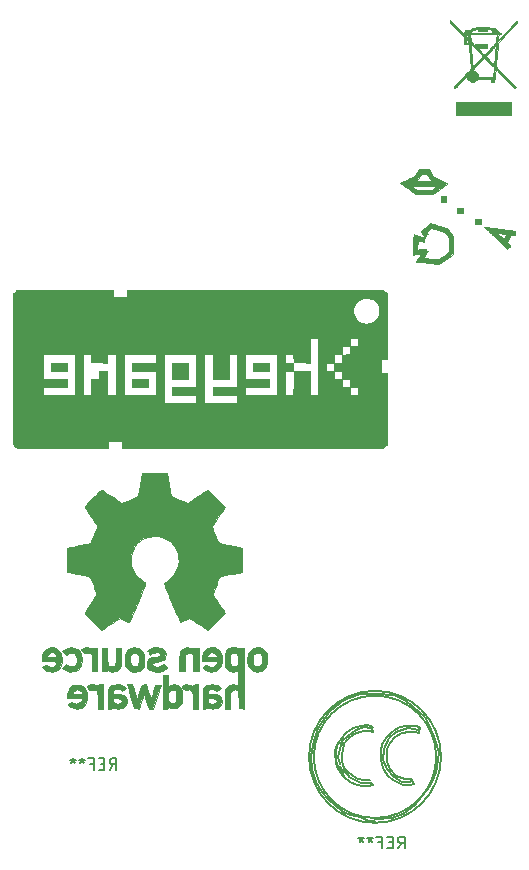
<source format=gbo>
%TF.GenerationSoftware,KiCad,Pcbnew,5.0.2+dfsg1-1*%
%TF.CreationDate,2022-04-10T03:47:20-07:00*%
%TF.ProjectId,keygame-batpack,6b657967-616d-4652-9d62-61747061636b,rev?*%
%TF.SameCoordinates,Original*%
%TF.FileFunction,Legend,Bot*%
%TF.FilePolarity,Positive*%
%FSLAX46Y46*%
G04 Gerber Fmt 4.6, Leading zero omitted, Abs format (unit mm)*
G04 Created by KiCad (PCBNEW 5.0.2+dfsg1-1) date Sun 10 Apr 2022 03:47:20 AM PDT*
%MOMM*%
%LPD*%
G01*
G04 APERTURE LIST*
%ADD10C,0.010000*%
%ADD11C,0.150000*%
%ADD12C,0.902000*%
%ADD13C,6.502000*%
%ADD14R,1.802000X1.802000*%
%ADD15O,1.802000X1.802000*%
%ADD16C,1.857000*%
%ADD17C,3.662000*%
%ADD18R,1.902000X1.902000*%
%ADD19O,1.902000X1.902000*%
%ADD20C,3.102000*%
G04 APERTURE END LIST*
D10*
G36*
X134807734Y-93295467D02*
X136179334Y-93295467D01*
X136179334Y-92618134D01*
X134807734Y-92618134D01*
X134807734Y-93295467D01*
X134807734Y-93295467D01*
G37*
X134807734Y-93295467D02*
X136179334Y-93295467D01*
X136179334Y-92618134D01*
X134807734Y-92618134D01*
X134807734Y-93295467D01*
G36*
X141665733Y-94667067D02*
X143020400Y-94667067D01*
X143020400Y-93989734D01*
X141665733Y-93989734D01*
X141665733Y-94667067D01*
X141665733Y-94667067D01*
G37*
X141665733Y-94667067D02*
X143020400Y-94667067D01*
X143020400Y-93989734D01*
X141665733Y-93989734D01*
X141665733Y-94667067D01*
G36*
X151927333Y-93295467D02*
X153298933Y-93295467D01*
X153298933Y-92618134D01*
X151927333Y-92618134D01*
X151927333Y-93295467D01*
X151927333Y-93295467D01*
G37*
X151927333Y-93295467D02*
X153298933Y-93295467D01*
X153298933Y-92618134D01*
X151927333Y-92618134D01*
X151927333Y-93295467D01*
G36*
X145086267Y-93989734D02*
X146440933Y-93989734D01*
X146440933Y-92618134D01*
X145086267Y-92618134D01*
X145086267Y-93989734D01*
X145086267Y-93989734D01*
G37*
X145086267Y-93989734D02*
X146440933Y-93989734D01*
X146440933Y-92618134D01*
X145086267Y-92618134D01*
X145086267Y-93989734D01*
G36*
X134527211Y-86454392D02*
X134209447Y-86454502D01*
X133919098Y-86454712D01*
X133654874Y-86455050D01*
X133415485Y-86455544D01*
X133199640Y-86456221D01*
X133006050Y-86457109D01*
X132833423Y-86458235D01*
X132680470Y-86459628D01*
X132545900Y-86461314D01*
X132428423Y-86463322D01*
X132326749Y-86465679D01*
X132239587Y-86468413D01*
X132165648Y-86471551D01*
X132103640Y-86475121D01*
X132052274Y-86479151D01*
X132010259Y-86483668D01*
X131976305Y-86488701D01*
X131949122Y-86494275D01*
X131927420Y-86500421D01*
X131909908Y-86507164D01*
X131895295Y-86514533D01*
X131882292Y-86522555D01*
X131869609Y-86531258D01*
X131855955Y-86540670D01*
X131848641Y-86545470D01*
X131769105Y-86608323D01*
X131694334Y-86688035D01*
X131652617Y-86746057D01*
X131645707Y-86756566D01*
X131639210Y-86765772D01*
X131633113Y-86774705D01*
X131627405Y-86784394D01*
X131622072Y-86795870D01*
X131617101Y-86810164D01*
X131612480Y-86828304D01*
X131608195Y-86851323D01*
X131604236Y-86880248D01*
X131600587Y-86916111D01*
X131597238Y-86959942D01*
X131594175Y-87012771D01*
X131591385Y-87075629D01*
X131588856Y-87149544D01*
X131586575Y-87235548D01*
X131584530Y-87334670D01*
X131582707Y-87447941D01*
X131581094Y-87576391D01*
X131579678Y-87721050D01*
X131578446Y-87882948D01*
X131577387Y-88063115D01*
X131576486Y-88262581D01*
X131575732Y-88482378D01*
X131575111Y-88723533D01*
X131574611Y-88987079D01*
X131574220Y-89274045D01*
X131573923Y-89585461D01*
X131573710Y-89922357D01*
X131573567Y-90285763D01*
X131573481Y-90676711D01*
X131573440Y-91096228D01*
X131573430Y-91545347D01*
X131573440Y-92025097D01*
X131573456Y-92536508D01*
X131573467Y-93080610D01*
X131573467Y-93160001D01*
X131573459Y-93708794D01*
X131573442Y-94224751D01*
X131573431Y-94708902D01*
X131573437Y-95162276D01*
X131573473Y-95585904D01*
X131573552Y-95980817D01*
X131573686Y-96348043D01*
X131573889Y-96688614D01*
X131574172Y-97003560D01*
X131574550Y-97293910D01*
X131575033Y-97560695D01*
X131575636Y-97804945D01*
X131576371Y-98027689D01*
X131577250Y-98229960D01*
X131578287Y-98412785D01*
X131579493Y-98577196D01*
X131580882Y-98724223D01*
X131582467Y-98854895D01*
X131584260Y-98970244D01*
X131586273Y-99071298D01*
X131588520Y-99159089D01*
X131591013Y-99234646D01*
X131593765Y-99298999D01*
X131596789Y-99353180D01*
X131600097Y-99398217D01*
X131603703Y-99435141D01*
X131607618Y-99464982D01*
X131611856Y-99488771D01*
X131616428Y-99507537D01*
X131621349Y-99522310D01*
X131626631Y-99534121D01*
X131632285Y-99544000D01*
X131638326Y-99552977D01*
X131644766Y-99562082D01*
X131651617Y-99572345D01*
X131652617Y-99573944D01*
X131714970Y-99656282D01*
X131792708Y-99732630D01*
X131848641Y-99774531D01*
X131863647Y-99784544D01*
X131877084Y-99793798D01*
X131890279Y-99802321D01*
X131904561Y-99810144D01*
X131921257Y-99817296D01*
X131941694Y-99823808D01*
X131967200Y-99829709D01*
X131999103Y-99835029D01*
X132038729Y-99839799D01*
X132087407Y-99844048D01*
X132146463Y-99847806D01*
X132217226Y-99851103D01*
X132301023Y-99853969D01*
X132399181Y-99856434D01*
X132513028Y-99858528D01*
X132643892Y-99860281D01*
X132793099Y-99861722D01*
X132961978Y-99862882D01*
X133151856Y-99863791D01*
X133364060Y-99864479D01*
X133599918Y-99864975D01*
X133860758Y-99865310D01*
X134147907Y-99865513D01*
X134462692Y-99865614D01*
X134806441Y-99865644D01*
X135180482Y-99865632D01*
X135586142Y-99865608D01*
X135886558Y-99865600D01*
X139667600Y-99865600D01*
X139667600Y-99289867D01*
X140836000Y-99289867D01*
X140836000Y-99865600D01*
X151813033Y-99864486D01*
X152554597Y-99864403D01*
X153263026Y-99864307D01*
X153939055Y-99864195D01*
X154583415Y-99864067D01*
X155196840Y-99863921D01*
X155780063Y-99863755D01*
X156333816Y-99863568D01*
X156858831Y-99863357D01*
X157355843Y-99863121D01*
X157825584Y-99862859D01*
X158268786Y-99862569D01*
X158686183Y-99862249D01*
X159078507Y-99861898D01*
X159446491Y-99861513D01*
X159790868Y-99861093D01*
X160112371Y-99860638D01*
X160411732Y-99860144D01*
X160689685Y-99859610D01*
X160946962Y-99859035D01*
X161184296Y-99858417D01*
X161402420Y-99857754D01*
X161602067Y-99857045D01*
X161783969Y-99856288D01*
X161948860Y-99855481D01*
X162097472Y-99854623D01*
X162230538Y-99853712D01*
X162348791Y-99852747D01*
X162452963Y-99851725D01*
X162543788Y-99850645D01*
X162621999Y-99849506D01*
X162688327Y-99848305D01*
X162743507Y-99847042D01*
X162788270Y-99845714D01*
X162823350Y-99844320D01*
X162849480Y-99842858D01*
X162867392Y-99841326D01*
X162877819Y-99839724D01*
X162878608Y-99839525D01*
X163003366Y-99788819D01*
X163114561Y-99709271D01*
X163206960Y-99604869D01*
X163227383Y-99573944D01*
X163237169Y-99558350D01*
X163246113Y-99543572D01*
X163254254Y-99528097D01*
X163261629Y-99510411D01*
X163268277Y-99488997D01*
X163274234Y-99462343D01*
X163279540Y-99428933D01*
X163284231Y-99387253D01*
X163288345Y-99335788D01*
X163291921Y-99273024D01*
X163294995Y-99197446D01*
X163297606Y-99107540D01*
X163299791Y-99001790D01*
X163301588Y-98878683D01*
X163303035Y-98736703D01*
X163304170Y-98574337D01*
X163305030Y-98390070D01*
X163305653Y-98182387D01*
X163306077Y-97949773D01*
X163306340Y-97690714D01*
X163306480Y-97403696D01*
X163306533Y-97087203D01*
X163306538Y-96739722D01*
X163306533Y-96399176D01*
X163306533Y-94667067D01*
X160834267Y-94667067D01*
X160834267Y-95361334D01*
X160140000Y-95361334D01*
X157413850Y-95361334D01*
X156719467Y-95361334D01*
X156719467Y-93295083D01*
X156037900Y-93299508D01*
X155356334Y-93303934D01*
X155351969Y-94332634D01*
X155347605Y-95361334D01*
X154670533Y-95361334D01*
X154670533Y-94507334D01*
X153990178Y-94507334D01*
X153990031Y-94692662D01*
X153989727Y-94859343D01*
X153989271Y-95005073D01*
X153988668Y-95127546D01*
X153987924Y-95224458D01*
X153987043Y-95293503D01*
X153986030Y-95332376D01*
X153985358Y-95340267D01*
X153977558Y-95344238D01*
X153956159Y-95347665D01*
X153919303Y-95350573D01*
X153865135Y-95352984D01*
X153791797Y-95354921D01*
X153697431Y-95356406D01*
X153580182Y-95357464D01*
X153438192Y-95358116D01*
X153269604Y-95358385D01*
X153072561Y-95358294D01*
X152845206Y-95357867D01*
X152609393Y-95357201D01*
X151241533Y-95352867D01*
X151236950Y-95009967D01*
X151232366Y-94667067D01*
X153298933Y-94667067D01*
X153298933Y-93989996D01*
X152270233Y-93985632D01*
X151241533Y-93981267D01*
X151241533Y-91932334D01*
X153984733Y-91932334D01*
X153989098Y-93625667D01*
X153989629Y-93862527D01*
X153989982Y-94089962D01*
X153990164Y-94305666D01*
X153990178Y-94507334D01*
X154670533Y-94507334D01*
X154670533Y-93295467D01*
X155347867Y-93295467D01*
X155347867Y-92618134D01*
X154670533Y-92618134D01*
X154670533Y-91923867D01*
X150555733Y-91923867D01*
X150555733Y-94667067D01*
X148506800Y-94667067D01*
X148506800Y-95344401D01*
X150555733Y-95344401D01*
X150555733Y-96038667D01*
X147812534Y-96038667D01*
X147812534Y-91923867D01*
X147135200Y-91923867D01*
X147135200Y-94667067D01*
X145086267Y-94667067D01*
X145086267Y-95344401D01*
X147135200Y-95344401D01*
X147135200Y-96038667D01*
X144392000Y-96038667D01*
X144392000Y-91923867D01*
X143714667Y-91923867D01*
X143714667Y-92618134D01*
X141665733Y-92618134D01*
X141665733Y-93295467D01*
X143714667Y-93295467D01*
X143714667Y-95361334D01*
X140971467Y-95361334D01*
X140971467Y-91923867D01*
X140294133Y-91923867D01*
X140294133Y-95361334D01*
X139599867Y-95361334D01*
X139599867Y-93295467D01*
X138922533Y-93295467D01*
X138922533Y-93989734D01*
X138228267Y-93989734D01*
X138228267Y-95361334D01*
X137550933Y-95361334D01*
X137550933Y-94507334D01*
X136870578Y-94507334D01*
X136870431Y-94692662D01*
X136870127Y-94859343D01*
X136869671Y-95005073D01*
X136869068Y-95127546D01*
X136868324Y-95224458D01*
X136867443Y-95293503D01*
X136866430Y-95332376D01*
X136865758Y-95340267D01*
X136857958Y-95344238D01*
X136836559Y-95347665D01*
X136799703Y-95350573D01*
X136745535Y-95352984D01*
X136672197Y-95354921D01*
X136577831Y-95356406D01*
X136460582Y-95357464D01*
X136318592Y-95358116D01*
X136150004Y-95358385D01*
X135952961Y-95358294D01*
X135725606Y-95357867D01*
X135489793Y-95357201D01*
X134121934Y-95352867D01*
X134112766Y-94667067D01*
X136179334Y-94667067D01*
X136179334Y-93989996D01*
X135150634Y-93985632D01*
X134121934Y-93981267D01*
X134121934Y-91932334D01*
X136865134Y-91932334D01*
X136869498Y-93625667D01*
X136870029Y-93862527D01*
X136870382Y-94089962D01*
X136870564Y-94305666D01*
X136870578Y-94507334D01*
X137550933Y-94507334D01*
X137550933Y-91923867D01*
X138227566Y-91923867D01*
X138232150Y-92266767D01*
X138236733Y-92609667D01*
X138918300Y-92614093D01*
X139599867Y-92618518D01*
X139599867Y-91923867D01*
X140294133Y-91923867D01*
X140971467Y-91923867D01*
X143714667Y-91923867D01*
X144392000Y-91923867D01*
X147135200Y-91923867D01*
X147812534Y-91923867D01*
X148506800Y-91923867D01*
X148506800Y-93990118D01*
X149188367Y-93985693D01*
X149869934Y-93981267D01*
X149878662Y-91923867D01*
X150555733Y-91923867D01*
X154670533Y-91923867D01*
X155347166Y-91923867D01*
X155356334Y-92609667D01*
X156037900Y-92614093D01*
X156719467Y-92618518D01*
X156719467Y-90551566D01*
X157405267Y-90560734D01*
X157409558Y-92961034D01*
X157413850Y-95361334D01*
X160140000Y-95361334D01*
X160140000Y-94667067D01*
X159462667Y-94667067D01*
X159462667Y-93989734D01*
X160156933Y-93989734D01*
X160156933Y-94667067D01*
X160834267Y-94667067D01*
X163306533Y-94667067D01*
X163306533Y-93464800D01*
X162730800Y-93464800D01*
X162730800Y-92313334D01*
X163306533Y-92313334D01*
X163306533Y-90551566D01*
X160834267Y-90551566D01*
X160834267Y-91246534D01*
X160157635Y-91246534D01*
X160148467Y-91932334D01*
X159462667Y-91941502D01*
X159462667Y-92618134D01*
X158785333Y-92618134D01*
X158785333Y-93295467D01*
X159462667Y-93295467D01*
X159462667Y-93989734D01*
X158768400Y-93989734D01*
X158768400Y-93295467D01*
X158091067Y-93295467D01*
X158091067Y-92618134D01*
X158768400Y-92618134D01*
X158768400Y-91923867D01*
X159462667Y-91923867D01*
X159462667Y-91246534D01*
X160139299Y-91246534D01*
X160148467Y-90560734D01*
X160834267Y-90551566D01*
X163306533Y-90551566D01*
X163306533Y-89649892D01*
X163306536Y-89291129D01*
X163306519Y-88964640D01*
X163306436Y-88668830D01*
X163306245Y-88402105D01*
X163305989Y-88223258D01*
X162612017Y-88223258D01*
X162597141Y-88417117D01*
X162552619Y-88595608D01*
X162477612Y-88761170D01*
X162375622Y-88910861D01*
X162241776Y-89052122D01*
X162090480Y-89166111D01*
X161925071Y-89251689D01*
X161748886Y-89307722D01*
X161565262Y-89333072D01*
X161377537Y-89326602D01*
X161234054Y-89299675D01*
X161057828Y-89238166D01*
X160897780Y-89149794D01*
X160756071Y-89037926D01*
X160634861Y-88905929D01*
X160536311Y-88757168D01*
X160462581Y-88595010D01*
X160415831Y-88422821D01*
X160398222Y-88243967D01*
X160411913Y-88061814D01*
X160418031Y-88028117D01*
X160470877Y-87842206D01*
X160550127Y-87674280D01*
X160652705Y-87525780D01*
X160775535Y-87398145D01*
X160915541Y-87292815D01*
X161069647Y-87211228D01*
X161234776Y-87154824D01*
X161407852Y-87125044D01*
X161585799Y-87123325D01*
X161765540Y-87151107D01*
X161944001Y-87209831D01*
X162053467Y-87262855D01*
X162170469Y-87341380D01*
X162284676Y-87444087D01*
X162387414Y-87561804D01*
X162470009Y-87685360D01*
X162491375Y-87725868D01*
X162549652Y-87858236D01*
X162587147Y-87979064D01*
X162606899Y-88100883D01*
X162612017Y-88223258D01*
X163305989Y-88223258D01*
X163305902Y-88162872D01*
X163305364Y-87949538D01*
X163304586Y-87760507D01*
X163303527Y-87594187D01*
X163302142Y-87448984D01*
X163300388Y-87323304D01*
X163298221Y-87215554D01*
X163295598Y-87124139D01*
X163292476Y-87047466D01*
X163288811Y-86983942D01*
X163284560Y-86931972D01*
X163279679Y-86889962D01*
X163274125Y-86856320D01*
X163267855Y-86829451D01*
X163260824Y-86807762D01*
X163252990Y-86789659D01*
X163244309Y-86773547D01*
X163234737Y-86757835D01*
X163227383Y-86746057D01*
X163139159Y-86633844D01*
X163030523Y-86547496D01*
X162904587Y-86489340D01*
X162871168Y-86479583D01*
X162861808Y-86477875D01*
X162846638Y-86476245D01*
X162824902Y-86474690D01*
X162795843Y-86473210D01*
X162758703Y-86471801D01*
X162712724Y-86470464D01*
X162657150Y-86469195D01*
X162591223Y-86467993D01*
X162514185Y-86466856D01*
X162425279Y-86465783D01*
X162323748Y-86464772D01*
X162208834Y-86463821D01*
X162079780Y-86462928D01*
X161935829Y-86462091D01*
X161776223Y-86461309D01*
X161600205Y-86460580D01*
X161407017Y-86459903D01*
X161195902Y-86459275D01*
X160966103Y-86458694D01*
X160716862Y-86458160D01*
X160447422Y-86457670D01*
X160157026Y-86457222D01*
X159844916Y-86456815D01*
X159510334Y-86456447D01*
X159152524Y-86456116D01*
X158770728Y-86455821D01*
X158364188Y-86455559D01*
X157932148Y-86455329D01*
X157473849Y-86455130D01*
X156988535Y-86454958D01*
X156475448Y-86454814D01*
X155933830Y-86454694D01*
X155362925Y-86454598D01*
X154761975Y-86454522D01*
X154130222Y-86454467D01*
X153466910Y-86454429D01*
X152771280Y-86454408D01*
X152042575Y-86454401D01*
X141242400Y-86454401D01*
X141242400Y-87030134D01*
X140090933Y-87030134D01*
X140090933Y-86454401D01*
X136098225Y-86454401D01*
X135657897Y-86454387D01*
X135250145Y-86454362D01*
X134873680Y-86454355D01*
X134527211Y-86454392D01*
X134527211Y-86454392D01*
G37*
X134527211Y-86454392D02*
X134209447Y-86454502D01*
X133919098Y-86454712D01*
X133654874Y-86455050D01*
X133415485Y-86455544D01*
X133199640Y-86456221D01*
X133006050Y-86457109D01*
X132833423Y-86458235D01*
X132680470Y-86459628D01*
X132545900Y-86461314D01*
X132428423Y-86463322D01*
X132326749Y-86465679D01*
X132239587Y-86468413D01*
X132165648Y-86471551D01*
X132103640Y-86475121D01*
X132052274Y-86479151D01*
X132010259Y-86483668D01*
X131976305Y-86488701D01*
X131949122Y-86494275D01*
X131927420Y-86500421D01*
X131909908Y-86507164D01*
X131895295Y-86514533D01*
X131882292Y-86522555D01*
X131869609Y-86531258D01*
X131855955Y-86540670D01*
X131848641Y-86545470D01*
X131769105Y-86608323D01*
X131694334Y-86688035D01*
X131652617Y-86746057D01*
X131645707Y-86756566D01*
X131639210Y-86765772D01*
X131633113Y-86774705D01*
X131627405Y-86784394D01*
X131622072Y-86795870D01*
X131617101Y-86810164D01*
X131612480Y-86828304D01*
X131608195Y-86851323D01*
X131604236Y-86880248D01*
X131600587Y-86916111D01*
X131597238Y-86959942D01*
X131594175Y-87012771D01*
X131591385Y-87075629D01*
X131588856Y-87149544D01*
X131586575Y-87235548D01*
X131584530Y-87334670D01*
X131582707Y-87447941D01*
X131581094Y-87576391D01*
X131579678Y-87721050D01*
X131578446Y-87882948D01*
X131577387Y-88063115D01*
X131576486Y-88262581D01*
X131575732Y-88482378D01*
X131575111Y-88723533D01*
X131574611Y-88987079D01*
X131574220Y-89274045D01*
X131573923Y-89585461D01*
X131573710Y-89922357D01*
X131573567Y-90285763D01*
X131573481Y-90676711D01*
X131573440Y-91096228D01*
X131573430Y-91545347D01*
X131573440Y-92025097D01*
X131573456Y-92536508D01*
X131573467Y-93080610D01*
X131573467Y-93160001D01*
X131573459Y-93708794D01*
X131573442Y-94224751D01*
X131573431Y-94708902D01*
X131573437Y-95162276D01*
X131573473Y-95585904D01*
X131573552Y-95980817D01*
X131573686Y-96348043D01*
X131573889Y-96688614D01*
X131574172Y-97003560D01*
X131574550Y-97293910D01*
X131575033Y-97560695D01*
X131575636Y-97804945D01*
X131576371Y-98027689D01*
X131577250Y-98229960D01*
X131578287Y-98412785D01*
X131579493Y-98577196D01*
X131580882Y-98724223D01*
X131582467Y-98854895D01*
X131584260Y-98970244D01*
X131586273Y-99071298D01*
X131588520Y-99159089D01*
X131591013Y-99234646D01*
X131593765Y-99298999D01*
X131596789Y-99353180D01*
X131600097Y-99398217D01*
X131603703Y-99435141D01*
X131607618Y-99464982D01*
X131611856Y-99488771D01*
X131616428Y-99507537D01*
X131621349Y-99522310D01*
X131626631Y-99534121D01*
X131632285Y-99544000D01*
X131638326Y-99552977D01*
X131644766Y-99562082D01*
X131651617Y-99572345D01*
X131652617Y-99573944D01*
X131714970Y-99656282D01*
X131792708Y-99732630D01*
X131848641Y-99774531D01*
X131863647Y-99784544D01*
X131877084Y-99793798D01*
X131890279Y-99802321D01*
X131904561Y-99810144D01*
X131921257Y-99817296D01*
X131941694Y-99823808D01*
X131967200Y-99829709D01*
X131999103Y-99835029D01*
X132038729Y-99839799D01*
X132087407Y-99844048D01*
X132146463Y-99847806D01*
X132217226Y-99851103D01*
X132301023Y-99853969D01*
X132399181Y-99856434D01*
X132513028Y-99858528D01*
X132643892Y-99860281D01*
X132793099Y-99861722D01*
X132961978Y-99862882D01*
X133151856Y-99863791D01*
X133364060Y-99864479D01*
X133599918Y-99864975D01*
X133860758Y-99865310D01*
X134147907Y-99865513D01*
X134462692Y-99865614D01*
X134806441Y-99865644D01*
X135180482Y-99865632D01*
X135586142Y-99865608D01*
X135886558Y-99865600D01*
X139667600Y-99865600D01*
X139667600Y-99289867D01*
X140836000Y-99289867D01*
X140836000Y-99865600D01*
X151813033Y-99864486D01*
X152554597Y-99864403D01*
X153263026Y-99864307D01*
X153939055Y-99864195D01*
X154583415Y-99864067D01*
X155196840Y-99863921D01*
X155780063Y-99863755D01*
X156333816Y-99863568D01*
X156858831Y-99863357D01*
X157355843Y-99863121D01*
X157825584Y-99862859D01*
X158268786Y-99862569D01*
X158686183Y-99862249D01*
X159078507Y-99861898D01*
X159446491Y-99861513D01*
X159790868Y-99861093D01*
X160112371Y-99860638D01*
X160411732Y-99860144D01*
X160689685Y-99859610D01*
X160946962Y-99859035D01*
X161184296Y-99858417D01*
X161402420Y-99857754D01*
X161602067Y-99857045D01*
X161783969Y-99856288D01*
X161948860Y-99855481D01*
X162097472Y-99854623D01*
X162230538Y-99853712D01*
X162348791Y-99852747D01*
X162452963Y-99851725D01*
X162543788Y-99850645D01*
X162621999Y-99849506D01*
X162688327Y-99848305D01*
X162743507Y-99847042D01*
X162788270Y-99845714D01*
X162823350Y-99844320D01*
X162849480Y-99842858D01*
X162867392Y-99841326D01*
X162877819Y-99839724D01*
X162878608Y-99839525D01*
X163003366Y-99788819D01*
X163114561Y-99709271D01*
X163206960Y-99604869D01*
X163227383Y-99573944D01*
X163237169Y-99558350D01*
X163246113Y-99543572D01*
X163254254Y-99528097D01*
X163261629Y-99510411D01*
X163268277Y-99488997D01*
X163274234Y-99462343D01*
X163279540Y-99428933D01*
X163284231Y-99387253D01*
X163288345Y-99335788D01*
X163291921Y-99273024D01*
X163294995Y-99197446D01*
X163297606Y-99107540D01*
X163299791Y-99001790D01*
X163301588Y-98878683D01*
X163303035Y-98736703D01*
X163304170Y-98574337D01*
X163305030Y-98390070D01*
X163305653Y-98182387D01*
X163306077Y-97949773D01*
X163306340Y-97690714D01*
X163306480Y-97403696D01*
X163306533Y-97087203D01*
X163306538Y-96739722D01*
X163306533Y-96399176D01*
X163306533Y-94667067D01*
X160834267Y-94667067D01*
X160834267Y-95361334D01*
X160140000Y-95361334D01*
X157413850Y-95361334D01*
X156719467Y-95361334D01*
X156719467Y-93295083D01*
X156037900Y-93299508D01*
X155356334Y-93303934D01*
X155351969Y-94332634D01*
X155347605Y-95361334D01*
X154670533Y-95361334D01*
X154670533Y-94507334D01*
X153990178Y-94507334D01*
X153990031Y-94692662D01*
X153989727Y-94859343D01*
X153989271Y-95005073D01*
X153988668Y-95127546D01*
X153987924Y-95224458D01*
X153987043Y-95293503D01*
X153986030Y-95332376D01*
X153985358Y-95340267D01*
X153977558Y-95344238D01*
X153956159Y-95347665D01*
X153919303Y-95350573D01*
X153865135Y-95352984D01*
X153791797Y-95354921D01*
X153697431Y-95356406D01*
X153580182Y-95357464D01*
X153438192Y-95358116D01*
X153269604Y-95358385D01*
X153072561Y-95358294D01*
X152845206Y-95357867D01*
X152609393Y-95357201D01*
X151241533Y-95352867D01*
X151236950Y-95009967D01*
X151232366Y-94667067D01*
X153298933Y-94667067D01*
X153298933Y-93989996D01*
X152270233Y-93985632D01*
X151241533Y-93981267D01*
X151241533Y-91932334D01*
X153984733Y-91932334D01*
X153989098Y-93625667D01*
X153989629Y-93862527D01*
X153989982Y-94089962D01*
X153990164Y-94305666D01*
X153990178Y-94507334D01*
X154670533Y-94507334D01*
X154670533Y-93295467D01*
X155347867Y-93295467D01*
X155347867Y-92618134D01*
X154670533Y-92618134D01*
X154670533Y-91923867D01*
X150555733Y-91923867D01*
X150555733Y-94667067D01*
X148506800Y-94667067D01*
X148506800Y-95344401D01*
X150555733Y-95344401D01*
X150555733Y-96038667D01*
X147812534Y-96038667D01*
X147812534Y-91923867D01*
X147135200Y-91923867D01*
X147135200Y-94667067D01*
X145086267Y-94667067D01*
X145086267Y-95344401D01*
X147135200Y-95344401D01*
X147135200Y-96038667D01*
X144392000Y-96038667D01*
X144392000Y-91923867D01*
X143714667Y-91923867D01*
X143714667Y-92618134D01*
X141665733Y-92618134D01*
X141665733Y-93295467D01*
X143714667Y-93295467D01*
X143714667Y-95361334D01*
X140971467Y-95361334D01*
X140971467Y-91923867D01*
X140294133Y-91923867D01*
X140294133Y-95361334D01*
X139599867Y-95361334D01*
X139599867Y-93295467D01*
X138922533Y-93295467D01*
X138922533Y-93989734D01*
X138228267Y-93989734D01*
X138228267Y-95361334D01*
X137550933Y-95361334D01*
X137550933Y-94507334D01*
X136870578Y-94507334D01*
X136870431Y-94692662D01*
X136870127Y-94859343D01*
X136869671Y-95005073D01*
X136869068Y-95127546D01*
X136868324Y-95224458D01*
X136867443Y-95293503D01*
X136866430Y-95332376D01*
X136865758Y-95340267D01*
X136857958Y-95344238D01*
X136836559Y-95347665D01*
X136799703Y-95350573D01*
X136745535Y-95352984D01*
X136672197Y-95354921D01*
X136577831Y-95356406D01*
X136460582Y-95357464D01*
X136318592Y-95358116D01*
X136150004Y-95358385D01*
X135952961Y-95358294D01*
X135725606Y-95357867D01*
X135489793Y-95357201D01*
X134121934Y-95352867D01*
X134112766Y-94667067D01*
X136179334Y-94667067D01*
X136179334Y-93989996D01*
X135150634Y-93985632D01*
X134121934Y-93981267D01*
X134121934Y-91932334D01*
X136865134Y-91932334D01*
X136869498Y-93625667D01*
X136870029Y-93862527D01*
X136870382Y-94089962D01*
X136870564Y-94305666D01*
X136870578Y-94507334D01*
X137550933Y-94507334D01*
X137550933Y-91923867D01*
X138227566Y-91923867D01*
X138232150Y-92266767D01*
X138236733Y-92609667D01*
X138918300Y-92614093D01*
X139599867Y-92618518D01*
X139599867Y-91923867D01*
X140294133Y-91923867D01*
X140971467Y-91923867D01*
X143714667Y-91923867D01*
X144392000Y-91923867D01*
X147135200Y-91923867D01*
X147812534Y-91923867D01*
X148506800Y-91923867D01*
X148506800Y-93990118D01*
X149188367Y-93985693D01*
X149869934Y-93981267D01*
X149878662Y-91923867D01*
X150555733Y-91923867D01*
X154670533Y-91923867D01*
X155347166Y-91923867D01*
X155356334Y-92609667D01*
X156037900Y-92614093D01*
X156719467Y-92618518D01*
X156719467Y-90551566D01*
X157405267Y-90560734D01*
X157409558Y-92961034D01*
X157413850Y-95361334D01*
X160140000Y-95361334D01*
X160140000Y-94667067D01*
X159462667Y-94667067D01*
X159462667Y-93989734D01*
X160156933Y-93989734D01*
X160156933Y-94667067D01*
X160834267Y-94667067D01*
X163306533Y-94667067D01*
X163306533Y-93464800D01*
X162730800Y-93464800D01*
X162730800Y-92313334D01*
X163306533Y-92313334D01*
X163306533Y-90551566D01*
X160834267Y-90551566D01*
X160834267Y-91246534D01*
X160157635Y-91246534D01*
X160148467Y-91932334D01*
X159462667Y-91941502D01*
X159462667Y-92618134D01*
X158785333Y-92618134D01*
X158785333Y-93295467D01*
X159462667Y-93295467D01*
X159462667Y-93989734D01*
X158768400Y-93989734D01*
X158768400Y-93295467D01*
X158091067Y-93295467D01*
X158091067Y-92618134D01*
X158768400Y-92618134D01*
X158768400Y-91923867D01*
X159462667Y-91923867D01*
X159462667Y-91246534D01*
X160139299Y-91246534D01*
X160148467Y-90560734D01*
X160834267Y-90551566D01*
X163306533Y-90551566D01*
X163306533Y-89649892D01*
X163306536Y-89291129D01*
X163306519Y-88964640D01*
X163306436Y-88668830D01*
X163306245Y-88402105D01*
X163305989Y-88223258D01*
X162612017Y-88223258D01*
X162597141Y-88417117D01*
X162552619Y-88595608D01*
X162477612Y-88761170D01*
X162375622Y-88910861D01*
X162241776Y-89052122D01*
X162090480Y-89166111D01*
X161925071Y-89251689D01*
X161748886Y-89307722D01*
X161565262Y-89333072D01*
X161377537Y-89326602D01*
X161234054Y-89299675D01*
X161057828Y-89238166D01*
X160897780Y-89149794D01*
X160756071Y-89037926D01*
X160634861Y-88905929D01*
X160536311Y-88757168D01*
X160462581Y-88595010D01*
X160415831Y-88422821D01*
X160398222Y-88243967D01*
X160411913Y-88061814D01*
X160418031Y-88028117D01*
X160470877Y-87842206D01*
X160550127Y-87674280D01*
X160652705Y-87525780D01*
X160775535Y-87398145D01*
X160915541Y-87292815D01*
X161069647Y-87211228D01*
X161234776Y-87154824D01*
X161407852Y-87125044D01*
X161585799Y-87123325D01*
X161765540Y-87151107D01*
X161944001Y-87209831D01*
X162053467Y-87262855D01*
X162170469Y-87341380D01*
X162284676Y-87444087D01*
X162387414Y-87561804D01*
X162470009Y-87685360D01*
X162491375Y-87725868D01*
X162549652Y-87858236D01*
X162587147Y-87979064D01*
X162606899Y-88100883D01*
X162612017Y-88223258D01*
X163305989Y-88223258D01*
X163305902Y-88162872D01*
X163305364Y-87949538D01*
X163304586Y-87760507D01*
X163303527Y-87594187D01*
X163302142Y-87448984D01*
X163300388Y-87323304D01*
X163298221Y-87215554D01*
X163295598Y-87124139D01*
X163292476Y-87047466D01*
X163288811Y-86983942D01*
X163284560Y-86931972D01*
X163279679Y-86889962D01*
X163274125Y-86856320D01*
X163267855Y-86829451D01*
X163260824Y-86807762D01*
X163252990Y-86789659D01*
X163244309Y-86773547D01*
X163234737Y-86757835D01*
X163227383Y-86746057D01*
X163139159Y-86633844D01*
X163030523Y-86547496D01*
X162904587Y-86489340D01*
X162871168Y-86479583D01*
X162861808Y-86477875D01*
X162846638Y-86476245D01*
X162824902Y-86474690D01*
X162795843Y-86473210D01*
X162758703Y-86471801D01*
X162712724Y-86470464D01*
X162657150Y-86469195D01*
X162591223Y-86467993D01*
X162514185Y-86466856D01*
X162425279Y-86465783D01*
X162323748Y-86464772D01*
X162208834Y-86463821D01*
X162079780Y-86462928D01*
X161935829Y-86462091D01*
X161776223Y-86461309D01*
X161600205Y-86460580D01*
X161407017Y-86459903D01*
X161195902Y-86459275D01*
X160966103Y-86458694D01*
X160716862Y-86458160D01*
X160447422Y-86457670D01*
X160157026Y-86457222D01*
X159844916Y-86456815D01*
X159510334Y-86456447D01*
X159152524Y-86456116D01*
X158770728Y-86455821D01*
X158364188Y-86455559D01*
X157932148Y-86455329D01*
X157473849Y-86455130D01*
X156988535Y-86454958D01*
X156475448Y-86454814D01*
X155933830Y-86454694D01*
X155362925Y-86454598D01*
X154761975Y-86454522D01*
X154130222Y-86454467D01*
X153466910Y-86454429D01*
X152771280Y-86454408D01*
X152042575Y-86454401D01*
X141242400Y-86454401D01*
X141242400Y-87030134D01*
X140090933Y-87030134D01*
X140090933Y-86454401D01*
X136098225Y-86454401D01*
X135657897Y-86454387D01*
X135250145Y-86454362D01*
X134873680Y-86454355D01*
X134527211Y-86454392D01*
G36*
X142361695Y-102945960D02*
X142173443Y-103944542D01*
X141478817Y-104230889D01*
X140784192Y-104517237D01*
X139950872Y-103950586D01*
X139717499Y-103792811D01*
X139506543Y-103651939D01*
X139327847Y-103534401D01*
X139191256Y-103446629D01*
X139106614Y-103395055D01*
X139083563Y-103383935D01*
X139042037Y-103412535D01*
X138953302Y-103491604D01*
X138827303Y-103611041D01*
X138673986Y-103760744D01*
X138503298Y-103930615D01*
X138325186Y-104110551D01*
X138149594Y-104290454D01*
X137986470Y-104460222D01*
X137845759Y-104609754D01*
X137737408Y-104728952D01*
X137671363Y-104807713D01*
X137655574Y-104834072D01*
X137678297Y-104882666D01*
X137742001Y-104989126D01*
X137839987Y-105143039D01*
X137965559Y-105333991D01*
X138112018Y-105551569D01*
X138196885Y-105675671D01*
X138351574Y-105902279D01*
X138489030Y-106106770D01*
X138602586Y-106278965D01*
X138685572Y-106408685D01*
X138731322Y-106485751D01*
X138738197Y-106501947D01*
X138722612Y-106547975D01*
X138680132Y-106655250D01*
X138617165Y-106808687D01*
X138540121Y-106993206D01*
X138455410Y-107193721D01*
X138369442Y-107395152D01*
X138288627Y-107582415D01*
X138219373Y-107740428D01*
X138168092Y-107854107D01*
X138141191Y-107908370D01*
X138139604Y-107910506D01*
X138097365Y-107920867D01*
X137984874Y-107943982D01*
X137813791Y-107977579D01*
X137595777Y-108019385D01*
X137342491Y-108067127D01*
X137194712Y-108094659D01*
X136924062Y-108146190D01*
X136679603Y-108195225D01*
X136473700Y-108239081D01*
X136318723Y-108275074D01*
X136227038Y-108300521D01*
X136208607Y-108308595D01*
X136190555Y-108363242D01*
X136175990Y-108486662D01*
X136164902Y-108664423D01*
X136157281Y-108882091D01*
X136153116Y-109125235D01*
X136152398Y-109379423D01*
X136155118Y-109630220D01*
X136161265Y-109863196D01*
X136170829Y-110063918D01*
X136183801Y-110217954D01*
X136200171Y-110310870D01*
X136209989Y-110330213D01*
X136268677Y-110353398D01*
X136393034Y-110386544D01*
X136566610Y-110425758D01*
X136772958Y-110467145D01*
X136844989Y-110480534D01*
X137192281Y-110544147D01*
X137466617Y-110595378D01*
X137677061Y-110636261D01*
X137832678Y-110668834D01*
X137942533Y-110695132D01*
X138015689Y-110717192D01*
X138061213Y-110737049D01*
X138088167Y-110756741D01*
X138091939Y-110760632D01*
X138129585Y-110823324D01*
X138187014Y-110945331D01*
X138258492Y-111111712D01*
X138338285Y-111307529D01*
X138420657Y-111517840D01*
X138499875Y-111727708D01*
X138570204Y-111922191D01*
X138625911Y-112086350D01*
X138661259Y-112205245D01*
X138670516Y-112263936D01*
X138669744Y-112265992D01*
X138638380Y-112313964D01*
X138567226Y-112419516D01*
X138463760Y-112571660D01*
X138335460Y-112759410D01*
X138189801Y-112971780D01*
X138148320Y-113032130D01*
X138000413Y-113250929D01*
X137870261Y-113450562D01*
X137764955Y-113619565D01*
X137691584Y-113746475D01*
X137657237Y-113819829D01*
X137655574Y-113828841D01*
X137684431Y-113876207D01*
X137764169Y-113970042D01*
X137884538Y-114100261D01*
X138035287Y-114256779D01*
X138206164Y-114429510D01*
X138386921Y-114608371D01*
X138567306Y-114783276D01*
X138737068Y-114944140D01*
X138885958Y-115080878D01*
X139003724Y-115183407D01*
X139080117Y-115241640D01*
X139101250Y-115251148D01*
X139150440Y-115228754D01*
X139251153Y-115168356D01*
X139386983Y-115080129D01*
X139491490Y-115009115D01*
X139680851Y-114878811D01*
X139905101Y-114725384D01*
X140130036Y-114572201D01*
X140250968Y-114490218D01*
X140660296Y-114213353D01*
X141003898Y-114399136D01*
X141160435Y-114480523D01*
X141293546Y-114543784D01*
X141383611Y-114579865D01*
X141406537Y-114584885D01*
X141434105Y-114547817D01*
X141488492Y-114443069D01*
X141565637Y-114280303D01*
X141661482Y-114069181D01*
X141771966Y-113819365D01*
X141893029Y-113540517D01*
X142020611Y-113242299D01*
X142150653Y-112934374D01*
X142279094Y-112626404D01*
X142401874Y-112328050D01*
X142514933Y-112048975D01*
X142614212Y-111798841D01*
X142695651Y-111587310D01*
X142755189Y-111424043D01*
X142788766Y-111318705D01*
X142794166Y-111282527D01*
X142751366Y-111236381D01*
X142657656Y-111161472D01*
X142532627Y-111073364D01*
X142522133Y-111066394D01*
X142198980Y-110807721D01*
X141938413Y-110505938D01*
X141742690Y-110170695D01*
X141614068Y-109811642D01*
X141554805Y-109438426D01*
X141567161Y-109060700D01*
X141653393Y-108688111D01*
X141815759Y-108330310D01*
X141863528Y-108252027D01*
X142111991Y-107935919D01*
X142405519Y-107682079D01*
X142733953Y-107491827D01*
X143087135Y-107366485D01*
X143454905Y-107307372D01*
X143827103Y-107315807D01*
X144193571Y-107393112D01*
X144544149Y-107540606D01*
X144868677Y-107759610D01*
X144969064Y-107848498D01*
X145224551Y-108126744D01*
X145410722Y-108419656D01*
X145538430Y-108747986D01*
X145609556Y-109073133D01*
X145627114Y-109438702D01*
X145568566Y-109806086D01*
X145439858Y-110162866D01*
X145246938Y-110496626D01*
X144995752Y-110794947D01*
X144692248Y-111045411D01*
X144652360Y-111071813D01*
X144525991Y-111158272D01*
X144429927Y-111233184D01*
X144384000Y-111281015D01*
X144383332Y-111282527D01*
X144393192Y-111334267D01*
X144432278Y-111451696D01*
X144496528Y-111625154D01*
X144581880Y-111844979D01*
X144684273Y-112101513D01*
X144799646Y-112385096D01*
X144923937Y-112686067D01*
X145053084Y-112994767D01*
X145183026Y-113301536D01*
X145309702Y-113596714D01*
X145429049Y-113870640D01*
X145537006Y-114113656D01*
X145629512Y-114316101D01*
X145702504Y-114468315D01*
X145751923Y-114560638D01*
X145771823Y-114584885D01*
X145832634Y-114566004D01*
X145946418Y-114515364D01*
X146093555Y-114442017D01*
X146174462Y-114399136D01*
X146518065Y-114213353D01*
X146927393Y-114490218D01*
X147136346Y-114632054D01*
X147365113Y-114788141D01*
X147579491Y-114935109D01*
X147686871Y-115009115D01*
X147837898Y-115110531D01*
X147965782Y-115190898D01*
X148053842Y-115240041D01*
X148082445Y-115250429D01*
X148124076Y-115222405D01*
X148216211Y-115144172D01*
X148349918Y-115023852D01*
X148516265Y-114869568D01*
X148706320Y-114689443D01*
X148826521Y-114573790D01*
X149036815Y-114367167D01*
X149218556Y-114182358D01*
X149364397Y-114027270D01*
X149466991Y-113909807D01*
X149518991Y-113837875D01*
X149523980Y-113823278D01*
X149500829Y-113767753D01*
X149436854Y-113655484D01*
X149339153Y-113497837D01*
X149214820Y-113306179D01*
X149070954Y-113091876D01*
X149030041Y-113032130D01*
X148880967Y-112814982D01*
X148747225Y-112619475D01*
X148636291Y-112456599D01*
X148555644Y-112337337D01*
X148512759Y-112272678D01*
X148508617Y-112265992D01*
X148514812Y-112214462D01*
X148547700Y-112101166D01*
X148601545Y-111941042D01*
X148670613Y-111749032D01*
X148749169Y-111540074D01*
X148831480Y-111329109D01*
X148911811Y-111131076D01*
X148984428Y-110960916D01*
X149043595Y-110833567D01*
X149083580Y-110763971D01*
X149086422Y-110760632D01*
X149110873Y-110740742D01*
X149152169Y-110721073D01*
X149219377Y-110699589D01*
X149321559Y-110674253D01*
X149467781Y-110643029D01*
X149667107Y-110603882D01*
X149928603Y-110554775D01*
X150261331Y-110493672D01*
X150333372Y-110480534D01*
X150546885Y-110439282D01*
X150733022Y-110398926D01*
X150875334Y-110363361D01*
X150957371Y-110336480D01*
X150968372Y-110330213D01*
X150986498Y-110274654D01*
X151001233Y-110150495D01*
X151012564Y-109972169D01*
X151020484Y-109754109D01*
X151024981Y-109510746D01*
X151026046Y-109256514D01*
X151023670Y-109005845D01*
X151017841Y-108773171D01*
X151008551Y-108572924D01*
X150995789Y-108419538D01*
X150979546Y-108327444D01*
X150969754Y-108308595D01*
X150915239Y-108289582D01*
X150791104Y-108258650D01*
X150609715Y-108218482D01*
X150383440Y-108171762D01*
X150124647Y-108121173D01*
X149983649Y-108094659D01*
X149716127Y-108044650D01*
X149477562Y-107999346D01*
X149279614Y-107961021D01*
X149133943Y-107931947D01*
X149052209Y-107914397D01*
X149038757Y-107910506D01*
X149016021Y-107866638D01*
X148967960Y-107760976D01*
X148900981Y-107608613D01*
X148821490Y-107424646D01*
X148735892Y-107224170D01*
X148650595Y-107022281D01*
X148572005Y-106834073D01*
X148506527Y-106674642D01*
X148460569Y-106559084D01*
X148440537Y-106502494D01*
X148440164Y-106500021D01*
X148462874Y-106455379D01*
X148526541Y-106352647D01*
X148624475Y-106202037D01*
X148749983Y-106013757D01*
X148896374Y-105798018D01*
X148981475Y-105674098D01*
X149136545Y-105446883D01*
X149274275Y-105240595D01*
X149387947Y-105065671D01*
X149470839Y-104932545D01*
X149516231Y-104851653D01*
X149522787Y-104833520D01*
X149494605Y-104791312D01*
X149416696Y-104701191D01*
X149299010Y-104573254D01*
X149151500Y-104417596D01*
X148984119Y-104244315D01*
X148806819Y-104063507D01*
X148629552Y-103885267D01*
X148462270Y-103719693D01*
X148314925Y-103576880D01*
X148197470Y-103466925D01*
X148119857Y-103399924D01*
X148093892Y-103383935D01*
X148051616Y-103406419D01*
X147950499Y-103469585D01*
X147800373Y-103567003D01*
X147611070Y-103692243D01*
X147392421Y-103838875D01*
X147227489Y-103950586D01*
X146394169Y-104517237D01*
X145699544Y-104230889D01*
X145004918Y-103944542D01*
X144816666Y-102945960D01*
X144628413Y-101947377D01*
X142549948Y-101947377D01*
X142361695Y-102945960D01*
X142361695Y-102945960D01*
G37*
X142361695Y-102945960D02*
X142173443Y-103944542D01*
X141478817Y-104230889D01*
X140784192Y-104517237D01*
X139950872Y-103950586D01*
X139717499Y-103792811D01*
X139506543Y-103651939D01*
X139327847Y-103534401D01*
X139191256Y-103446629D01*
X139106614Y-103395055D01*
X139083563Y-103383935D01*
X139042037Y-103412535D01*
X138953302Y-103491604D01*
X138827303Y-103611041D01*
X138673986Y-103760744D01*
X138503298Y-103930615D01*
X138325186Y-104110551D01*
X138149594Y-104290454D01*
X137986470Y-104460222D01*
X137845759Y-104609754D01*
X137737408Y-104728952D01*
X137671363Y-104807713D01*
X137655574Y-104834072D01*
X137678297Y-104882666D01*
X137742001Y-104989126D01*
X137839987Y-105143039D01*
X137965559Y-105333991D01*
X138112018Y-105551569D01*
X138196885Y-105675671D01*
X138351574Y-105902279D01*
X138489030Y-106106770D01*
X138602586Y-106278965D01*
X138685572Y-106408685D01*
X138731322Y-106485751D01*
X138738197Y-106501947D01*
X138722612Y-106547975D01*
X138680132Y-106655250D01*
X138617165Y-106808687D01*
X138540121Y-106993206D01*
X138455410Y-107193721D01*
X138369442Y-107395152D01*
X138288627Y-107582415D01*
X138219373Y-107740428D01*
X138168092Y-107854107D01*
X138141191Y-107908370D01*
X138139604Y-107910506D01*
X138097365Y-107920867D01*
X137984874Y-107943982D01*
X137813791Y-107977579D01*
X137595777Y-108019385D01*
X137342491Y-108067127D01*
X137194712Y-108094659D01*
X136924062Y-108146190D01*
X136679603Y-108195225D01*
X136473700Y-108239081D01*
X136318723Y-108275074D01*
X136227038Y-108300521D01*
X136208607Y-108308595D01*
X136190555Y-108363242D01*
X136175990Y-108486662D01*
X136164902Y-108664423D01*
X136157281Y-108882091D01*
X136153116Y-109125235D01*
X136152398Y-109379423D01*
X136155118Y-109630220D01*
X136161265Y-109863196D01*
X136170829Y-110063918D01*
X136183801Y-110217954D01*
X136200171Y-110310870D01*
X136209989Y-110330213D01*
X136268677Y-110353398D01*
X136393034Y-110386544D01*
X136566610Y-110425758D01*
X136772958Y-110467145D01*
X136844989Y-110480534D01*
X137192281Y-110544147D01*
X137466617Y-110595378D01*
X137677061Y-110636261D01*
X137832678Y-110668834D01*
X137942533Y-110695132D01*
X138015689Y-110717192D01*
X138061213Y-110737049D01*
X138088167Y-110756741D01*
X138091939Y-110760632D01*
X138129585Y-110823324D01*
X138187014Y-110945331D01*
X138258492Y-111111712D01*
X138338285Y-111307529D01*
X138420657Y-111517840D01*
X138499875Y-111727708D01*
X138570204Y-111922191D01*
X138625911Y-112086350D01*
X138661259Y-112205245D01*
X138670516Y-112263936D01*
X138669744Y-112265992D01*
X138638380Y-112313964D01*
X138567226Y-112419516D01*
X138463760Y-112571660D01*
X138335460Y-112759410D01*
X138189801Y-112971780D01*
X138148320Y-113032130D01*
X138000413Y-113250929D01*
X137870261Y-113450562D01*
X137764955Y-113619565D01*
X137691584Y-113746475D01*
X137657237Y-113819829D01*
X137655574Y-113828841D01*
X137684431Y-113876207D01*
X137764169Y-113970042D01*
X137884538Y-114100261D01*
X138035287Y-114256779D01*
X138206164Y-114429510D01*
X138386921Y-114608371D01*
X138567306Y-114783276D01*
X138737068Y-114944140D01*
X138885958Y-115080878D01*
X139003724Y-115183407D01*
X139080117Y-115241640D01*
X139101250Y-115251148D01*
X139150440Y-115228754D01*
X139251153Y-115168356D01*
X139386983Y-115080129D01*
X139491490Y-115009115D01*
X139680851Y-114878811D01*
X139905101Y-114725384D01*
X140130036Y-114572201D01*
X140250968Y-114490218D01*
X140660296Y-114213353D01*
X141003898Y-114399136D01*
X141160435Y-114480523D01*
X141293546Y-114543784D01*
X141383611Y-114579865D01*
X141406537Y-114584885D01*
X141434105Y-114547817D01*
X141488492Y-114443069D01*
X141565637Y-114280303D01*
X141661482Y-114069181D01*
X141771966Y-113819365D01*
X141893029Y-113540517D01*
X142020611Y-113242299D01*
X142150653Y-112934374D01*
X142279094Y-112626404D01*
X142401874Y-112328050D01*
X142514933Y-112048975D01*
X142614212Y-111798841D01*
X142695651Y-111587310D01*
X142755189Y-111424043D01*
X142788766Y-111318705D01*
X142794166Y-111282527D01*
X142751366Y-111236381D01*
X142657656Y-111161472D01*
X142532627Y-111073364D01*
X142522133Y-111066394D01*
X142198980Y-110807721D01*
X141938413Y-110505938D01*
X141742690Y-110170695D01*
X141614068Y-109811642D01*
X141554805Y-109438426D01*
X141567161Y-109060700D01*
X141653393Y-108688111D01*
X141815759Y-108330310D01*
X141863528Y-108252027D01*
X142111991Y-107935919D01*
X142405519Y-107682079D01*
X142733953Y-107491827D01*
X143087135Y-107366485D01*
X143454905Y-107307372D01*
X143827103Y-107315807D01*
X144193571Y-107393112D01*
X144544149Y-107540606D01*
X144868677Y-107759610D01*
X144969064Y-107848498D01*
X145224551Y-108126744D01*
X145410722Y-108419656D01*
X145538430Y-108747986D01*
X145609556Y-109073133D01*
X145627114Y-109438702D01*
X145568566Y-109806086D01*
X145439858Y-110162866D01*
X145246938Y-110496626D01*
X144995752Y-110794947D01*
X144692248Y-111045411D01*
X144652360Y-111071813D01*
X144525991Y-111158272D01*
X144429927Y-111233184D01*
X144384000Y-111281015D01*
X144383332Y-111282527D01*
X144393192Y-111334267D01*
X144432278Y-111451696D01*
X144496528Y-111625154D01*
X144581880Y-111844979D01*
X144684273Y-112101513D01*
X144799646Y-112385096D01*
X144923937Y-112686067D01*
X145053084Y-112994767D01*
X145183026Y-113301536D01*
X145309702Y-113596714D01*
X145429049Y-113870640D01*
X145537006Y-114113656D01*
X145629512Y-114316101D01*
X145702504Y-114468315D01*
X145751923Y-114560638D01*
X145771823Y-114584885D01*
X145832634Y-114566004D01*
X145946418Y-114515364D01*
X146093555Y-114442017D01*
X146174462Y-114399136D01*
X146518065Y-114213353D01*
X146927393Y-114490218D01*
X147136346Y-114632054D01*
X147365113Y-114788141D01*
X147579491Y-114935109D01*
X147686871Y-115009115D01*
X147837898Y-115110531D01*
X147965782Y-115190898D01*
X148053842Y-115240041D01*
X148082445Y-115250429D01*
X148124076Y-115222405D01*
X148216211Y-115144172D01*
X148349918Y-115023852D01*
X148516265Y-114869568D01*
X148706320Y-114689443D01*
X148826521Y-114573790D01*
X149036815Y-114367167D01*
X149218556Y-114182358D01*
X149364397Y-114027270D01*
X149466991Y-113909807D01*
X149518991Y-113837875D01*
X149523980Y-113823278D01*
X149500829Y-113767753D01*
X149436854Y-113655484D01*
X149339153Y-113497837D01*
X149214820Y-113306179D01*
X149070954Y-113091876D01*
X149030041Y-113032130D01*
X148880967Y-112814982D01*
X148747225Y-112619475D01*
X148636291Y-112456599D01*
X148555644Y-112337337D01*
X148512759Y-112272678D01*
X148508617Y-112265992D01*
X148514812Y-112214462D01*
X148547700Y-112101166D01*
X148601545Y-111941042D01*
X148670613Y-111749032D01*
X148749169Y-111540074D01*
X148831480Y-111329109D01*
X148911811Y-111131076D01*
X148984428Y-110960916D01*
X149043595Y-110833567D01*
X149083580Y-110763971D01*
X149086422Y-110760632D01*
X149110873Y-110740742D01*
X149152169Y-110721073D01*
X149219377Y-110699589D01*
X149321559Y-110674253D01*
X149467781Y-110643029D01*
X149667107Y-110603882D01*
X149928603Y-110554775D01*
X150261331Y-110493672D01*
X150333372Y-110480534D01*
X150546885Y-110439282D01*
X150733022Y-110398926D01*
X150875334Y-110363361D01*
X150957371Y-110336480D01*
X150968372Y-110330213D01*
X150986498Y-110274654D01*
X151001233Y-110150495D01*
X151012564Y-109972169D01*
X151020484Y-109754109D01*
X151024981Y-109510746D01*
X151026046Y-109256514D01*
X151023670Y-109005845D01*
X151017841Y-108773171D01*
X151008551Y-108572924D01*
X150995789Y-108419538D01*
X150979546Y-108327444D01*
X150969754Y-108308595D01*
X150915239Y-108289582D01*
X150791104Y-108258650D01*
X150609715Y-108218482D01*
X150383440Y-108171762D01*
X150124647Y-108121173D01*
X149983649Y-108094659D01*
X149716127Y-108044650D01*
X149477562Y-107999346D01*
X149279614Y-107961021D01*
X149133943Y-107931947D01*
X149052209Y-107914397D01*
X149038757Y-107910506D01*
X149016021Y-107866638D01*
X148967960Y-107760976D01*
X148900981Y-107608613D01*
X148821490Y-107424646D01*
X148735892Y-107224170D01*
X148650595Y-107022281D01*
X148572005Y-106834073D01*
X148506527Y-106674642D01*
X148460569Y-106559084D01*
X148440537Y-106502494D01*
X148440164Y-106500021D01*
X148462874Y-106455379D01*
X148526541Y-106352647D01*
X148624475Y-106202037D01*
X148749983Y-106013757D01*
X148896374Y-105798018D01*
X148981475Y-105674098D01*
X149136545Y-105446883D01*
X149274275Y-105240595D01*
X149387947Y-105065671D01*
X149470839Y-104932545D01*
X149516231Y-104851653D01*
X149522787Y-104833520D01*
X149494605Y-104791312D01*
X149416696Y-104701191D01*
X149299010Y-104573254D01*
X149151500Y-104417596D01*
X148984119Y-104244315D01*
X148806819Y-104063507D01*
X148629552Y-103885267D01*
X148462270Y-103719693D01*
X148314925Y-103576880D01*
X148197470Y-103466925D01*
X148119857Y-103399924D01*
X148093892Y-103383935D01*
X148051616Y-103406419D01*
X147950499Y-103469585D01*
X147800373Y-103567003D01*
X147611070Y-103692243D01*
X147392421Y-103838875D01*
X147227489Y-103950586D01*
X146394169Y-104517237D01*
X145699544Y-104230889D01*
X145004918Y-103944542D01*
X144816666Y-102945960D01*
X144628413Y-101947377D01*
X142549948Y-101947377D01*
X142361695Y-102945960D01*
G36*
X137651131Y-116748231D02*
X137507908Y-116791989D01*
X137415694Y-116847280D01*
X137385656Y-116891004D01*
X137393924Y-116942834D01*
X137447573Y-117024259D01*
X137492937Y-117081927D01*
X137586454Y-117186182D01*
X137656713Y-117230045D01*
X137716607Y-117227182D01*
X137894280Y-117181967D01*
X138024766Y-117184020D01*
X138130727Y-117235261D01*
X138166300Y-117265252D01*
X138280164Y-117370778D01*
X138280164Y-118748853D01*
X138738197Y-118748853D01*
X138738197Y-116750164D01*
X138509180Y-116750164D01*
X138371682Y-116755602D01*
X138300742Y-116774909D01*
X138280173Y-116812576D01*
X138280164Y-116813692D01*
X138270450Y-116853146D01*
X138226522Y-116848000D01*
X138165656Y-116819536D01*
X138039946Y-116766569D01*
X137937866Y-116734703D01*
X137806520Y-116726533D01*
X137651131Y-116748231D01*
X137651131Y-116748231D01*
G37*
X137651131Y-116748231D02*
X137507908Y-116791989D01*
X137415694Y-116847280D01*
X137385656Y-116891004D01*
X137393924Y-116942834D01*
X137447573Y-117024259D01*
X137492937Y-117081927D01*
X137586454Y-117186182D01*
X137656713Y-117230045D01*
X137716607Y-117227182D01*
X137894280Y-117181967D01*
X138024766Y-117184020D01*
X138130727Y-117235261D01*
X138166300Y-117265252D01*
X138280164Y-117370778D01*
X138280164Y-118748853D01*
X138738197Y-118748853D01*
X138738197Y-116750164D01*
X138509180Y-116750164D01*
X138371682Y-116755602D01*
X138300742Y-116774909D01*
X138280173Y-116812576D01*
X138280164Y-116813692D01*
X138270450Y-116853146D01*
X138226522Y-116848000D01*
X138165656Y-116819536D01*
X138039946Y-116766569D01*
X137937866Y-116734703D01*
X137806520Y-116726533D01*
X137651131Y-116748231D01*
G36*
X146106892Y-116784563D02*
X146003260Y-116834062D01*
X145902894Y-116905561D01*
X145826432Y-116987853D01*
X145770738Y-117092811D01*
X145732677Y-117232313D01*
X145709115Y-117418233D01*
X145696915Y-117662448D01*
X145692944Y-117976833D01*
X145692882Y-118009754D01*
X145691967Y-118748853D01*
X146150000Y-118748853D01*
X146150000Y-118067481D01*
X146150326Y-117815050D01*
X146152581Y-117632093D01*
X146158681Y-117504807D01*
X146170541Y-117419386D01*
X146190076Y-117362026D01*
X146219203Y-117318924D01*
X146259776Y-117276334D01*
X146401731Y-117184824D01*
X146556694Y-117167843D01*
X146704323Y-117225701D01*
X146755663Y-117268763D01*
X146793353Y-117309249D01*
X146820413Y-117352607D01*
X146838603Y-117412463D01*
X146849684Y-117502441D01*
X146855414Y-117636168D01*
X146857556Y-117827270D01*
X146857869Y-118059911D01*
X146857869Y-118748853D01*
X147315902Y-118748853D01*
X147315902Y-116750164D01*
X147086885Y-116750164D01*
X146949386Y-116755602D01*
X146878447Y-116774909D01*
X146857878Y-116812576D01*
X146857869Y-116813692D01*
X146848325Y-116850581D01*
X146806233Y-116846395D01*
X146722541Y-116805861D01*
X146532727Y-116746224D01*
X146315599Y-116739591D01*
X146106892Y-116784563D01*
X146106892Y-116784563D01*
G37*
X146106892Y-116784563D02*
X146003260Y-116834062D01*
X145902894Y-116905561D01*
X145826432Y-116987853D01*
X145770738Y-117092811D01*
X145732677Y-117232313D01*
X145709115Y-117418233D01*
X145696915Y-117662448D01*
X145692944Y-117976833D01*
X145692882Y-118009754D01*
X145691967Y-118748853D01*
X146150000Y-118748853D01*
X146150000Y-118067481D01*
X146150326Y-117815050D01*
X146152581Y-117632093D01*
X146158681Y-117504807D01*
X146170541Y-117419386D01*
X146190076Y-117362026D01*
X146219203Y-117318924D01*
X146259776Y-117276334D01*
X146401731Y-117184824D01*
X146556694Y-117167843D01*
X146704323Y-117225701D01*
X146755663Y-117268763D01*
X146793353Y-117309249D01*
X146820413Y-117352607D01*
X146838603Y-117412463D01*
X146849684Y-117502441D01*
X146855414Y-117636168D01*
X146857556Y-117827270D01*
X146857869Y-118059911D01*
X146857869Y-118748853D01*
X147315902Y-118748853D01*
X147315902Y-116750164D01*
X147086885Y-116750164D01*
X146949386Y-116755602D01*
X146878447Y-116774909D01*
X146857878Y-116812576D01*
X146857869Y-116813692D01*
X146848325Y-116850581D01*
X146806233Y-116846395D01*
X146722541Y-116805861D01*
X146532727Y-116746224D01*
X146315599Y-116739591D01*
X146106892Y-116784563D01*
G36*
X134742208Y-116743019D02*
X134635586Y-116768922D01*
X134431170Y-116863772D01*
X134256375Y-117008633D01*
X134135403Y-117182320D01*
X134118783Y-117221317D01*
X134095984Y-117323465D01*
X134080025Y-117474573D01*
X134074590Y-117627301D01*
X134074590Y-117916066D01*
X134678361Y-117916066D01*
X134927381Y-117917007D01*
X135102811Y-117922723D01*
X135214335Y-117937550D01*
X135271640Y-117965827D01*
X135284412Y-118011890D01*
X135262338Y-118080077D01*
X135222795Y-118159863D01*
X135112491Y-118293017D01*
X134959208Y-118359355D01*
X134771859Y-118357194D01*
X134559637Y-118284991D01*
X134376227Y-118195883D01*
X134224038Y-118316220D01*
X134071849Y-118436558D01*
X134215026Y-118568843D01*
X134406172Y-118693832D01*
X134641247Y-118769189D01*
X134894102Y-118790278D01*
X135138587Y-118752460D01*
X135178033Y-118739628D01*
X135392910Y-118627414D01*
X135552750Y-118460118D01*
X135660920Y-118232748D01*
X135720790Y-117940308D01*
X135721487Y-117934040D01*
X135726848Y-117615332D01*
X135705177Y-117501632D01*
X135282131Y-117501632D01*
X135243278Y-117519116D01*
X135137795Y-117532508D01*
X134982293Y-117540155D01*
X134883751Y-117541312D01*
X134699987Y-117540588D01*
X134585086Y-117535983D01*
X134524634Y-117523848D01*
X134504217Y-117500530D01*
X134509419Y-117462382D01*
X134513783Y-117447623D01*
X134588276Y-117308944D01*
X134705434Y-117197179D01*
X134808827Y-117148066D01*
X134946184Y-117151032D01*
X135085371Y-117212278D01*
X135202126Y-117313683D01*
X135272190Y-117437122D01*
X135282131Y-117501632D01*
X135705177Y-117501632D01*
X135673421Y-117335020D01*
X135567428Y-117099780D01*
X135415089Y-116916284D01*
X135222626Y-116791209D01*
X134996258Y-116731229D01*
X134742208Y-116743019D01*
X134742208Y-116743019D01*
G37*
X134742208Y-116743019D02*
X134635586Y-116768922D01*
X134431170Y-116863772D01*
X134256375Y-117008633D01*
X134135403Y-117182320D01*
X134118783Y-117221317D01*
X134095984Y-117323465D01*
X134080025Y-117474573D01*
X134074590Y-117627301D01*
X134074590Y-117916066D01*
X134678361Y-117916066D01*
X134927381Y-117917007D01*
X135102811Y-117922723D01*
X135214335Y-117937550D01*
X135271640Y-117965827D01*
X135284412Y-118011890D01*
X135262338Y-118080077D01*
X135222795Y-118159863D01*
X135112491Y-118293017D01*
X134959208Y-118359355D01*
X134771859Y-118357194D01*
X134559637Y-118284991D01*
X134376227Y-118195883D01*
X134224038Y-118316220D01*
X134071849Y-118436558D01*
X134215026Y-118568843D01*
X134406172Y-118693832D01*
X134641247Y-118769189D01*
X134894102Y-118790278D01*
X135138587Y-118752460D01*
X135178033Y-118739628D01*
X135392910Y-118627414D01*
X135552750Y-118460118D01*
X135660920Y-118232748D01*
X135720790Y-117940308D01*
X135721487Y-117934040D01*
X135726848Y-117615332D01*
X135705177Y-117501632D01*
X135282131Y-117501632D01*
X135243278Y-117519116D01*
X135137795Y-117532508D01*
X134982293Y-117540155D01*
X134883751Y-117541312D01*
X134699987Y-117540588D01*
X134585086Y-117535983D01*
X134524634Y-117523848D01*
X134504217Y-117500530D01*
X134509419Y-117462382D01*
X134513783Y-117447623D01*
X134588276Y-117308944D01*
X134705434Y-117197179D01*
X134808827Y-117148066D01*
X134946184Y-117151032D01*
X135085371Y-117212278D01*
X135202126Y-117313683D01*
X135272190Y-117437122D01*
X135282131Y-117501632D01*
X135705177Y-117501632D01*
X135673421Y-117335020D01*
X135567428Y-117099780D01*
X135415089Y-116916284D01*
X135222626Y-116791209D01*
X134996258Y-116731229D01*
X134742208Y-116743019D01*
G36*
X136267712Y-116767602D02*
X136026457Y-116870090D01*
X135950469Y-116919981D01*
X135853352Y-116996651D01*
X135792388Y-117056936D01*
X135781803Y-117076571D01*
X135811692Y-117120142D01*
X135888181Y-117194077D01*
X135949418Y-117245679D01*
X136117033Y-117380378D01*
X136249386Y-117269010D01*
X136351664Y-117197113D01*
X136451390Y-117172296D01*
X136565525Y-117178357D01*
X136746766Y-117223418D01*
X136871525Y-117316949D01*
X136947342Y-117468154D01*
X136981760Y-117686236D01*
X136981769Y-117686373D01*
X136978792Y-117930124D01*
X136932533Y-118108966D01*
X136840258Y-118230730D01*
X136777350Y-118271964D01*
X136610283Y-118323311D01*
X136431838Y-118323342D01*
X136276585Y-118273522D01*
X136239836Y-118249180D01*
X136147670Y-118187004D01*
X136075613Y-118176813D01*
X135997898Y-118223092D01*
X135911982Y-118306212D01*
X135775989Y-118446521D01*
X135926977Y-118570978D01*
X136160260Y-118711443D01*
X136423327Y-118780666D01*
X136698240Y-118775653D01*
X136878784Y-118729755D01*
X137089806Y-118616249D01*
X137258574Y-118437685D01*
X137335247Y-118311639D01*
X137397346Y-118130791D01*
X137428419Y-117901745D01*
X137428658Y-117653510D01*
X137398257Y-117415093D01*
X137337408Y-117215503D01*
X137327824Y-117195039D01*
X137185898Y-116994341D01*
X136993741Y-116848217D01*
X136766536Y-116759698D01*
X136519465Y-116731815D01*
X136267712Y-116767602D01*
X136267712Y-116767602D01*
G37*
X136267712Y-116767602D02*
X136026457Y-116870090D01*
X135950469Y-116919981D01*
X135853352Y-116996651D01*
X135792388Y-117056936D01*
X135781803Y-117076571D01*
X135811692Y-117120142D01*
X135888181Y-117194077D01*
X135949418Y-117245679D01*
X136117033Y-117380378D01*
X136249386Y-117269010D01*
X136351664Y-117197113D01*
X136451390Y-117172296D01*
X136565525Y-117178357D01*
X136746766Y-117223418D01*
X136871525Y-117316949D01*
X136947342Y-117468154D01*
X136981760Y-117686236D01*
X136981769Y-117686373D01*
X136978792Y-117930124D01*
X136932533Y-118108966D01*
X136840258Y-118230730D01*
X136777350Y-118271964D01*
X136610283Y-118323311D01*
X136431838Y-118323342D01*
X136276585Y-118273522D01*
X136239836Y-118249180D01*
X136147670Y-118187004D01*
X136075613Y-118176813D01*
X135997898Y-118223092D01*
X135911982Y-118306212D01*
X135775989Y-118446521D01*
X135926977Y-118570978D01*
X136160260Y-118711443D01*
X136423327Y-118780666D01*
X136698240Y-118775653D01*
X136878784Y-118729755D01*
X137089806Y-118616249D01*
X137258574Y-118437685D01*
X137335247Y-118311639D01*
X137397346Y-118130791D01*
X137428419Y-117901745D01*
X137428658Y-117653510D01*
X137398257Y-117415093D01*
X137337408Y-117215503D01*
X137327824Y-117195039D01*
X137185898Y-116994341D01*
X136993741Y-116848217D01*
X136766536Y-116759698D01*
X136519465Y-116731815D01*
X136267712Y-116767602D01*
G36*
X140320492Y-117398311D02*
X140316556Y-117703698D01*
X140302177Y-117935660D01*
X140273496Y-118103786D01*
X140226652Y-118217671D01*
X140157789Y-118286905D01*
X140063046Y-118321080D01*
X139945738Y-118329811D01*
X139822877Y-118320028D01*
X139729556Y-118284287D01*
X139661916Y-118212995D01*
X139616099Y-118096561D01*
X139588245Y-117925391D01*
X139574496Y-117689896D01*
X139570984Y-117398311D01*
X139570984Y-116750164D01*
X139112951Y-116750164D01*
X139112951Y-118748853D01*
X139341967Y-118748853D01*
X139480029Y-118743258D01*
X139551122Y-118723611D01*
X139570984Y-118686313D01*
X139582946Y-118653094D01*
X139630553Y-118660121D01*
X139726515Y-118707132D01*
X139946452Y-118779654D01*
X140179726Y-118774516D01*
X140403245Y-118695766D01*
X140509687Y-118633558D01*
X140590878Y-118566204D01*
X140650192Y-118481928D01*
X140691004Y-118368957D01*
X140716688Y-118215515D01*
X140730619Y-118009827D01*
X140736171Y-117740118D01*
X140736885Y-117531551D01*
X140736885Y-116750164D01*
X140320492Y-116750164D01*
X140320492Y-117398311D01*
X140320492Y-117398311D01*
G37*
X140320492Y-117398311D02*
X140316556Y-117703698D01*
X140302177Y-117935660D01*
X140273496Y-118103786D01*
X140226652Y-118217671D01*
X140157789Y-118286905D01*
X140063046Y-118321080D01*
X139945738Y-118329811D01*
X139822877Y-118320028D01*
X139729556Y-118284287D01*
X139661916Y-118212995D01*
X139616099Y-118096561D01*
X139588245Y-117925391D01*
X139574496Y-117689896D01*
X139570984Y-117398311D01*
X139570984Y-116750164D01*
X139112951Y-116750164D01*
X139112951Y-118748853D01*
X139341967Y-118748853D01*
X139480029Y-118743258D01*
X139551122Y-118723611D01*
X139570984Y-118686313D01*
X139582946Y-118653094D01*
X139630553Y-118660121D01*
X139726515Y-118707132D01*
X139946452Y-118779654D01*
X140179726Y-118774516D01*
X140403245Y-118695766D01*
X140509687Y-118633558D01*
X140590878Y-118566204D01*
X140650192Y-118481928D01*
X140691004Y-118368957D01*
X140716688Y-118215515D01*
X140730619Y-118009827D01*
X140736171Y-117740118D01*
X140736885Y-117531551D01*
X140736885Y-116750164D01*
X140320492Y-116750164D01*
X140320492Y-117398311D01*
G36*
X141587479Y-116774805D02*
X141376864Y-116889505D01*
X141212085Y-117070574D01*
X141134446Y-117217838D01*
X141101114Y-117347907D01*
X141079517Y-117533333D01*
X141070261Y-117746939D01*
X141073955Y-117961550D01*
X141091206Y-118149991D01*
X141111357Y-118250637D01*
X141179333Y-118388323D01*
X141297058Y-118534566D01*
X141438935Y-118662452D01*
X141579368Y-118745063D01*
X141582793Y-118746373D01*
X141757055Y-118782472D01*
X141963573Y-118783365D01*
X142159826Y-118750501D01*
X142235604Y-118724161D01*
X142430779Y-118613484D01*
X142570562Y-118468478D01*
X142662401Y-118276503D01*
X142713746Y-118024920D01*
X142725363Y-117893142D01*
X142723881Y-117727553D01*
X142277541Y-117727553D01*
X142262506Y-117969177D01*
X142219228Y-118153303D01*
X142150449Y-118270949D01*
X142101450Y-118304590D01*
X141975907Y-118328050D01*
X141826682Y-118321104D01*
X141697667Y-118287345D01*
X141663834Y-118268772D01*
X141574572Y-118160599D01*
X141515655Y-117995051D01*
X141490576Y-117793581D01*
X141502826Y-117577646D01*
X141530204Y-117447690D01*
X141608809Y-117297191D01*
X141732896Y-117203114D01*
X141882339Y-117170587D01*
X142037013Y-117204738D01*
X142155826Y-117288273D01*
X142218265Y-117357193D01*
X142254707Y-117425126D01*
X142272077Y-117517064D01*
X142277301Y-117657999D01*
X142277541Y-117727553D01*
X142723881Y-117727553D01*
X142722215Y-117541495D01*
X142664944Y-117253134D01*
X142553543Y-117028049D01*
X142388007Y-116866230D01*
X142168330Y-116767666D01*
X142121158Y-116756236D01*
X141837664Y-116729406D01*
X141587479Y-116774805D01*
X141587479Y-116774805D01*
G37*
X141587479Y-116774805D02*
X141376864Y-116889505D01*
X141212085Y-117070574D01*
X141134446Y-117217838D01*
X141101114Y-117347907D01*
X141079517Y-117533333D01*
X141070261Y-117746939D01*
X141073955Y-117961550D01*
X141091206Y-118149991D01*
X141111357Y-118250637D01*
X141179333Y-118388323D01*
X141297058Y-118534566D01*
X141438935Y-118662452D01*
X141579368Y-118745063D01*
X141582793Y-118746373D01*
X141757055Y-118782472D01*
X141963573Y-118783365D01*
X142159826Y-118750501D01*
X142235604Y-118724161D01*
X142430779Y-118613484D01*
X142570562Y-118468478D01*
X142662401Y-118276503D01*
X142713746Y-118024920D01*
X142725363Y-117893142D01*
X142723881Y-117727553D01*
X142277541Y-117727553D01*
X142262506Y-117969177D01*
X142219228Y-118153303D01*
X142150449Y-118270949D01*
X142101450Y-118304590D01*
X141975907Y-118328050D01*
X141826682Y-118321104D01*
X141697667Y-118287345D01*
X141663834Y-118268772D01*
X141574572Y-118160599D01*
X141515655Y-117995051D01*
X141490576Y-117793581D01*
X141502826Y-117577646D01*
X141530204Y-117447690D01*
X141608809Y-117297191D01*
X141732896Y-117203114D01*
X141882339Y-117170587D01*
X142037013Y-117204738D01*
X142155826Y-117288273D01*
X142218265Y-117357193D01*
X142254707Y-117425126D01*
X142272077Y-117517064D01*
X142277301Y-117657999D01*
X142277541Y-117727553D01*
X142723881Y-117727553D01*
X142722215Y-117541495D01*
X142664944Y-117253134D01*
X142553543Y-117028049D01*
X142388007Y-116866230D01*
X142168330Y-116767666D01*
X142121158Y-116756236D01*
X141837664Y-116729406D01*
X141587479Y-116774805D01*
G36*
X143563582Y-116743003D02*
X143405900Y-116772907D01*
X143242315Y-116835452D01*
X143224836Y-116843426D01*
X143100783Y-116908656D01*
X143014871Y-116969274D01*
X142987102Y-117008106D01*
X143013547Y-117071437D01*
X143077780Y-117164881D01*
X143106292Y-117199762D01*
X143223789Y-117337066D01*
X143375268Y-117247691D01*
X143519430Y-117188152D01*
X143686000Y-117156326D01*
X143845738Y-117154316D01*
X143969406Y-117184221D01*
X143999084Y-117202886D01*
X144055602Y-117288466D01*
X144062471Y-117387049D01*
X144020180Y-117464062D01*
X143995164Y-117478998D01*
X143920204Y-117497547D01*
X143788439Y-117519348D01*
X143626009Y-117540180D01*
X143596044Y-117543447D01*
X143335160Y-117588575D01*
X143145945Y-117665230D01*
X143020457Y-117780491D01*
X142950757Y-117941435D01*
X142929044Y-118138015D01*
X142959039Y-118361473D01*
X143056441Y-118536949D01*
X143221639Y-118664758D01*
X143455023Y-118745218D01*
X143714098Y-118776962D01*
X143925367Y-118776580D01*
X144096735Y-118747749D01*
X144213770Y-118707944D01*
X144361650Y-118638587D01*
X144498313Y-118558097D01*
X144546885Y-118522670D01*
X144671803Y-118420705D01*
X144370491Y-118115813D01*
X144199204Y-118229165D01*
X144027406Y-118314300D01*
X143843952Y-118358830D01*
X143667603Y-118363528D01*
X143517119Y-118329170D01*
X143411260Y-118256529D01*
X143377079Y-118195238D01*
X143382206Y-118096941D01*
X143467143Y-118021773D01*
X143631657Y-117969866D01*
X143811899Y-117945875D01*
X144089291Y-117900104D01*
X144295365Y-117813748D01*
X144432878Y-117684280D01*
X144504587Y-117509172D01*
X144514521Y-117301565D01*
X144465452Y-117084714D01*
X144353580Y-116920805D01*
X144177903Y-116809088D01*
X143937419Y-116748814D01*
X143759257Y-116736999D01*
X143563582Y-116743003D01*
X143563582Y-116743003D01*
G37*
X143563582Y-116743003D02*
X143405900Y-116772907D01*
X143242315Y-116835452D01*
X143224836Y-116843426D01*
X143100783Y-116908656D01*
X143014871Y-116969274D01*
X142987102Y-117008106D01*
X143013547Y-117071437D01*
X143077780Y-117164881D01*
X143106292Y-117199762D01*
X143223789Y-117337066D01*
X143375268Y-117247691D01*
X143519430Y-117188152D01*
X143686000Y-117156326D01*
X143845738Y-117154316D01*
X143969406Y-117184221D01*
X143999084Y-117202886D01*
X144055602Y-117288466D01*
X144062471Y-117387049D01*
X144020180Y-117464062D01*
X143995164Y-117478998D01*
X143920204Y-117497547D01*
X143788439Y-117519348D01*
X143626009Y-117540180D01*
X143596044Y-117543447D01*
X143335160Y-117588575D01*
X143145945Y-117665230D01*
X143020457Y-117780491D01*
X142950757Y-117941435D01*
X142929044Y-118138015D01*
X142959039Y-118361473D01*
X143056441Y-118536949D01*
X143221639Y-118664758D01*
X143455023Y-118745218D01*
X143714098Y-118776962D01*
X143925367Y-118776580D01*
X144096735Y-118747749D01*
X144213770Y-118707944D01*
X144361650Y-118638587D01*
X144498313Y-118558097D01*
X144546885Y-118522670D01*
X144671803Y-118420705D01*
X144370491Y-118115813D01*
X144199204Y-118229165D01*
X144027406Y-118314300D01*
X143843952Y-118358830D01*
X143667603Y-118363528D01*
X143517119Y-118329170D01*
X143411260Y-118256529D01*
X143377079Y-118195238D01*
X143382206Y-118096941D01*
X143467143Y-118021773D01*
X143631657Y-117969866D01*
X143811899Y-117945875D01*
X144089291Y-117900104D01*
X144295365Y-117813748D01*
X144432878Y-117684280D01*
X144504587Y-117509172D01*
X144514521Y-117301565D01*
X144465452Y-117084714D01*
X144353580Y-116920805D01*
X144177903Y-116809088D01*
X143937419Y-116748814D01*
X143759257Y-116736999D01*
X143563582Y-116743003D01*
G36*
X148102675Y-116796526D02*
X148061181Y-116816061D01*
X147917566Y-116921263D01*
X147781764Y-117074793D01*
X147680362Y-117243845D01*
X147651520Y-117321567D01*
X147625206Y-117460398D01*
X147609515Y-117628177D01*
X147607609Y-117697459D01*
X147607377Y-117916066D01*
X148865585Y-117916066D01*
X148838766Y-118030574D01*
X148772934Y-118166004D01*
X148657839Y-118283046D01*
X148520913Y-118358442D01*
X148433658Y-118374098D01*
X148315328Y-118355099D01*
X148174149Y-118307446D01*
X148126189Y-118285521D01*
X147948829Y-118196944D01*
X147797470Y-118312391D01*
X147710131Y-118390474D01*
X147663658Y-118454922D01*
X147661305Y-118473837D01*
X147702822Y-118519681D01*
X147793810Y-118589349D01*
X147876395Y-118643700D01*
X148099249Y-118741405D01*
X148349087Y-118785628D01*
X148596710Y-118774130D01*
X148794098Y-118714029D01*
X148997576Y-118585284D01*
X149142179Y-118415774D01*
X149232639Y-118196462D01*
X149273689Y-117918309D01*
X149277329Y-117791034D01*
X149262761Y-117499375D01*
X149260972Y-117490891D01*
X148844059Y-117490891D01*
X148832577Y-117518242D01*
X148785384Y-117533324D01*
X148688049Y-117539788D01*
X148526136Y-117541285D01*
X148463790Y-117541312D01*
X148274103Y-117539052D01*
X148153811Y-117530844D01*
X148089116Y-117514550D01*
X148066220Y-117488027D01*
X148065410Y-117479510D01*
X148091540Y-117411825D01*
X148156937Y-117317005D01*
X148185052Y-117283805D01*
X148289426Y-117189906D01*
X148398225Y-117152988D01*
X148456843Y-117149902D01*
X148615426Y-117188493D01*
X148748413Y-117292155D01*
X148832772Y-117442717D01*
X148834267Y-117447623D01*
X148844059Y-117490891D01*
X149260972Y-117490891D01*
X149214316Y-117269722D01*
X149127045Y-117085983D01*
X149020311Y-116955557D01*
X148822980Y-116814131D01*
X148591015Y-116738556D01*
X148344288Y-116731724D01*
X148102675Y-116796526D01*
X148102675Y-116796526D01*
G37*
X148102675Y-116796526D02*
X148061181Y-116816061D01*
X147917566Y-116921263D01*
X147781764Y-117074793D01*
X147680362Y-117243845D01*
X147651520Y-117321567D01*
X147625206Y-117460398D01*
X147609515Y-117628177D01*
X147607609Y-117697459D01*
X147607377Y-117916066D01*
X148865585Y-117916066D01*
X148838766Y-118030574D01*
X148772934Y-118166004D01*
X148657839Y-118283046D01*
X148520913Y-118358442D01*
X148433658Y-118374098D01*
X148315328Y-118355099D01*
X148174149Y-118307446D01*
X148126189Y-118285521D01*
X147948829Y-118196944D01*
X147797470Y-118312391D01*
X147710131Y-118390474D01*
X147663658Y-118454922D01*
X147661305Y-118473837D01*
X147702822Y-118519681D01*
X147793810Y-118589349D01*
X147876395Y-118643700D01*
X148099249Y-118741405D01*
X148349087Y-118785628D01*
X148596710Y-118774130D01*
X148794098Y-118714029D01*
X148997576Y-118585284D01*
X149142179Y-118415774D01*
X149232639Y-118196462D01*
X149273689Y-117918309D01*
X149277329Y-117791034D01*
X149262761Y-117499375D01*
X149260972Y-117490891D01*
X148844059Y-117490891D01*
X148832577Y-117518242D01*
X148785384Y-117533324D01*
X148688049Y-117539788D01*
X148526136Y-117541285D01*
X148463790Y-117541312D01*
X148274103Y-117539052D01*
X148153811Y-117530844D01*
X148089116Y-117514550D01*
X148066220Y-117488027D01*
X148065410Y-117479510D01*
X148091540Y-117411825D01*
X148156937Y-117317005D01*
X148185052Y-117283805D01*
X148289426Y-117189906D01*
X148398225Y-117152988D01*
X148456843Y-117149902D01*
X148615426Y-117188493D01*
X148748413Y-117292155D01*
X148832772Y-117442717D01*
X148834267Y-117447623D01*
X148844059Y-117490891D01*
X149260972Y-117490891D01*
X149214316Y-117269722D01*
X149127045Y-117085983D01*
X149020311Y-116955557D01*
X148822980Y-116814131D01*
X148591015Y-116738556D01*
X148344288Y-116731724D01*
X148102675Y-116796526D01*
G36*
X152015390Y-116771802D02*
X151797553Y-116868108D01*
X151632184Y-117028919D01*
X151519043Y-117254482D01*
X151457888Y-117545042D01*
X151453505Y-117590408D01*
X151450070Y-117910256D01*
X151494602Y-118190614D01*
X151584391Y-118417847D01*
X151632471Y-118490941D01*
X151799945Y-118645643D01*
X152013232Y-118745838D01*
X152251846Y-118787418D01*
X152495303Y-118766272D01*
X152680370Y-118701145D01*
X152839521Y-118591393D01*
X152969596Y-118447496D01*
X152971846Y-118444130D01*
X153024670Y-118355314D01*
X153058999Y-118266005D01*
X153079788Y-118153294D01*
X153091991Y-117994273D01*
X153097367Y-117863868D01*
X153099605Y-117745611D01*
X152683294Y-117745611D01*
X152679225Y-117863335D01*
X152664455Y-118020049D01*
X152638398Y-118120621D01*
X152591407Y-118192173D01*
X152547397Y-118233971D01*
X152391377Y-118321484D01*
X152228131Y-118333179D01*
X152076096Y-118270212D01*
X152000080Y-118199653D01*
X151945303Y-118128550D01*
X151913263Y-118060512D01*
X151899200Y-117971967D01*
X151898358Y-117839339D01*
X151902691Y-117717195D01*
X151912011Y-117542710D01*
X151926788Y-117429538D01*
X151953420Y-117355721D01*
X151998309Y-117299298D01*
X152033880Y-117267050D01*
X152182671Y-117182340D01*
X152343187Y-117178117D01*
X152477780Y-117228292D01*
X152592600Y-117333075D01*
X152661004Y-117505198D01*
X152683294Y-117745611D01*
X153099605Y-117745611D01*
X153102276Y-117604548D01*
X153093893Y-117410610D01*
X153068772Y-117264745D01*
X153023468Y-117149641D01*
X152954536Y-117047986D01*
X152928978Y-117017802D01*
X152769175Y-116867412D01*
X152597769Y-116779566D01*
X152388151Y-116742762D01*
X152285936Y-116739754D01*
X152015390Y-116771802D01*
X152015390Y-116771802D01*
G37*
X152015390Y-116771802D02*
X151797553Y-116868108D01*
X151632184Y-117028919D01*
X151519043Y-117254482D01*
X151457888Y-117545042D01*
X151453505Y-117590408D01*
X151450070Y-117910256D01*
X151494602Y-118190614D01*
X151584391Y-118417847D01*
X151632471Y-118490941D01*
X151799945Y-118645643D01*
X152013232Y-118745838D01*
X152251846Y-118787418D01*
X152495303Y-118766272D01*
X152680370Y-118701145D01*
X152839521Y-118591393D01*
X152969596Y-118447496D01*
X152971846Y-118444130D01*
X153024670Y-118355314D01*
X153058999Y-118266005D01*
X153079788Y-118153294D01*
X153091991Y-117994273D01*
X153097367Y-117863868D01*
X153099605Y-117745611D01*
X152683294Y-117745611D01*
X152679225Y-117863335D01*
X152664455Y-118020049D01*
X152638398Y-118120621D01*
X152591407Y-118192173D01*
X152547397Y-118233971D01*
X152391377Y-118321484D01*
X152228131Y-118333179D01*
X152076096Y-118270212D01*
X152000080Y-118199653D01*
X151945303Y-118128550D01*
X151913263Y-118060512D01*
X151899200Y-117971967D01*
X151898358Y-117839339D01*
X151902691Y-117717195D01*
X151912011Y-117542710D01*
X151926788Y-117429538D01*
X151953420Y-117355721D01*
X151998309Y-117299298D01*
X152033880Y-117267050D01*
X152182671Y-117182340D01*
X152343187Y-117178117D01*
X152477780Y-117228292D01*
X152592600Y-117333075D01*
X152661004Y-117505198D01*
X152683294Y-117745611D01*
X153099605Y-117745611D01*
X153102276Y-117604548D01*
X153093893Y-117410610D01*
X153068772Y-117264745D01*
X153023468Y-117149641D01*
X152954536Y-117047986D01*
X152928978Y-117017802D01*
X152769175Y-116867412D01*
X152597769Y-116779566D01*
X152388151Y-116742762D01*
X152285936Y-116739754D01*
X152015390Y-116771802D01*
G36*
X136879158Y-119883999D02*
X136680124Y-119935746D01*
X136513439Y-120042544D01*
X136432731Y-120122326D01*
X136300432Y-120310931D01*
X136224610Y-120529720D01*
X136198562Y-120798668D01*
X136198429Y-120820410D01*
X136198197Y-121039017D01*
X137456405Y-121039017D01*
X137429585Y-121153525D01*
X137381159Y-121257232D01*
X137296404Y-121365290D01*
X137278677Y-121382541D01*
X137126320Y-121475904D01*
X136952576Y-121491738D01*
X136752589Y-121430313D01*
X136718689Y-121413771D01*
X136614712Y-121363484D01*
X136545069Y-121334834D01*
X136532917Y-121332184D01*
X136490499Y-121357913D01*
X136409601Y-121420861D01*
X136368535Y-121455259D01*
X136283440Y-121534276D01*
X136255497Y-121586451D01*
X136274890Y-121634446D01*
X136285257Y-121647570D01*
X136355469Y-121705008D01*
X136471326Y-121774813D01*
X136552131Y-121815564D01*
X136781499Y-121887362D01*
X137035436Y-121910625D01*
X137275926Y-121883059D01*
X137343279Y-121863321D01*
X137551738Y-121751612D01*
X137706254Y-121579721D01*
X137807722Y-121345979D01*
X137857035Y-121048716D01*
X137862449Y-120893279D01*
X137846641Y-120666973D01*
X137447377Y-120666973D01*
X137408760Y-120683702D01*
X137304958Y-120696829D01*
X137154044Y-120704575D01*
X137051803Y-120705902D01*
X136867899Y-120704623D01*
X136751826Y-120698638D01*
X136688148Y-120684724D01*
X136661433Y-120659655D01*
X136656230Y-120623280D01*
X136691927Y-120511229D01*
X136781804Y-120400488D01*
X136900034Y-120315489D01*
X137018310Y-120280718D01*
X137178956Y-120311563D01*
X137318022Y-120400732D01*
X137414443Y-120529263D01*
X137447377Y-120666973D01*
X137846641Y-120666973D01*
X137839428Y-120563733D01*
X137768376Y-120301175D01*
X137647790Y-120103525D01*
X137476166Y-119968702D01*
X137252002Y-119894626D01*
X137130562Y-119880360D01*
X136879158Y-119883999D01*
X136879158Y-119883999D01*
G37*
X136879158Y-119883999D02*
X136680124Y-119935746D01*
X136513439Y-120042544D01*
X136432731Y-120122326D01*
X136300432Y-120310931D01*
X136224610Y-120529720D01*
X136198562Y-120798668D01*
X136198429Y-120820410D01*
X136198197Y-121039017D01*
X137456405Y-121039017D01*
X137429585Y-121153525D01*
X137381159Y-121257232D01*
X137296404Y-121365290D01*
X137278677Y-121382541D01*
X137126320Y-121475904D01*
X136952576Y-121491738D01*
X136752589Y-121430313D01*
X136718689Y-121413771D01*
X136614712Y-121363484D01*
X136545069Y-121334834D01*
X136532917Y-121332184D01*
X136490499Y-121357913D01*
X136409601Y-121420861D01*
X136368535Y-121455259D01*
X136283440Y-121534276D01*
X136255497Y-121586451D01*
X136274890Y-121634446D01*
X136285257Y-121647570D01*
X136355469Y-121705008D01*
X136471326Y-121774813D01*
X136552131Y-121815564D01*
X136781499Y-121887362D01*
X137035436Y-121910625D01*
X137275926Y-121883059D01*
X137343279Y-121863321D01*
X137551738Y-121751612D01*
X137706254Y-121579721D01*
X137807722Y-121345979D01*
X137857035Y-121048716D01*
X137862449Y-120893279D01*
X137846641Y-120666973D01*
X137447377Y-120666973D01*
X137408760Y-120683702D01*
X137304958Y-120696829D01*
X137154044Y-120704575D01*
X137051803Y-120705902D01*
X136867899Y-120704623D01*
X136751826Y-120698638D01*
X136688148Y-120684724D01*
X136661433Y-120659655D01*
X136656230Y-120623280D01*
X136691927Y-120511229D01*
X136781804Y-120400488D01*
X136900034Y-120315489D01*
X137018310Y-120280718D01*
X137178956Y-120311563D01*
X137318022Y-120400732D01*
X137414443Y-120529263D01*
X137447377Y-120666973D01*
X137846641Y-120666973D01*
X137839428Y-120563733D01*
X137768376Y-120301175D01*
X137647790Y-120103525D01*
X137476166Y-119968702D01*
X137252002Y-119894626D01*
X137130562Y-119880360D01*
X136879158Y-119883999D01*
G36*
X138194893Y-119872460D02*
X138034818Y-119904017D01*
X137943688Y-119950743D01*
X137847821Y-120028370D01*
X137984213Y-120200579D01*
X138068306Y-120304867D01*
X138125408Y-120355746D01*
X138182156Y-120363519D01*
X138265189Y-120338488D01*
X138304167Y-120324327D01*
X138463074Y-120303433D01*
X138608601Y-120348220D01*
X138715440Y-120449399D01*
X138732795Y-120481659D01*
X138751697Y-120567115D01*
X138766284Y-120724606D01*
X138775874Y-120942969D01*
X138779781Y-121211038D01*
X138779836Y-121249172D01*
X138779836Y-121913443D01*
X139237869Y-121913443D01*
X139237869Y-119873115D01*
X139008852Y-119873115D01*
X138876801Y-119876563D01*
X138808008Y-119891907D01*
X138782570Y-119926648D01*
X138779836Y-119959416D01*
X138779836Y-120045717D01*
X138670122Y-119959416D01*
X138544320Y-119900538D01*
X138375319Y-119871426D01*
X138194893Y-119872460D01*
X138194893Y-119872460D01*
G37*
X138194893Y-119872460D02*
X138034818Y-119904017D01*
X137943688Y-119950743D01*
X137847821Y-120028370D01*
X137984213Y-120200579D01*
X138068306Y-120304867D01*
X138125408Y-120355746D01*
X138182156Y-120363519D01*
X138265189Y-120338488D01*
X138304167Y-120324327D01*
X138463074Y-120303433D01*
X138608601Y-120348220D01*
X138715440Y-120449399D01*
X138732795Y-120481659D01*
X138751697Y-120567115D01*
X138766284Y-120724606D01*
X138775874Y-120942969D01*
X138779781Y-121211038D01*
X138779836Y-121249172D01*
X138779836Y-121913443D01*
X139237869Y-121913443D01*
X139237869Y-119873115D01*
X139008852Y-119873115D01*
X138876801Y-119876563D01*
X138808008Y-119891907D01*
X138782570Y-119926648D01*
X138779836Y-119959416D01*
X138779836Y-120045717D01*
X138670122Y-119959416D01*
X138544320Y-119900538D01*
X138375319Y-119871426D01*
X138194893Y-119872460D01*
G36*
X140171330Y-119885480D02*
X139995821Y-119928109D01*
X139945088Y-119950693D01*
X139846746Y-120009847D01*
X139771273Y-120076472D01*
X139715429Y-120162135D01*
X139675974Y-120278405D01*
X139649668Y-120436848D01*
X139633271Y-120649034D01*
X139623543Y-120926529D01*
X139619849Y-121111885D01*
X139606255Y-121913443D01*
X139838456Y-121913443D01*
X139979323Y-121907536D01*
X140051898Y-121887350D01*
X140070656Y-121853453D01*
X140080559Y-121816799D01*
X140124834Y-121823807D01*
X140185164Y-121853197D01*
X140336197Y-121898246D01*
X140530307Y-121910385D01*
X140734469Y-121890529D01*
X140915660Y-121839592D01*
X140931911Y-121832522D01*
X141097509Y-121716188D01*
X141206676Y-121554467D01*
X141256909Y-121365430D01*
X141253072Y-121297515D01*
X140843237Y-121297515D01*
X140807125Y-121388914D01*
X140700058Y-121454411D01*
X140527316Y-121489563D01*
X140435000Y-121494231D01*
X140281150Y-121482282D01*
X140178885Y-121435844D01*
X140153934Y-121413771D01*
X140086339Y-121293681D01*
X140070656Y-121184754D01*
X140070656Y-121039017D01*
X140273648Y-121039017D01*
X140509613Y-121051043D01*
X140675119Y-121088871D01*
X140779695Y-121155121D01*
X140803109Y-121184656D01*
X140843237Y-121297515D01*
X141253072Y-121297515D01*
X141245705Y-121167148D01*
X141170560Y-120977692D01*
X141068032Y-120849656D01*
X141005935Y-120794302D01*
X140945145Y-120757924D01*
X140866048Y-120735744D01*
X140749029Y-120722982D01*
X140574473Y-120714857D01*
X140505237Y-120712521D01*
X140070656Y-120698321D01*
X140071293Y-120566784D01*
X140088124Y-120428519D01*
X140148974Y-120344917D01*
X140271905Y-120291507D01*
X140275203Y-120290555D01*
X140449496Y-120269555D01*
X140620048Y-120296985D01*
X140746800Y-120363689D01*
X140797658Y-120396625D01*
X140852435Y-120392068D01*
X140936728Y-120344349D01*
X140986227Y-120310671D01*
X141083045Y-120238716D01*
X141143018Y-120184779D01*
X141152641Y-120169337D01*
X141113015Y-120089424D01*
X140995936Y-119993989D01*
X140945082Y-119961789D01*
X140798887Y-119906332D01*
X140601863Y-119874913D01*
X140383011Y-119867855D01*
X140171330Y-119885480D01*
X140171330Y-119885480D01*
G37*
X140171330Y-119885480D02*
X139995821Y-119928109D01*
X139945088Y-119950693D01*
X139846746Y-120009847D01*
X139771273Y-120076472D01*
X139715429Y-120162135D01*
X139675974Y-120278405D01*
X139649668Y-120436848D01*
X139633271Y-120649034D01*
X139623543Y-120926529D01*
X139619849Y-121111885D01*
X139606255Y-121913443D01*
X139838456Y-121913443D01*
X139979323Y-121907536D01*
X140051898Y-121887350D01*
X140070656Y-121853453D01*
X140080559Y-121816799D01*
X140124834Y-121823807D01*
X140185164Y-121853197D01*
X140336197Y-121898246D01*
X140530307Y-121910385D01*
X140734469Y-121890529D01*
X140915660Y-121839592D01*
X140931911Y-121832522D01*
X141097509Y-121716188D01*
X141206676Y-121554467D01*
X141256909Y-121365430D01*
X141253072Y-121297515D01*
X140843237Y-121297515D01*
X140807125Y-121388914D01*
X140700058Y-121454411D01*
X140527316Y-121489563D01*
X140435000Y-121494231D01*
X140281150Y-121482282D01*
X140178885Y-121435844D01*
X140153934Y-121413771D01*
X140086339Y-121293681D01*
X140070656Y-121184754D01*
X140070656Y-121039017D01*
X140273648Y-121039017D01*
X140509613Y-121051043D01*
X140675119Y-121088871D01*
X140779695Y-121155121D01*
X140803109Y-121184656D01*
X140843237Y-121297515D01*
X141253072Y-121297515D01*
X141245705Y-121167148D01*
X141170560Y-120977692D01*
X141068032Y-120849656D01*
X141005935Y-120794302D01*
X140945145Y-120757924D01*
X140866048Y-120735744D01*
X140749029Y-120722982D01*
X140574473Y-120714857D01*
X140505237Y-120712521D01*
X140070656Y-120698321D01*
X140071293Y-120566784D01*
X140088124Y-120428519D01*
X140148974Y-120344917D01*
X140271905Y-120291507D01*
X140275203Y-120290555D01*
X140449496Y-120269555D01*
X140620048Y-120296985D01*
X140746800Y-120363689D01*
X140797658Y-120396625D01*
X140852435Y-120392068D01*
X140936728Y-120344349D01*
X140986227Y-120310671D01*
X141083045Y-120238716D01*
X141143018Y-120184779D01*
X141152641Y-120169337D01*
X141113015Y-120089424D01*
X140995936Y-119993989D01*
X140945082Y-119961789D01*
X140798887Y-119906332D01*
X140601863Y-119874913D01*
X140383011Y-119867855D01*
X140171330Y-119885480D01*
G36*
X142513058Y-119893935D02*
X142297752Y-120539344D01*
X142082445Y-121184754D01*
X142014936Y-120955738D01*
X141974309Y-120814204D01*
X141920867Y-120622936D01*
X141863158Y-120412693D01*
X141832645Y-120299918D01*
X141717864Y-119873115D01*
X141244313Y-119873115D01*
X141385861Y-120320738D01*
X141455567Y-120540903D01*
X141539777Y-120806471D01*
X141627719Y-121083492D01*
X141706228Y-121330492D01*
X141885048Y-121892623D01*
X142078118Y-121905185D01*
X142271189Y-121917746D01*
X142375882Y-121572070D01*
X142440447Y-121357335D01*
X142510908Y-121120604D01*
X142572489Y-120911526D01*
X142574919Y-120903205D01*
X142620915Y-120761537D01*
X142661497Y-120664874D01*
X142689920Y-120628321D01*
X142695761Y-120632549D01*
X142716262Y-120689217D01*
X142755215Y-120810605D01*
X142807878Y-120981448D01*
X142869509Y-121186482D01*
X142902857Y-121299262D01*
X143083454Y-121913443D01*
X143466733Y-121913443D01*
X143773133Y-120945328D01*
X143859209Y-120673759D01*
X143937620Y-120427138D01*
X144004661Y-120217048D01*
X144056631Y-120055076D01*
X144089826Y-119952808D01*
X144099916Y-119922928D01*
X144091928Y-119892334D01*
X144029208Y-119878935D01*
X143898685Y-119880275D01*
X143878253Y-119881288D01*
X143636208Y-119893935D01*
X143477683Y-120476885D01*
X143419415Y-120689486D01*
X143367345Y-120876377D01*
X143326056Y-121021331D01*
X143300134Y-121108120D01*
X143295344Y-121122269D01*
X143275496Y-121105998D01*
X143235470Y-121021697D01*
X143179862Y-120880842D01*
X143113269Y-120694911D01*
X143056976Y-120526956D01*
X142842422Y-119869209D01*
X142513058Y-119893935D01*
X142513058Y-119893935D01*
G37*
X142513058Y-119893935D02*
X142297752Y-120539344D01*
X142082445Y-121184754D01*
X142014936Y-120955738D01*
X141974309Y-120814204D01*
X141920867Y-120622936D01*
X141863158Y-120412693D01*
X141832645Y-120299918D01*
X141717864Y-119873115D01*
X141244313Y-119873115D01*
X141385861Y-120320738D01*
X141455567Y-120540903D01*
X141539777Y-120806471D01*
X141627719Y-121083492D01*
X141706228Y-121330492D01*
X141885048Y-121892623D01*
X142078118Y-121905185D01*
X142271189Y-121917746D01*
X142375882Y-121572070D01*
X142440447Y-121357335D01*
X142510908Y-121120604D01*
X142572489Y-120911526D01*
X142574919Y-120903205D01*
X142620915Y-120761537D01*
X142661497Y-120664874D01*
X142689920Y-120628321D01*
X142695761Y-120632549D01*
X142716262Y-120689217D01*
X142755215Y-120810605D01*
X142807878Y-120981448D01*
X142869509Y-121186482D01*
X142902857Y-121299262D01*
X143083454Y-121913443D01*
X143466733Y-121913443D01*
X143773133Y-120945328D01*
X143859209Y-120673759D01*
X143937620Y-120427138D01*
X144004661Y-120217048D01*
X144056631Y-120055076D01*
X144089826Y-119952808D01*
X144099916Y-119922928D01*
X144091928Y-119892334D01*
X144029208Y-119878935D01*
X143898685Y-119880275D01*
X143878253Y-119881288D01*
X143636208Y-119893935D01*
X143477683Y-120476885D01*
X143419415Y-120689486D01*
X143367345Y-120876377D01*
X143326056Y-121021331D01*
X143300134Y-121108120D01*
X143295344Y-121122269D01*
X143275496Y-121105998D01*
X143235470Y-121021697D01*
X143179862Y-120880842D01*
X143113269Y-120694911D01*
X143056976Y-120526956D01*
X142842422Y-119869209D01*
X142513058Y-119893935D01*
G36*
X144276230Y-121913443D02*
X144505246Y-121913443D01*
X144638175Y-121909546D01*
X144707405Y-121893407D01*
X144732332Y-121858354D01*
X144734262Y-121834653D01*
X144738466Y-121787123D01*
X144764974Y-121778008D01*
X144834633Y-121807308D01*
X144888804Y-121834653D01*
X145096777Y-121899451D01*
X145322853Y-121903201D01*
X145506655Y-121854873D01*
X145677813Y-121738118D01*
X145808284Y-121565781D01*
X145879727Y-121362506D01*
X145881546Y-121351141D01*
X145892161Y-121227136D01*
X145897440Y-121049117D01*
X145897016Y-120914480D01*
X145442172Y-120914480D01*
X145431635Y-121093428D01*
X145407666Y-121240924D01*
X145375217Y-121324217D01*
X145252456Y-121438041D01*
X145106701Y-121478845D01*
X144956393Y-121445848D01*
X144827951Y-121347422D01*
X144779308Y-121281224D01*
X144750866Y-121202231D01*
X144737544Y-121086926D01*
X144734262Y-120913736D01*
X144740135Y-120742229D01*
X144755647Y-120591540D01*
X144777638Y-120490698D01*
X144781303Y-120481659D01*
X144869988Y-120374195D01*
X144999428Y-120315195D01*
X145144257Y-120305669D01*
X145279109Y-120346626D01*
X145378617Y-120439076D01*
X145388940Y-120457473D01*
X145421250Y-120569646D01*
X145438852Y-120730934D01*
X145442172Y-120914480D01*
X145897016Y-120914480D01*
X145896800Y-120846212D01*
X145893806Y-120737010D01*
X145873442Y-120466856D01*
X145831117Y-120264024D01*
X145760706Y-120114077D01*
X145656088Y-120002579D01*
X145554521Y-119937127D01*
X145412616Y-119891117D01*
X145236121Y-119875336D01*
X145055393Y-119888190D01*
X144900787Y-119928081D01*
X144819101Y-119975801D01*
X144734262Y-120052579D01*
X144734262Y-119081967D01*
X144276230Y-119081967D01*
X144276230Y-121913443D01*
X144276230Y-121913443D01*
G37*
X144276230Y-121913443D02*
X144505246Y-121913443D01*
X144638175Y-121909546D01*
X144707405Y-121893407D01*
X144732332Y-121858354D01*
X144734262Y-121834653D01*
X144738466Y-121787123D01*
X144764974Y-121778008D01*
X144834633Y-121807308D01*
X144888804Y-121834653D01*
X145096777Y-121899451D01*
X145322853Y-121903201D01*
X145506655Y-121854873D01*
X145677813Y-121738118D01*
X145808284Y-121565781D01*
X145879727Y-121362506D01*
X145881546Y-121351141D01*
X145892161Y-121227136D01*
X145897440Y-121049117D01*
X145897016Y-120914480D01*
X145442172Y-120914480D01*
X145431635Y-121093428D01*
X145407666Y-121240924D01*
X145375217Y-121324217D01*
X145252456Y-121438041D01*
X145106701Y-121478845D01*
X144956393Y-121445848D01*
X144827951Y-121347422D01*
X144779308Y-121281224D01*
X144750866Y-121202231D01*
X144737544Y-121086926D01*
X144734262Y-120913736D01*
X144740135Y-120742229D01*
X144755647Y-120591540D01*
X144777638Y-120490698D01*
X144781303Y-120481659D01*
X144869988Y-120374195D01*
X144999428Y-120315195D01*
X145144257Y-120305669D01*
X145279109Y-120346626D01*
X145378617Y-120439076D01*
X145388940Y-120457473D01*
X145421250Y-120569646D01*
X145438852Y-120730934D01*
X145442172Y-120914480D01*
X145897016Y-120914480D01*
X145896800Y-120846212D01*
X145893806Y-120737010D01*
X145873442Y-120466856D01*
X145831117Y-120264024D01*
X145760706Y-120114077D01*
X145656088Y-120002579D01*
X145554521Y-119937127D01*
X145412616Y-119891117D01*
X145236121Y-119875336D01*
X145055393Y-119888190D01*
X144900787Y-119928081D01*
X144819101Y-119975801D01*
X144734262Y-120052579D01*
X144734262Y-119081967D01*
X144276230Y-119081967D01*
X144276230Y-121913443D01*
G36*
X146899475Y-119877540D02*
X146837163Y-119896218D01*
X146817075Y-119937255D01*
X146816230Y-119955782D01*
X146812625Y-120007383D01*
X146787800Y-120015484D01*
X146720737Y-119980108D01*
X146680902Y-119955937D01*
X146555227Y-119904175D01*
X146405123Y-119878581D01*
X146247737Y-119876613D01*
X146100214Y-119895729D01*
X145979700Y-119933387D01*
X145903340Y-119987044D01*
X145888281Y-120054158D01*
X145895881Y-120072333D01*
X145951282Y-120147777D01*
X146037190Y-120240568D01*
X146052728Y-120255568D01*
X146134612Y-120324540D01*
X146205263Y-120346825D01*
X146304068Y-120331272D01*
X146343652Y-120320938D01*
X146466828Y-120296116D01*
X146553436Y-120307278D01*
X146626576Y-120346646D01*
X146693574Y-120399479D01*
X146742918Y-120465924D01*
X146777209Y-120558652D01*
X146799048Y-120690334D01*
X146811034Y-120873641D01*
X146815769Y-121121246D01*
X146816230Y-121270744D01*
X146816230Y-121913443D01*
X147232623Y-121913443D01*
X147232623Y-119873115D01*
X147024426Y-119873115D01*
X146899475Y-119877540D01*
X146899475Y-119877540D01*
G37*
X146899475Y-119877540D02*
X146837163Y-119896218D01*
X146817075Y-119937255D01*
X146816230Y-119955782D01*
X146812625Y-120007383D01*
X146787800Y-120015484D01*
X146720737Y-119980108D01*
X146680902Y-119955937D01*
X146555227Y-119904175D01*
X146405123Y-119878581D01*
X146247737Y-119876613D01*
X146100214Y-119895729D01*
X145979700Y-119933387D01*
X145903340Y-119987044D01*
X145888281Y-120054158D01*
X145895881Y-120072333D01*
X145951282Y-120147777D01*
X146037190Y-120240568D01*
X146052728Y-120255568D01*
X146134612Y-120324540D01*
X146205263Y-120346825D01*
X146304068Y-120331272D01*
X146343652Y-120320938D01*
X146466828Y-120296116D01*
X146553436Y-120307278D01*
X146626576Y-120346646D01*
X146693574Y-120399479D01*
X146742918Y-120465924D01*
X146777209Y-120558652D01*
X146799048Y-120690334D01*
X146811034Y-120873641D01*
X146815769Y-121121246D01*
X146816230Y-121270744D01*
X146816230Y-121913443D01*
X147232623Y-121913443D01*
X147232623Y-119873115D01*
X147024426Y-119873115D01*
X146899475Y-119877540D01*
G36*
X148193779Y-119889247D02*
X147997889Y-119941514D01*
X147848767Y-120036253D01*
X147743535Y-120160338D01*
X147710821Y-120213296D01*
X147686669Y-120268768D01*
X147669784Y-120339730D01*
X147658873Y-120439154D01*
X147652640Y-120580016D01*
X147649791Y-120775289D01*
X147649032Y-121037948D01*
X147649016Y-121107633D01*
X147649016Y-121913443D01*
X147848885Y-121913443D01*
X147976370Y-121904515D01*
X148070634Y-121881896D01*
X148094251Y-121867946D01*
X148158815Y-121843870D01*
X148224759Y-121867946D01*
X148333332Y-121898003D01*
X148491042Y-121910100D01*
X148665844Y-121904851D01*
X148825693Y-121882869D01*
X148919016Y-121854663D01*
X149099609Y-121738731D01*
X149212470Y-121577847D01*
X149263209Y-121363936D01*
X149263680Y-121358443D01*
X149259227Y-121263547D01*
X148856557Y-121263547D01*
X148821354Y-121371484D01*
X148764014Y-121432229D01*
X148648913Y-121478172D01*
X148496986Y-121496512D01*
X148342061Y-121487485D01*
X148217964Y-121451332D01*
X148183197Y-121428137D01*
X148122444Y-121320960D01*
X148107049Y-121199120D01*
X148107049Y-121039017D01*
X148337403Y-121039017D01*
X148556241Y-121055863D01*
X148722137Y-121103593D01*
X148825338Y-121177986D01*
X148856557Y-121263547D01*
X149259227Y-121263547D01*
X149252713Y-121124731D01*
X149175631Y-120939946D01*
X149030714Y-120800206D01*
X149010683Y-120787495D01*
X148924610Y-120746105D01*
X148818073Y-120721041D01*
X148669141Y-120708858D01*
X148492213Y-120706057D01*
X148107049Y-120705902D01*
X148107049Y-120544443D01*
X148123387Y-120419168D01*
X148165078Y-120335241D01*
X148169959Y-120330773D01*
X148262736Y-120294059D01*
X148402784Y-120279828D01*
X148557555Y-120286821D01*
X148694499Y-120313780D01*
X148775759Y-120354212D01*
X148819790Y-120386601D01*
X148866285Y-120392784D01*
X148930451Y-120366248D01*
X149027495Y-120300479D01*
X149172626Y-120188963D01*
X149185947Y-120178516D01*
X149179121Y-120139862D01*
X149122178Y-120075572D01*
X149035630Y-120004131D01*
X148939992Y-119944021D01*
X148909944Y-119929827D01*
X148800341Y-119901503D01*
X148639735Y-119881300D01*
X148460302Y-119873196D01*
X148451911Y-119873180D01*
X148193779Y-119889247D01*
X148193779Y-119889247D01*
G37*
X148193779Y-119889247D02*
X147997889Y-119941514D01*
X147848767Y-120036253D01*
X147743535Y-120160338D01*
X147710821Y-120213296D01*
X147686669Y-120268768D01*
X147669784Y-120339730D01*
X147658873Y-120439154D01*
X147652640Y-120580016D01*
X147649791Y-120775289D01*
X147649032Y-121037948D01*
X147649016Y-121107633D01*
X147649016Y-121913443D01*
X147848885Y-121913443D01*
X147976370Y-121904515D01*
X148070634Y-121881896D01*
X148094251Y-121867946D01*
X148158815Y-121843870D01*
X148224759Y-121867946D01*
X148333332Y-121898003D01*
X148491042Y-121910100D01*
X148665844Y-121904851D01*
X148825693Y-121882869D01*
X148919016Y-121854663D01*
X149099609Y-121738731D01*
X149212470Y-121577847D01*
X149263209Y-121363936D01*
X149263680Y-121358443D01*
X149259227Y-121263547D01*
X148856557Y-121263547D01*
X148821354Y-121371484D01*
X148764014Y-121432229D01*
X148648913Y-121478172D01*
X148496986Y-121496512D01*
X148342061Y-121487485D01*
X148217964Y-121451332D01*
X148183197Y-121428137D01*
X148122444Y-121320960D01*
X148107049Y-121199120D01*
X148107049Y-121039017D01*
X148337403Y-121039017D01*
X148556241Y-121055863D01*
X148722137Y-121103593D01*
X148825338Y-121177986D01*
X148856557Y-121263547D01*
X149259227Y-121263547D01*
X149252713Y-121124731D01*
X149175631Y-120939946D01*
X149030714Y-120800206D01*
X149010683Y-120787495D01*
X148924610Y-120746105D01*
X148818073Y-120721041D01*
X148669141Y-120708858D01*
X148492213Y-120706057D01*
X148107049Y-120705902D01*
X148107049Y-120544443D01*
X148123387Y-120419168D01*
X148165078Y-120335241D01*
X148169959Y-120330773D01*
X148262736Y-120294059D01*
X148402784Y-120279828D01*
X148557555Y-120286821D01*
X148694499Y-120313780D01*
X148775759Y-120354212D01*
X148819790Y-120386601D01*
X148866285Y-120392784D01*
X148930451Y-120366248D01*
X149027495Y-120300479D01*
X149172626Y-120188963D01*
X149185947Y-120178516D01*
X149179121Y-120139862D01*
X149122178Y-120075572D01*
X149035630Y-120004131D01*
X148939992Y-119944021D01*
X148909944Y-119929827D01*
X148800341Y-119901503D01*
X148639735Y-119881300D01*
X148460302Y-119873196D01*
X148451911Y-119873180D01*
X148193779Y-119889247D01*
G36*
X149930808Y-116785166D02*
X149843015Y-116828540D01*
X149734751Y-116904122D01*
X149655845Y-116986542D01*
X149601805Y-117090037D01*
X149568141Y-117228843D01*
X149550363Y-117417194D01*
X149543980Y-117669328D01*
X149543607Y-117777724D01*
X149544696Y-118015287D01*
X149549222Y-118185068D01*
X149559068Y-118302550D01*
X149576118Y-118383215D01*
X149602259Y-118442545D01*
X149629458Y-118483020D01*
X149803080Y-118655225D01*
X150007538Y-118758806D01*
X150228104Y-118789960D01*
X150450046Y-118744885D01*
X150520360Y-118713009D01*
X150688689Y-118625271D01*
X150688689Y-120000172D01*
X150565838Y-119936643D01*
X150403967Y-119887491D01*
X150205005Y-119874900D01*
X150006328Y-119898147D01*
X149856290Y-119950370D01*
X149731841Y-120049826D01*
X149625508Y-120192143D01*
X149617513Y-120206755D01*
X149583793Y-120275582D01*
X149559166Y-120344956D01*
X149542214Y-120428996D01*
X149531519Y-120541816D01*
X149525662Y-120697533D01*
X149523227Y-120910265D01*
X149522787Y-121149664D01*
X149522787Y-121913443D01*
X149980820Y-121913443D01*
X149980820Y-120505108D01*
X150108933Y-120397308D01*
X150242018Y-120311079D01*
X150368048Y-120295401D01*
X150494778Y-120335747D01*
X150562317Y-120375254D01*
X150612586Y-120431527D01*
X150648338Y-120516572D01*
X150672328Y-120642394D01*
X150687311Y-120820998D01*
X150696040Y-121064391D01*
X150699114Y-121226394D01*
X150709508Y-121892623D01*
X150928115Y-121905209D01*
X151146721Y-121917795D01*
X151146721Y-117783464D01*
X150688689Y-117783464D01*
X150677011Y-118013953D01*
X150637662Y-118173950D01*
X150564166Y-118273497D01*
X150450049Y-118322639D01*
X150334754Y-118332459D01*
X150204238Y-118321175D01*
X150117617Y-118276764D01*
X150063451Y-118218081D01*
X150020810Y-118154962D01*
X149995426Y-118084645D01*
X149984131Y-117986123D01*
X149983760Y-117838387D01*
X149987560Y-117714683D01*
X149996288Y-117528328D01*
X150009280Y-117405982D01*
X150031159Y-117328377D01*
X150066546Y-117276245D01*
X150099941Y-117246111D01*
X150239475Y-117180399D01*
X150404619Y-117169787D01*
X150499446Y-117192423D01*
X150593334Y-117272881D01*
X150655526Y-117429392D01*
X150685669Y-117660852D01*
X150688689Y-117783464D01*
X151146721Y-117783464D01*
X151146721Y-116750164D01*
X150917705Y-116750164D01*
X150780206Y-116755602D01*
X150709267Y-116774909D01*
X150688697Y-116812576D01*
X150688689Y-116813692D01*
X150679145Y-116850581D01*
X150637051Y-116846393D01*
X150553361Y-116805859D01*
X150358354Y-116743850D01*
X150138954Y-116737332D01*
X149930808Y-116785166D01*
X149930808Y-116785166D01*
G37*
X149930808Y-116785166D02*
X149843015Y-116828540D01*
X149734751Y-116904122D01*
X149655845Y-116986542D01*
X149601805Y-117090037D01*
X149568141Y-117228843D01*
X149550363Y-117417194D01*
X149543980Y-117669328D01*
X149543607Y-117777724D01*
X149544696Y-118015287D01*
X149549222Y-118185068D01*
X149559068Y-118302550D01*
X149576118Y-118383215D01*
X149602259Y-118442545D01*
X149629458Y-118483020D01*
X149803080Y-118655225D01*
X150007538Y-118758806D01*
X150228104Y-118789960D01*
X150450046Y-118744885D01*
X150520360Y-118713009D01*
X150688689Y-118625271D01*
X150688689Y-120000172D01*
X150565838Y-119936643D01*
X150403967Y-119887491D01*
X150205005Y-119874900D01*
X150006328Y-119898147D01*
X149856290Y-119950370D01*
X149731841Y-120049826D01*
X149625508Y-120192143D01*
X149617513Y-120206755D01*
X149583793Y-120275582D01*
X149559166Y-120344956D01*
X149542214Y-120428996D01*
X149531519Y-120541816D01*
X149525662Y-120697533D01*
X149523227Y-120910265D01*
X149522787Y-121149664D01*
X149522787Y-121913443D01*
X149980820Y-121913443D01*
X149980820Y-120505108D01*
X150108933Y-120397308D01*
X150242018Y-120311079D01*
X150368048Y-120295401D01*
X150494778Y-120335747D01*
X150562317Y-120375254D01*
X150612586Y-120431527D01*
X150648338Y-120516572D01*
X150672328Y-120642394D01*
X150687311Y-120820998D01*
X150696040Y-121064391D01*
X150699114Y-121226394D01*
X150709508Y-121892623D01*
X150928115Y-121905209D01*
X151146721Y-121917795D01*
X151146721Y-117783464D01*
X150688689Y-117783464D01*
X150677011Y-118013953D01*
X150637662Y-118173950D01*
X150564166Y-118273497D01*
X150450049Y-118322639D01*
X150334754Y-118332459D01*
X150204238Y-118321175D01*
X150117617Y-118276764D01*
X150063451Y-118218081D01*
X150020810Y-118154962D01*
X149995426Y-118084645D01*
X149984131Y-117986123D01*
X149983760Y-117838387D01*
X149987560Y-117714683D01*
X149996288Y-117528328D01*
X150009280Y-117405982D01*
X150031159Y-117328377D01*
X150066546Y-117276245D01*
X150099941Y-117246111D01*
X150239475Y-117180399D01*
X150404619Y-117169787D01*
X150499446Y-117192423D01*
X150593334Y-117272881D01*
X150655526Y-117429392D01*
X150685669Y-117660852D01*
X150688689Y-117783464D01*
X151146721Y-117783464D01*
X151146721Y-116750164D01*
X150917705Y-116750164D01*
X150780206Y-116755602D01*
X150709267Y-116774909D01*
X150688697Y-116812576D01*
X150688689Y-116813692D01*
X150679145Y-116850581D01*
X150637051Y-116846393D01*
X150553361Y-116805859D01*
X150358354Y-116743850D01*
X150138954Y-116737332D01*
X149930808Y-116785166D01*
D11*
X167838000Y-126000000D02*
G75*
G03X167838000Y-126000000I-5588000J0D01*
G01*
X167430604Y-126000000D02*
G75*
G03X167430604Y-126000000I-5180604J0D01*
G01*
X159252800Y-124801120D02*
X159651580Y-124801120D01*
X161053660Y-123401580D02*
X161554040Y-123299980D01*
X160352620Y-123599700D02*
X161053660Y-123401580D01*
X159753180Y-124001020D02*
X160352620Y-123599700D01*
X159351860Y-124501400D02*
X159753180Y-124001020D01*
X158950540Y-125199900D02*
X159250260Y-124600460D01*
X158950540Y-125598680D02*
X159049600Y-124999240D01*
X158950540Y-126299720D02*
X158950540Y-125598680D01*
X159151200Y-126899160D02*
X158950540Y-126299720D01*
X159651580Y-127600200D02*
X159151200Y-126899160D01*
X160149420Y-128098040D02*
X159651580Y-127699260D01*
X160751400Y-128397760D02*
X160149420Y-128098040D01*
X161249240Y-128499360D02*
X160751400Y-128397760D01*
X161650560Y-128499360D02*
X161249240Y-128499360D01*
X162049340Y-128397760D02*
X161650560Y-128499360D01*
X161950280Y-128199640D02*
X162049340Y-128397760D01*
X161551500Y-128199640D02*
X161950280Y-128199640D01*
X161051120Y-128199640D02*
X161551500Y-128199640D01*
X160550740Y-127998980D02*
X161051120Y-128199640D01*
X160050360Y-127699260D02*
X160550740Y-127998980D01*
X159549980Y-127099820D02*
X160050360Y-127600200D01*
X159250260Y-126800100D02*
X159549980Y-127300480D01*
X159151200Y-126000000D02*
X159250260Y-126599440D01*
X159250260Y-125298960D02*
X159151200Y-126000000D01*
X159450920Y-124600460D02*
X159250260Y-125298960D01*
X159953840Y-124201680D02*
X159453460Y-124702060D01*
X160652340Y-123701300D02*
X159953840Y-124201680D01*
X161353380Y-123500640D02*
X160652340Y-123701300D01*
X161952820Y-123599700D02*
X161353380Y-123500640D01*
X162051880Y-123901960D02*
X161952820Y-123599700D01*
X161752160Y-123800360D02*
X162051880Y-123901960D01*
X161353380Y-123800360D02*
X161752160Y-123800360D01*
X160952060Y-123901960D02*
X161353380Y-123800360D01*
X160454220Y-124100080D02*
X160952060Y-123901960D01*
X159953840Y-124501400D02*
X160454220Y-124100080D01*
X159552520Y-124999240D02*
X159852240Y-124600460D01*
X159450920Y-125799340D02*
X159651580Y-124999240D01*
X159450920Y-126299720D02*
X159450920Y-125799340D01*
X159549980Y-126800100D02*
X159450920Y-126299720D01*
X159849700Y-127300480D02*
X159549980Y-126800100D01*
X160350080Y-127597660D02*
X159849700Y-127198880D01*
X160850460Y-127897380D02*
X160350080Y-127597660D01*
X161350840Y-127998980D02*
X160850460Y-127897380D01*
X161851220Y-127998980D02*
X161350840Y-127998980D01*
X163052640Y-127099820D02*
X162851980Y-126701040D01*
X163352360Y-127600200D02*
X163052640Y-127099820D01*
X163751140Y-128001520D02*
X163352360Y-127600200D01*
X164251520Y-128202180D02*
X163751140Y-128001520D01*
X164652840Y-128400300D02*
X164251520Y-128202180D01*
X165252280Y-128400300D02*
X164652840Y-128400300D01*
X165651060Y-123901960D02*
X165950780Y-124001020D01*
X165150680Y-123901960D02*
X165651060Y-123901960D01*
X164551240Y-124001020D02*
X165150680Y-123901960D01*
X163951800Y-124300740D02*
X164551240Y-124001020D01*
X163550480Y-124801120D02*
X163951800Y-124300740D01*
X163250760Y-125301500D02*
X163550480Y-124801120D01*
X163250760Y-125900940D02*
X163250760Y-125301500D01*
X163250760Y-126401320D02*
X163250760Y-125900940D01*
X163550480Y-127000760D02*
X163250760Y-126401320D01*
X164050860Y-127600200D02*
X163550480Y-127000760D01*
X164751900Y-127899920D02*
X164050860Y-127600200D01*
X165351340Y-127899920D02*
X164751900Y-127899920D01*
X165252280Y-128100580D02*
X165351340Y-127899920D01*
X164551240Y-128100580D02*
X165252280Y-128100580D01*
X163852740Y-127701800D02*
X164551240Y-128100580D01*
X163250760Y-127000760D02*
X163852740Y-127701800D01*
X162951040Y-126299720D02*
X163250760Y-127000760D01*
X163052640Y-125301500D02*
X162951040Y-126299720D01*
X163451420Y-124399800D02*
X163052640Y-125301500D01*
X164050860Y-123901960D02*
X163451420Y-124399800D01*
X165051620Y-123599700D02*
X164050860Y-123901960D01*
X165950780Y-123701300D02*
X165051620Y-123599700D01*
X166052380Y-123500640D02*
X165950780Y-123701300D01*
X165651060Y-123401580D02*
X166052380Y-123500640D01*
X165252280Y-123401580D02*
X165651060Y-123401580D01*
X164850960Y-123401580D02*
X165252280Y-123401580D01*
X164350580Y-123500640D02*
X164850960Y-123401580D01*
X163751140Y-123800360D02*
X164350580Y-123500640D01*
X163250760Y-124300740D02*
X163751140Y-123800360D01*
X162851980Y-124900180D02*
X163250760Y-124300740D01*
X162752920Y-125502160D02*
X162851980Y-124900180D01*
X162752920Y-126200660D02*
X162752920Y-125502160D01*
X162851980Y-126701040D02*
X162752920Y-126200660D01*
X163649540Y-131199380D02*
X162250000Y-131300980D01*
X164650300Y-130800600D02*
X163649540Y-131199380D01*
X165651060Y-130099560D02*
X164650300Y-130800600D01*
X166949000Y-128499360D02*
X165651060Y-130099560D01*
X167449380Y-127399540D02*
X166949000Y-128499360D01*
X167650040Y-125700280D02*
X167449380Y-127399540D01*
X167251260Y-124199140D02*
X167650040Y-125700280D01*
X166451160Y-122598940D02*
X167251260Y-124199140D01*
X164850960Y-121301000D02*
X166451160Y-122598940D01*
X163850200Y-120800620D02*
X164850960Y-121301000D01*
X162349060Y-120699020D02*
X163850200Y-120800620D01*
X160949520Y-120699020D02*
X162349060Y-120699020D01*
X159649040Y-121199400D02*
X160949520Y-120699020D01*
X158450160Y-122101100D02*
X159649040Y-121199400D01*
X157449400Y-123599700D02*
X158450160Y-122101100D01*
X157050620Y-124699520D02*
X157449400Y-123599700D01*
X156849960Y-125900940D02*
X157050620Y-124699520D01*
X156949020Y-127099820D02*
X156849960Y-125900940D01*
X157248740Y-128100580D02*
X156949020Y-127099820D01*
X157749120Y-128999740D02*
X157248740Y-128100580D01*
X158249500Y-129599180D02*
X157749120Y-128999740D01*
X158950540Y-130201160D02*
X158249500Y-129599180D01*
X159549980Y-130699000D02*
X158950540Y-130201160D01*
X160251020Y-130899660D02*
X159549980Y-130699000D01*
X160949520Y-131100320D02*
X160251020Y-130899660D01*
X161749620Y-131400040D02*
X160949520Y-131100320D01*
X162250000Y-131400040D02*
X161749620Y-131400040D01*
X165549460Y-128301240D02*
X165348800Y-127998980D01*
X165249740Y-128400300D02*
X165549460Y-128301240D01*
X165950780Y-123899420D02*
X166049840Y-123599700D01*
X162051880Y-123599700D02*
X161952820Y-123401580D01*
X158848940Y-125601220D02*
X158950540Y-125100840D01*
X158950540Y-126500380D02*
X158848940Y-125601220D01*
X159151200Y-127000760D02*
X158950540Y-126500380D01*
X159549980Y-127600200D02*
X159151200Y-127000760D01*
X159750640Y-127699260D02*
X159549980Y-127600200D01*
X161950280Y-123399040D02*
X162049340Y-123899420D01*
X161548960Y-123299980D02*
X161950280Y-123399040D01*
D10*
G36*
X168616744Y-63759337D02*
X168617567Y-63875066D01*
X169217885Y-64485000D01*
X169818204Y-65094934D01*
X169818641Y-65374835D01*
X169819079Y-65654737D01*
X170184663Y-65654737D01*
X170194083Y-65725756D01*
X170197650Y-65758127D01*
X170203662Y-65819087D01*
X170211799Y-65904998D01*
X170221738Y-66012226D01*
X170233157Y-66137133D01*
X170245736Y-66276083D01*
X170259153Y-66425441D01*
X170273085Y-66581568D01*
X170287212Y-66740830D01*
X170301212Y-66899590D01*
X170314763Y-67054211D01*
X170327544Y-67201057D01*
X170339233Y-67336493D01*
X170349508Y-67456880D01*
X170358048Y-67558584D01*
X170364531Y-67637967D01*
X170368636Y-67691394D01*
X170370041Y-67715229D01*
X170370040Y-67715342D01*
X170359796Y-67734466D01*
X170329026Y-67773955D01*
X170277311Y-67834266D01*
X170204233Y-67915861D01*
X170109373Y-68019198D01*
X169992313Y-68144738D01*
X169852633Y-68292940D01*
X169689916Y-68464263D01*
X169644179Y-68512237D01*
X168918805Y-69272566D01*
X168977449Y-69331052D01*
X169036092Y-69389539D01*
X169130974Y-69286310D01*
X169165685Y-69249003D01*
X169219906Y-69191311D01*
X169290059Y-69117013D01*
X169372568Y-69029889D01*
X169463855Y-68933718D01*
X169560342Y-68832280D01*
X169618065Y-68771695D01*
X169726434Y-68658197D01*
X169814028Y-68567285D01*
X169883080Y-68497307D01*
X169935824Y-68446610D01*
X169974494Y-68413540D01*
X170001323Y-68396444D01*
X170018544Y-68393669D01*
X170028392Y-68403563D01*
X170033099Y-68424471D01*
X170034899Y-68454741D01*
X170035141Y-68463002D01*
X170047658Y-68519909D01*
X170078497Y-68588693D01*
X170121503Y-68658475D01*
X170170520Y-68718378D01*
X170190134Y-68736882D01*
X170290770Y-68801628D01*
X170408327Y-68837854D01*
X170512262Y-68846447D01*
X170630049Y-68830239D01*
X170738831Y-68782712D01*
X170835110Y-68705511D01*
X170852875Y-68686295D01*
X170917832Y-68612500D01*
X172041579Y-68612500D01*
X172041579Y-68846447D01*
X172342368Y-68846447D01*
X172342368Y-68737152D01*
X172346143Y-68662539D01*
X172358825Y-68610750D01*
X172374237Y-68582580D01*
X172385250Y-68562424D01*
X172394679Y-68533200D01*
X172403151Y-68490575D01*
X172411290Y-68430217D01*
X172419721Y-68347793D01*
X172429068Y-68238972D01*
X172435469Y-68158017D01*
X172464831Y-67778732D01*
X173185659Y-68508938D01*
X173315992Y-68641066D01*
X173441108Y-68768096D01*
X173558721Y-68887695D01*
X173666545Y-68997528D01*
X173762295Y-69095263D01*
X173843683Y-69178566D01*
X173908423Y-69245104D01*
X173954230Y-69292542D01*
X173978792Y-69318520D01*
X174019145Y-69359649D01*
X174052805Y-69388335D01*
X174070910Y-69397895D01*
X174094035Y-69386697D01*
X174127743Y-69358719D01*
X174139169Y-69347326D01*
X174187617Y-69296757D01*
X173920881Y-69025702D01*
X173852831Y-68956652D01*
X173765085Y-68867774D01*
X173661492Y-68762959D01*
X173545900Y-68646097D01*
X173422159Y-68521079D01*
X173294119Y-68391795D01*
X173165628Y-68262136D01*
X173073454Y-68169179D01*
X172933342Y-68027520D01*
X172815632Y-67907591D01*
X172718820Y-67807768D01*
X172641399Y-67726428D01*
X172581864Y-67661948D01*
X172552358Y-67628277D01*
X172315409Y-67628277D01*
X172285743Y-68007592D01*
X172276797Y-68118777D01*
X172268142Y-68220453D01*
X172260271Y-68307304D01*
X172253672Y-68374018D01*
X172248836Y-68415279D01*
X172247280Y-68424506D01*
X172238482Y-68462105D01*
X170976681Y-68462105D01*
X170968258Y-68357173D01*
X170942828Y-68233195D01*
X170889611Y-68123524D01*
X170811963Y-68032156D01*
X170713237Y-67963083D01*
X170602428Y-67921620D01*
X170566480Y-67902171D01*
X170548483Y-67860430D01*
X170548106Y-67858589D01*
X170545947Y-67840967D01*
X170548616Y-67822922D01*
X170558720Y-67801108D01*
X170578863Y-67772177D01*
X170611651Y-67732783D01*
X170659690Y-67679577D01*
X170725584Y-67609214D01*
X170811940Y-67518346D01*
X170817520Y-67512493D01*
X170910405Y-67414956D01*
X171009155Y-67311067D01*
X171106984Y-67207977D01*
X171197107Y-67112839D01*
X171272738Y-67032804D01*
X171289605Y-67014911D01*
X171354265Y-66947444D01*
X171411705Y-66889709D01*
X171457801Y-66845675D01*
X171488431Y-66819314D01*
X171498715Y-66813521D01*
X171514052Y-66825646D01*
X171549917Y-66858910D01*
X171603488Y-66910542D01*
X171671940Y-66977775D01*
X171752447Y-67057837D01*
X171842187Y-67147961D01*
X171915532Y-67222198D01*
X172315409Y-67628277D01*
X172552358Y-67628277D01*
X172538709Y-67612703D01*
X172510429Y-67577071D01*
X172495517Y-67553429D01*
X172492199Y-67542480D01*
X172493456Y-67518586D01*
X172497274Y-67464501D01*
X172503407Y-67383338D01*
X172511607Y-67278210D01*
X172521627Y-67152228D01*
X172533220Y-67008505D01*
X172546140Y-66850154D01*
X172560138Y-66680287D01*
X172571419Y-66544528D01*
X172635250Y-65779106D01*
X172471004Y-65779106D01*
X172470297Y-65795624D01*
X172466969Y-65842145D01*
X172461290Y-65915378D01*
X172453526Y-66012028D01*
X172443943Y-66128805D01*
X172432811Y-66262414D01*
X172420395Y-66409563D01*
X172408480Y-66549271D01*
X172394984Y-66707787D01*
X172382413Y-66857421D01*
X172371055Y-66994602D01*
X172361198Y-67115759D01*
X172353130Y-67217320D01*
X172347140Y-67295712D01*
X172343515Y-67347363D01*
X172342509Y-67367423D01*
X172340940Y-67379908D01*
X172334722Y-67384862D01*
X172321459Y-67380218D01*
X172298753Y-67363909D01*
X172264208Y-67333868D01*
X172215427Y-67288027D01*
X172150013Y-67224320D01*
X172065569Y-67140679D01*
X171975971Y-67051299D01*
X171609574Y-66685186D01*
X171612141Y-66682434D01*
X171369951Y-66682434D01*
X171358913Y-66697550D01*
X171328013Y-66733142D01*
X171280347Y-66785941D01*
X171219013Y-66852673D01*
X171147107Y-66930070D01*
X171067727Y-67014858D01*
X170983969Y-67103767D01*
X170898930Y-67193526D01*
X170815708Y-67280864D01*
X170737399Y-67362509D01*
X170667100Y-67435191D01*
X170607909Y-67495637D01*
X170562922Y-67540578D01*
X170535236Y-67566742D01*
X170527686Y-67572072D01*
X170525197Y-67554867D01*
X170520030Y-67507348D01*
X170512470Y-67432489D01*
X170502800Y-67333264D01*
X170491305Y-67212649D01*
X170478269Y-67073618D01*
X170463976Y-66919145D01*
X170448710Y-66752206D01*
X170436521Y-66617597D01*
X170420929Y-66443054D01*
X170406523Y-66278627D01*
X170393547Y-66127299D01*
X170382241Y-65992053D01*
X170372848Y-65875870D01*
X170365611Y-65781735D01*
X170360772Y-65712630D01*
X170358573Y-65671538D01*
X170358824Y-65660868D01*
X170371970Y-65670372D01*
X170405446Y-65700920D01*
X170456326Y-65749556D01*
X170521683Y-65813323D01*
X170598591Y-65889265D01*
X170684124Y-65974424D01*
X170775354Y-66065845D01*
X170869356Y-66160569D01*
X170963202Y-66255641D01*
X171053967Y-66348103D01*
X171138723Y-66434999D01*
X171214544Y-66513372D01*
X171278503Y-66580265D01*
X171327674Y-66632722D01*
X171359131Y-66667785D01*
X171369951Y-66682434D01*
X171612141Y-66682434D01*
X171746202Y-66538760D01*
X171815784Y-66464448D01*
X171893881Y-66381483D01*
X171977406Y-66293102D01*
X172063270Y-66202541D01*
X172148385Y-66113036D01*
X172229664Y-66027823D01*
X172304019Y-65950139D01*
X172368363Y-65883220D01*
X172419606Y-65830303D01*
X172454663Y-65794623D01*
X172470444Y-65779416D01*
X172471004Y-65779106D01*
X172635250Y-65779106D01*
X172651204Y-65587807D01*
X173449286Y-64748485D01*
X174247368Y-63909164D01*
X174246781Y-63791852D01*
X174246194Y-63674539D01*
X174117275Y-63812253D01*
X174045124Y-63889063D01*
X173959940Y-63979304D01*
X173864021Y-64080575D01*
X173759666Y-64190476D01*
X173649174Y-64306604D01*
X173534844Y-64426558D01*
X173418975Y-64547936D01*
X173303865Y-64668338D01*
X173191814Y-64785362D01*
X173085119Y-64896606D01*
X172986080Y-64999669D01*
X172896997Y-65092150D01*
X172820166Y-65171647D01*
X172757888Y-65235758D01*
X172712462Y-65282083D01*
X172686185Y-65308219D01*
X172680426Y-65313233D01*
X172680030Y-65295791D01*
X172682208Y-65251135D01*
X172686583Y-65185340D01*
X172692775Y-65104483D01*
X172695433Y-65072183D01*
X172715228Y-64835921D01*
X172560242Y-64835921D01*
X172552240Y-64873520D01*
X172548160Y-64903255D01*
X172542425Y-64959203D01*
X172535701Y-65034236D01*
X172528648Y-65121225D01*
X172526207Y-65153421D01*
X172519008Y-65245861D01*
X172511742Y-65331707D01*
X172505136Y-65402847D01*
X172499916Y-65451169D01*
X172498739Y-65459939D01*
X172494298Y-65477942D01*
X172484687Y-65499017D01*
X172467860Y-65525525D01*
X172441775Y-65559828D01*
X172404387Y-65604289D01*
X172353654Y-65661271D01*
X172287530Y-65733136D01*
X172203974Y-65822246D01*
X172100940Y-65930964D01*
X171995833Y-66041275D01*
X171891262Y-66150441D01*
X171793649Y-66251540D01*
X171705422Y-66342115D01*
X171629012Y-66419708D01*
X171566849Y-66481862D01*
X171521363Y-66526118D01*
X171494983Y-66550018D01*
X171489357Y-66553574D01*
X171474557Y-66540681D01*
X171439961Y-66507060D01*
X171388929Y-66456082D01*
X171324817Y-66391120D01*
X171250984Y-66315548D01*
X171197589Y-66260493D01*
X170918827Y-65972237D01*
X171740790Y-65972237D01*
X171740790Y-65654737D01*
X170738158Y-65654737D01*
X170738158Y-65796206D01*
X170554342Y-65612960D01*
X170423948Y-65482971D01*
X170170000Y-65482971D01*
X170167571Y-65503477D01*
X170155276Y-65514902D01*
X170125604Y-65519880D01*
X170071045Y-65521044D01*
X170061382Y-65521052D01*
X169952763Y-65521052D01*
X169952763Y-65229584D01*
X170061382Y-65337237D01*
X170122654Y-65402687D01*
X170159301Y-65452829D01*
X170170000Y-65482971D01*
X170423948Y-65482971D01*
X170370526Y-65429715D01*
X170370526Y-65266502D01*
X170370015Y-65191414D01*
X170367672Y-65143645D01*
X170362289Y-65117098D01*
X170352656Y-65105679D01*
X170338129Y-65103289D01*
X170321973Y-65099780D01*
X170310031Y-65085711D01*
X170300861Y-65055769D01*
X170293018Y-65004642D01*
X170285058Y-64927017D01*
X170282504Y-64898585D01*
X170276974Y-64835921D01*
X172560242Y-64835921D01*
X172715228Y-64835921D01*
X172927237Y-64835921D01*
X172927237Y-64685526D01*
X172837141Y-64685526D01*
X172784445Y-64684083D01*
X172755812Y-64677116D01*
X172752309Y-64672970D01*
X172567766Y-64672970D01*
X172558054Y-64682442D01*
X172524412Y-64685366D01*
X172501706Y-64685526D01*
X172425921Y-64685526D01*
X172143306Y-64685526D01*
X170263481Y-64685526D01*
X170327062Y-64620413D01*
X170425814Y-64540062D01*
X170548032Y-64478089D01*
X170695787Y-64433646D01*
X170842599Y-64409065D01*
X170938684Y-64397596D01*
X170938684Y-64518421D01*
X171707368Y-64518421D01*
X171707368Y-64381345D01*
X171820165Y-64392776D01*
X171898975Y-64402425D01*
X171982943Y-64415214D01*
X172033224Y-64424348D01*
X172133487Y-64444488D01*
X172138397Y-64565007D01*
X172143306Y-64685526D01*
X172425921Y-64685526D01*
X172425921Y-64618684D01*
X172428131Y-64576810D01*
X172433650Y-64553536D01*
X172435874Y-64551842D01*
X172460613Y-64562560D01*
X172496757Y-64588563D01*
X172532990Y-64620623D01*
X172557999Y-64649511D01*
X172560227Y-64653267D01*
X172567766Y-64672970D01*
X172752309Y-64672970D01*
X172741919Y-64660674D01*
X172736311Y-64642762D01*
X172713422Y-64596279D01*
X172669460Y-64540400D01*
X172611989Y-64482960D01*
X172548573Y-64431793D01*
X172506918Y-64405143D01*
X172459466Y-64375972D01*
X172435141Y-64351467D01*
X172426595Y-64322572D01*
X172425938Y-64305362D01*
X172425937Y-64301184D01*
X171573684Y-64301184D01*
X171573684Y-64384737D01*
X171072368Y-64384737D01*
X171072368Y-64301184D01*
X171573684Y-64301184D01*
X172425937Y-64301184D01*
X172425921Y-64251052D01*
X172285274Y-64251052D01*
X172220564Y-64252617D01*
X172170130Y-64256785D01*
X172142094Y-64262773D01*
X172139057Y-64265197D01*
X172121273Y-64268918D01*
X172077992Y-64267394D01*
X172016651Y-64261075D01*
X171974737Y-64255240D01*
X171898737Y-64243778D01*
X171829230Y-64233430D01*
X171776997Y-64225796D01*
X171761678Y-64223627D01*
X171721653Y-64211232D01*
X171707368Y-64191808D01*
X171703025Y-64183898D01*
X171687490Y-64177863D01*
X171657001Y-64173466D01*
X171607800Y-64170469D01*
X171536126Y-64168635D01*
X171438219Y-64167725D01*
X171323026Y-64167500D01*
X171200086Y-64167628D01*
X171106559Y-64168230D01*
X171038440Y-64169639D01*
X170991719Y-64172181D01*
X170962391Y-64176189D01*
X170946449Y-64181991D01*
X170939885Y-64189917D01*
X170938684Y-64199133D01*
X170928460Y-64228385D01*
X170894970Y-64245031D01*
X170833988Y-64250968D01*
X170823017Y-64251052D01*
X170719746Y-64261706D01*
X170602453Y-64291033D01*
X170481715Y-64335084D01*
X170368111Y-64389911D01*
X170272219Y-64451564D01*
X170259799Y-64461332D01*
X170219318Y-64493115D01*
X170195345Y-64505844D01*
X170178604Y-64501729D01*
X170161419Y-64484750D01*
X170110664Y-64451492D01*
X170044607Y-64438725D01*
X169973474Y-64445365D01*
X169907486Y-64470327D01*
X169856868Y-64512529D01*
X169853203Y-64517434D01*
X169815328Y-64596211D01*
X169808281Y-64677754D01*
X169831285Y-64755487D01*
X169883563Y-64822835D01*
X169889956Y-64828396D01*
X169927073Y-64854813D01*
X169964733Y-64866447D01*
X170017676Y-64867287D01*
X170030902Y-64866542D01*
X170082703Y-64864641D01*
X170109386Y-64868996D01*
X170119045Y-64882138D01*
X170120037Y-64894408D01*
X170122061Y-64930002D01*
X170127086Y-64983533D01*
X170130697Y-65015559D01*
X170135934Y-65066427D01*
X170133756Y-65092468D01*
X170121125Y-65101986D01*
X170098625Y-65103289D01*
X170085282Y-65098986D01*
X170063756Y-65085057D01*
X170032452Y-65059977D01*
X169989776Y-65022219D01*
X169934132Y-64970256D01*
X169863925Y-64902562D01*
X169777560Y-64817611D01*
X169673442Y-64713875D01*
X169549975Y-64589828D01*
X169405564Y-64443944D01*
X169335969Y-64373449D01*
X168615921Y-63643610D01*
X168616744Y-63759337D01*
X168616744Y-63759337D01*
G37*
X168616744Y-63759337D02*
X168617567Y-63875066D01*
X169217885Y-64485000D01*
X169818204Y-65094934D01*
X169818641Y-65374835D01*
X169819079Y-65654737D01*
X170184663Y-65654737D01*
X170194083Y-65725756D01*
X170197650Y-65758127D01*
X170203662Y-65819087D01*
X170211799Y-65904998D01*
X170221738Y-66012226D01*
X170233157Y-66137133D01*
X170245736Y-66276083D01*
X170259153Y-66425441D01*
X170273085Y-66581568D01*
X170287212Y-66740830D01*
X170301212Y-66899590D01*
X170314763Y-67054211D01*
X170327544Y-67201057D01*
X170339233Y-67336493D01*
X170349508Y-67456880D01*
X170358048Y-67558584D01*
X170364531Y-67637967D01*
X170368636Y-67691394D01*
X170370041Y-67715229D01*
X170370040Y-67715342D01*
X170359796Y-67734466D01*
X170329026Y-67773955D01*
X170277311Y-67834266D01*
X170204233Y-67915861D01*
X170109373Y-68019198D01*
X169992313Y-68144738D01*
X169852633Y-68292940D01*
X169689916Y-68464263D01*
X169644179Y-68512237D01*
X168918805Y-69272566D01*
X168977449Y-69331052D01*
X169036092Y-69389539D01*
X169130974Y-69286310D01*
X169165685Y-69249003D01*
X169219906Y-69191311D01*
X169290059Y-69117013D01*
X169372568Y-69029889D01*
X169463855Y-68933718D01*
X169560342Y-68832280D01*
X169618065Y-68771695D01*
X169726434Y-68658197D01*
X169814028Y-68567285D01*
X169883080Y-68497307D01*
X169935824Y-68446610D01*
X169974494Y-68413540D01*
X170001323Y-68396444D01*
X170018544Y-68393669D01*
X170028392Y-68403563D01*
X170033099Y-68424471D01*
X170034899Y-68454741D01*
X170035141Y-68463002D01*
X170047658Y-68519909D01*
X170078497Y-68588693D01*
X170121503Y-68658475D01*
X170170520Y-68718378D01*
X170190134Y-68736882D01*
X170290770Y-68801628D01*
X170408327Y-68837854D01*
X170512262Y-68846447D01*
X170630049Y-68830239D01*
X170738831Y-68782712D01*
X170835110Y-68705511D01*
X170852875Y-68686295D01*
X170917832Y-68612500D01*
X172041579Y-68612500D01*
X172041579Y-68846447D01*
X172342368Y-68846447D01*
X172342368Y-68737152D01*
X172346143Y-68662539D01*
X172358825Y-68610750D01*
X172374237Y-68582580D01*
X172385250Y-68562424D01*
X172394679Y-68533200D01*
X172403151Y-68490575D01*
X172411290Y-68430217D01*
X172419721Y-68347793D01*
X172429068Y-68238972D01*
X172435469Y-68158017D01*
X172464831Y-67778732D01*
X173185659Y-68508938D01*
X173315992Y-68641066D01*
X173441108Y-68768096D01*
X173558721Y-68887695D01*
X173666545Y-68997528D01*
X173762295Y-69095263D01*
X173843683Y-69178566D01*
X173908423Y-69245104D01*
X173954230Y-69292542D01*
X173978792Y-69318520D01*
X174019145Y-69359649D01*
X174052805Y-69388335D01*
X174070910Y-69397895D01*
X174094035Y-69386697D01*
X174127743Y-69358719D01*
X174139169Y-69347326D01*
X174187617Y-69296757D01*
X173920881Y-69025702D01*
X173852831Y-68956652D01*
X173765085Y-68867774D01*
X173661492Y-68762959D01*
X173545900Y-68646097D01*
X173422159Y-68521079D01*
X173294119Y-68391795D01*
X173165628Y-68262136D01*
X173073454Y-68169179D01*
X172933342Y-68027520D01*
X172815632Y-67907591D01*
X172718820Y-67807768D01*
X172641399Y-67726428D01*
X172581864Y-67661948D01*
X172552358Y-67628277D01*
X172315409Y-67628277D01*
X172285743Y-68007592D01*
X172276797Y-68118777D01*
X172268142Y-68220453D01*
X172260271Y-68307304D01*
X172253672Y-68374018D01*
X172248836Y-68415279D01*
X172247280Y-68424506D01*
X172238482Y-68462105D01*
X170976681Y-68462105D01*
X170968258Y-68357173D01*
X170942828Y-68233195D01*
X170889611Y-68123524D01*
X170811963Y-68032156D01*
X170713237Y-67963083D01*
X170602428Y-67921620D01*
X170566480Y-67902171D01*
X170548483Y-67860430D01*
X170548106Y-67858589D01*
X170545947Y-67840967D01*
X170548616Y-67822922D01*
X170558720Y-67801108D01*
X170578863Y-67772177D01*
X170611651Y-67732783D01*
X170659690Y-67679577D01*
X170725584Y-67609214D01*
X170811940Y-67518346D01*
X170817520Y-67512493D01*
X170910405Y-67414956D01*
X171009155Y-67311067D01*
X171106984Y-67207977D01*
X171197107Y-67112839D01*
X171272738Y-67032804D01*
X171289605Y-67014911D01*
X171354265Y-66947444D01*
X171411705Y-66889709D01*
X171457801Y-66845675D01*
X171488431Y-66819314D01*
X171498715Y-66813521D01*
X171514052Y-66825646D01*
X171549917Y-66858910D01*
X171603488Y-66910542D01*
X171671940Y-66977775D01*
X171752447Y-67057837D01*
X171842187Y-67147961D01*
X171915532Y-67222198D01*
X172315409Y-67628277D01*
X172552358Y-67628277D01*
X172538709Y-67612703D01*
X172510429Y-67577071D01*
X172495517Y-67553429D01*
X172492199Y-67542480D01*
X172493456Y-67518586D01*
X172497274Y-67464501D01*
X172503407Y-67383338D01*
X172511607Y-67278210D01*
X172521627Y-67152228D01*
X172533220Y-67008505D01*
X172546140Y-66850154D01*
X172560138Y-66680287D01*
X172571419Y-66544528D01*
X172635250Y-65779106D01*
X172471004Y-65779106D01*
X172470297Y-65795624D01*
X172466969Y-65842145D01*
X172461290Y-65915378D01*
X172453526Y-66012028D01*
X172443943Y-66128805D01*
X172432811Y-66262414D01*
X172420395Y-66409563D01*
X172408480Y-66549271D01*
X172394984Y-66707787D01*
X172382413Y-66857421D01*
X172371055Y-66994602D01*
X172361198Y-67115759D01*
X172353130Y-67217320D01*
X172347140Y-67295712D01*
X172343515Y-67347363D01*
X172342509Y-67367423D01*
X172340940Y-67379908D01*
X172334722Y-67384862D01*
X172321459Y-67380218D01*
X172298753Y-67363909D01*
X172264208Y-67333868D01*
X172215427Y-67288027D01*
X172150013Y-67224320D01*
X172065569Y-67140679D01*
X171975971Y-67051299D01*
X171609574Y-66685186D01*
X171612141Y-66682434D01*
X171369951Y-66682434D01*
X171358913Y-66697550D01*
X171328013Y-66733142D01*
X171280347Y-66785941D01*
X171219013Y-66852673D01*
X171147107Y-66930070D01*
X171067727Y-67014858D01*
X170983969Y-67103767D01*
X170898930Y-67193526D01*
X170815708Y-67280864D01*
X170737399Y-67362509D01*
X170667100Y-67435191D01*
X170607909Y-67495637D01*
X170562922Y-67540578D01*
X170535236Y-67566742D01*
X170527686Y-67572072D01*
X170525197Y-67554867D01*
X170520030Y-67507348D01*
X170512470Y-67432489D01*
X170502800Y-67333264D01*
X170491305Y-67212649D01*
X170478269Y-67073618D01*
X170463976Y-66919145D01*
X170448710Y-66752206D01*
X170436521Y-66617597D01*
X170420929Y-66443054D01*
X170406523Y-66278627D01*
X170393547Y-66127299D01*
X170382241Y-65992053D01*
X170372848Y-65875870D01*
X170365611Y-65781735D01*
X170360772Y-65712630D01*
X170358573Y-65671538D01*
X170358824Y-65660868D01*
X170371970Y-65670372D01*
X170405446Y-65700920D01*
X170456326Y-65749556D01*
X170521683Y-65813323D01*
X170598591Y-65889265D01*
X170684124Y-65974424D01*
X170775354Y-66065845D01*
X170869356Y-66160569D01*
X170963202Y-66255641D01*
X171053967Y-66348103D01*
X171138723Y-66434999D01*
X171214544Y-66513372D01*
X171278503Y-66580265D01*
X171327674Y-66632722D01*
X171359131Y-66667785D01*
X171369951Y-66682434D01*
X171612141Y-66682434D01*
X171746202Y-66538760D01*
X171815784Y-66464448D01*
X171893881Y-66381483D01*
X171977406Y-66293102D01*
X172063270Y-66202541D01*
X172148385Y-66113036D01*
X172229664Y-66027823D01*
X172304019Y-65950139D01*
X172368363Y-65883220D01*
X172419606Y-65830303D01*
X172454663Y-65794623D01*
X172470444Y-65779416D01*
X172471004Y-65779106D01*
X172635250Y-65779106D01*
X172651204Y-65587807D01*
X173449286Y-64748485D01*
X174247368Y-63909164D01*
X174246781Y-63791852D01*
X174246194Y-63674539D01*
X174117275Y-63812253D01*
X174045124Y-63889063D01*
X173959940Y-63979304D01*
X173864021Y-64080575D01*
X173759666Y-64190476D01*
X173649174Y-64306604D01*
X173534844Y-64426558D01*
X173418975Y-64547936D01*
X173303865Y-64668338D01*
X173191814Y-64785362D01*
X173085119Y-64896606D01*
X172986080Y-64999669D01*
X172896997Y-65092150D01*
X172820166Y-65171647D01*
X172757888Y-65235758D01*
X172712462Y-65282083D01*
X172686185Y-65308219D01*
X172680426Y-65313233D01*
X172680030Y-65295791D01*
X172682208Y-65251135D01*
X172686583Y-65185340D01*
X172692775Y-65104483D01*
X172695433Y-65072183D01*
X172715228Y-64835921D01*
X172560242Y-64835921D01*
X172552240Y-64873520D01*
X172548160Y-64903255D01*
X172542425Y-64959203D01*
X172535701Y-65034236D01*
X172528648Y-65121225D01*
X172526207Y-65153421D01*
X172519008Y-65245861D01*
X172511742Y-65331707D01*
X172505136Y-65402847D01*
X172499916Y-65451169D01*
X172498739Y-65459939D01*
X172494298Y-65477942D01*
X172484687Y-65499017D01*
X172467860Y-65525525D01*
X172441775Y-65559828D01*
X172404387Y-65604289D01*
X172353654Y-65661271D01*
X172287530Y-65733136D01*
X172203974Y-65822246D01*
X172100940Y-65930964D01*
X171995833Y-66041275D01*
X171891262Y-66150441D01*
X171793649Y-66251540D01*
X171705422Y-66342115D01*
X171629012Y-66419708D01*
X171566849Y-66481862D01*
X171521363Y-66526118D01*
X171494983Y-66550018D01*
X171489357Y-66553574D01*
X171474557Y-66540681D01*
X171439961Y-66507060D01*
X171388929Y-66456082D01*
X171324817Y-66391120D01*
X171250984Y-66315548D01*
X171197589Y-66260493D01*
X170918827Y-65972237D01*
X171740790Y-65972237D01*
X171740790Y-65654737D01*
X170738158Y-65654737D01*
X170738158Y-65796206D01*
X170554342Y-65612960D01*
X170423948Y-65482971D01*
X170170000Y-65482971D01*
X170167571Y-65503477D01*
X170155276Y-65514902D01*
X170125604Y-65519880D01*
X170071045Y-65521044D01*
X170061382Y-65521052D01*
X169952763Y-65521052D01*
X169952763Y-65229584D01*
X170061382Y-65337237D01*
X170122654Y-65402687D01*
X170159301Y-65452829D01*
X170170000Y-65482971D01*
X170423948Y-65482971D01*
X170370526Y-65429715D01*
X170370526Y-65266502D01*
X170370015Y-65191414D01*
X170367672Y-65143645D01*
X170362289Y-65117098D01*
X170352656Y-65105679D01*
X170338129Y-65103289D01*
X170321973Y-65099780D01*
X170310031Y-65085711D01*
X170300861Y-65055769D01*
X170293018Y-65004642D01*
X170285058Y-64927017D01*
X170282504Y-64898585D01*
X170276974Y-64835921D01*
X172560242Y-64835921D01*
X172715228Y-64835921D01*
X172927237Y-64835921D01*
X172927237Y-64685526D01*
X172837141Y-64685526D01*
X172784445Y-64684083D01*
X172755812Y-64677116D01*
X172752309Y-64672970D01*
X172567766Y-64672970D01*
X172558054Y-64682442D01*
X172524412Y-64685366D01*
X172501706Y-64685526D01*
X172425921Y-64685526D01*
X172143306Y-64685526D01*
X170263481Y-64685526D01*
X170327062Y-64620413D01*
X170425814Y-64540062D01*
X170548032Y-64478089D01*
X170695787Y-64433646D01*
X170842599Y-64409065D01*
X170938684Y-64397596D01*
X170938684Y-64518421D01*
X171707368Y-64518421D01*
X171707368Y-64381345D01*
X171820165Y-64392776D01*
X171898975Y-64402425D01*
X171982943Y-64415214D01*
X172033224Y-64424348D01*
X172133487Y-64444488D01*
X172138397Y-64565007D01*
X172143306Y-64685526D01*
X172425921Y-64685526D01*
X172425921Y-64618684D01*
X172428131Y-64576810D01*
X172433650Y-64553536D01*
X172435874Y-64551842D01*
X172460613Y-64562560D01*
X172496757Y-64588563D01*
X172532990Y-64620623D01*
X172557999Y-64649511D01*
X172560227Y-64653267D01*
X172567766Y-64672970D01*
X172752309Y-64672970D01*
X172741919Y-64660674D01*
X172736311Y-64642762D01*
X172713422Y-64596279D01*
X172669460Y-64540400D01*
X172611989Y-64482960D01*
X172548573Y-64431793D01*
X172506918Y-64405143D01*
X172459466Y-64375972D01*
X172435141Y-64351467D01*
X172426595Y-64322572D01*
X172425938Y-64305362D01*
X172425937Y-64301184D01*
X171573684Y-64301184D01*
X171573684Y-64384737D01*
X171072368Y-64384737D01*
X171072368Y-64301184D01*
X171573684Y-64301184D01*
X172425937Y-64301184D01*
X172425921Y-64251052D01*
X172285274Y-64251052D01*
X172220564Y-64252617D01*
X172170130Y-64256785D01*
X172142094Y-64262773D01*
X172139057Y-64265197D01*
X172121273Y-64268918D01*
X172077992Y-64267394D01*
X172016651Y-64261075D01*
X171974737Y-64255240D01*
X171898737Y-64243778D01*
X171829230Y-64233430D01*
X171776997Y-64225796D01*
X171761678Y-64223627D01*
X171721653Y-64211232D01*
X171707368Y-64191808D01*
X171703025Y-64183898D01*
X171687490Y-64177863D01*
X171657001Y-64173466D01*
X171607800Y-64170469D01*
X171536126Y-64168635D01*
X171438219Y-64167725D01*
X171323026Y-64167500D01*
X171200086Y-64167628D01*
X171106559Y-64168230D01*
X171038440Y-64169639D01*
X170991719Y-64172181D01*
X170962391Y-64176189D01*
X170946449Y-64181991D01*
X170939885Y-64189917D01*
X170938684Y-64199133D01*
X170928460Y-64228385D01*
X170894970Y-64245031D01*
X170833988Y-64250968D01*
X170823017Y-64251052D01*
X170719746Y-64261706D01*
X170602453Y-64291033D01*
X170481715Y-64335084D01*
X170368111Y-64389911D01*
X170272219Y-64451564D01*
X170259799Y-64461332D01*
X170219318Y-64493115D01*
X170195345Y-64505844D01*
X170178604Y-64501729D01*
X170161419Y-64484750D01*
X170110664Y-64451492D01*
X170044607Y-64438725D01*
X169973474Y-64445365D01*
X169907486Y-64470327D01*
X169856868Y-64512529D01*
X169853203Y-64517434D01*
X169815328Y-64596211D01*
X169808281Y-64677754D01*
X169831285Y-64755487D01*
X169883563Y-64822835D01*
X169889956Y-64828396D01*
X169927073Y-64854813D01*
X169964733Y-64866447D01*
X170017676Y-64867287D01*
X170030902Y-64866542D01*
X170082703Y-64864641D01*
X170109386Y-64868996D01*
X170119045Y-64882138D01*
X170120037Y-64894408D01*
X170122061Y-64930002D01*
X170127086Y-64983533D01*
X170130697Y-65015559D01*
X170135934Y-65066427D01*
X170133756Y-65092468D01*
X170121125Y-65101986D01*
X170098625Y-65103289D01*
X170085282Y-65098986D01*
X170063756Y-65085057D01*
X170032452Y-65059977D01*
X169989776Y-65022219D01*
X169934132Y-64970256D01*
X169863925Y-64902562D01*
X169777560Y-64817611D01*
X169673442Y-64713875D01*
X169549975Y-64589828D01*
X169405564Y-64443944D01*
X169335969Y-64373449D01*
X168615921Y-63643610D01*
X168616744Y-63759337D01*
G36*
X169117237Y-71670526D02*
X173796184Y-71670526D01*
X173796184Y-70517500D01*
X169117237Y-70517500D01*
X169117237Y-71670526D01*
X169117237Y-71670526D01*
G37*
X169117237Y-71670526D02*
X173796184Y-71670526D01*
X173796184Y-70517500D01*
X169117237Y-70517500D01*
X169117237Y-71670526D01*
G36*
X166739504Y-76243746D02*
X166717299Y-76243940D01*
X166685405Y-76244265D01*
X166645178Y-76244705D01*
X166597975Y-76245244D01*
X166545151Y-76245867D01*
X166488064Y-76246557D01*
X166428068Y-76247299D01*
X166366521Y-76248077D01*
X166329919Y-76248547D01*
X166008382Y-76252709D01*
X165640758Y-76789241D01*
X165015335Y-77096083D01*
X164937459Y-77134323D01*
X164862399Y-77171248D01*
X164790743Y-77206563D01*
X164723082Y-77239975D01*
X164660007Y-77271189D01*
X164602106Y-77299914D01*
X164549969Y-77325855D01*
X164504187Y-77348718D01*
X164465350Y-77368210D01*
X164434048Y-77384038D01*
X164410870Y-77395908D01*
X164396406Y-77403526D01*
X164391246Y-77406599D01*
X164391243Y-77406627D01*
X164395786Y-77410250D01*
X164408766Y-77419998D01*
X164429683Y-77435505D01*
X164458036Y-77456405D01*
X164493326Y-77482332D01*
X164535051Y-77512919D01*
X164582711Y-77547802D01*
X164635806Y-77586613D01*
X164693835Y-77628987D01*
X164756299Y-77674558D01*
X164822696Y-77722959D01*
X164892526Y-77773826D01*
X164965289Y-77826791D01*
X165034941Y-77877458D01*
X165677308Y-78344586D01*
X166037355Y-78343242D01*
X166110371Y-78342970D01*
X166192071Y-78342666D01*
X166280097Y-78342338D01*
X166372086Y-78341996D01*
X166465678Y-78341649D01*
X166558513Y-78341304D01*
X166648229Y-78340972D01*
X166732466Y-78340660D01*
X166790707Y-78340444D01*
X167184012Y-78338989D01*
X167770178Y-77900368D01*
X168080676Y-77668025D01*
X167466382Y-77668025D01*
X167264487Y-77819290D01*
X167062591Y-77970554D01*
X166503556Y-77974352D01*
X166424175Y-77974895D01*
X166346727Y-77975432D01*
X166272078Y-77975956D01*
X166201094Y-77976461D01*
X166134640Y-77976940D01*
X166073583Y-77977388D01*
X166018790Y-77977797D01*
X165971126Y-77978162D01*
X165931457Y-77978476D01*
X165900649Y-77978732D01*
X165879570Y-77978925D01*
X165872722Y-77978998D01*
X165800924Y-77979845D01*
X165563854Y-77807366D01*
X165326784Y-77634888D01*
X165376074Y-77633107D01*
X165388004Y-77632966D01*
X165410273Y-77633005D01*
X165442175Y-77633213D01*
X165483005Y-77633581D01*
X165532057Y-77634097D01*
X165588626Y-77634750D01*
X165652006Y-77635529D01*
X165721492Y-77636424D01*
X165796379Y-77637424D01*
X165875960Y-77638517D01*
X165959531Y-77639694D01*
X166046386Y-77640943D01*
X166135819Y-77642253D01*
X166227125Y-77643614D01*
X166319598Y-77645014D01*
X166412534Y-77646443D01*
X166505226Y-77647890D01*
X166596969Y-77649344D01*
X166687057Y-77650795D01*
X166774786Y-77652231D01*
X166859449Y-77653641D01*
X166940341Y-77655015D01*
X167016757Y-77656342D01*
X167087991Y-77657611D01*
X167153337Y-77658812D01*
X167212091Y-77659932D01*
X167263546Y-77660962D01*
X167306998Y-77661891D01*
X167341740Y-77662707D01*
X167367068Y-77663401D01*
X167382011Y-77663947D01*
X167466382Y-77668025D01*
X168080676Y-77668025D01*
X168356343Y-77461747D01*
X168337863Y-77452289D01*
X168330399Y-77448380D01*
X168313881Y-77439670D01*
X168289016Y-77426533D01*
X168256511Y-77409342D01*
X168217071Y-77388472D01*
X168171403Y-77364295D01*
X168120211Y-77337186D01*
X168064203Y-77307518D01*
X168029950Y-77289370D01*
X167241225Y-77289370D01*
X167238785Y-77291305D01*
X167227934Y-77292050D01*
X167216371Y-77291711D01*
X167207570Y-77291437D01*
X167188354Y-77291013D01*
X167159352Y-77290450D01*
X167121194Y-77289758D01*
X167074508Y-77288948D01*
X167019926Y-77288029D01*
X166958075Y-77287012D01*
X166889586Y-77285907D01*
X166815087Y-77284724D01*
X166735210Y-77283474D01*
X166650582Y-77282166D01*
X166561833Y-77280812D01*
X166469593Y-77279420D01*
X166374492Y-77278002D01*
X166351837Y-77277667D01*
X166256714Y-77276241D01*
X166164648Y-77274823D01*
X166076240Y-77273424D01*
X165992091Y-77272054D01*
X165912802Y-77270726D01*
X165838974Y-77269449D01*
X165771208Y-77268235D01*
X165710106Y-77267096D01*
X165656267Y-77266041D01*
X165610294Y-77265082D01*
X165572787Y-77264231D01*
X165544347Y-77263497D01*
X165525575Y-77262893D01*
X165517072Y-77262429D01*
X165516613Y-77262322D01*
X165521414Y-77259281D01*
X165535046Y-77251902D01*
X165556434Y-77240735D01*
X165584504Y-77226332D01*
X165618181Y-77209243D01*
X165656390Y-77190019D01*
X165698058Y-77169210D01*
X165705644Y-77165438D01*
X165894553Y-77071548D01*
X166045265Y-76850746D01*
X166075485Y-76806543D01*
X166103961Y-76765028D01*
X166130059Y-76727115D01*
X166153147Y-76693717D01*
X166172590Y-76665749D01*
X166187755Y-76644124D01*
X166198008Y-76629757D01*
X166202717Y-76623562D01*
X166202799Y-76623479D01*
X166208675Y-76621570D01*
X166222363Y-76619911D01*
X166244425Y-76618481D01*
X166275422Y-76617255D01*
X166315913Y-76616211D01*
X166366459Y-76615324D01*
X166412347Y-76614736D01*
X166615072Y-76612459D01*
X166756421Y-76859072D01*
X166897769Y-77105684D01*
X167067329Y-77195509D01*
X167107158Y-77216658D01*
X167143908Y-77236264D01*
X167176428Y-77253707D01*
X167203572Y-77268368D01*
X167224190Y-77279628D01*
X167237135Y-77286865D01*
X167241225Y-77289370D01*
X168029950Y-77289370D01*
X168004083Y-77275666D01*
X167940559Y-77242003D01*
X167874336Y-77206902D01*
X167855457Y-77196894D01*
X167786022Y-77160091D01*
X167717267Y-77123660D01*
X167650100Y-77088080D01*
X167585425Y-77053831D01*
X167524150Y-77021392D01*
X167467180Y-76991244D01*
X167415421Y-76963865D01*
X167369780Y-76939735D01*
X167331162Y-76919333D01*
X167300474Y-76903139D01*
X167278621Y-76891633D01*
X167278310Y-76891470D01*
X167165090Y-76831982D01*
X166996321Y-76537544D01*
X166827553Y-76243107D01*
X166739504Y-76243746D01*
X166739504Y-76243746D01*
G37*
X166739504Y-76243746D02*
X166717299Y-76243940D01*
X166685405Y-76244265D01*
X166645178Y-76244705D01*
X166597975Y-76245244D01*
X166545151Y-76245867D01*
X166488064Y-76246557D01*
X166428068Y-76247299D01*
X166366521Y-76248077D01*
X166329919Y-76248547D01*
X166008382Y-76252709D01*
X165640758Y-76789241D01*
X165015335Y-77096083D01*
X164937459Y-77134323D01*
X164862399Y-77171248D01*
X164790743Y-77206563D01*
X164723082Y-77239975D01*
X164660007Y-77271189D01*
X164602106Y-77299914D01*
X164549969Y-77325855D01*
X164504187Y-77348718D01*
X164465350Y-77368210D01*
X164434048Y-77384038D01*
X164410870Y-77395908D01*
X164396406Y-77403526D01*
X164391246Y-77406599D01*
X164391243Y-77406627D01*
X164395786Y-77410250D01*
X164408766Y-77419998D01*
X164429683Y-77435505D01*
X164458036Y-77456405D01*
X164493326Y-77482332D01*
X164535051Y-77512919D01*
X164582711Y-77547802D01*
X164635806Y-77586613D01*
X164693835Y-77628987D01*
X164756299Y-77674558D01*
X164822696Y-77722959D01*
X164892526Y-77773826D01*
X164965289Y-77826791D01*
X165034941Y-77877458D01*
X165677308Y-78344586D01*
X166037355Y-78343242D01*
X166110371Y-78342970D01*
X166192071Y-78342666D01*
X166280097Y-78342338D01*
X166372086Y-78341996D01*
X166465678Y-78341649D01*
X166558513Y-78341304D01*
X166648229Y-78340972D01*
X166732466Y-78340660D01*
X166790707Y-78340444D01*
X167184012Y-78338989D01*
X167770178Y-77900368D01*
X168080676Y-77668025D01*
X167466382Y-77668025D01*
X167264487Y-77819290D01*
X167062591Y-77970554D01*
X166503556Y-77974352D01*
X166424175Y-77974895D01*
X166346727Y-77975432D01*
X166272078Y-77975956D01*
X166201094Y-77976461D01*
X166134640Y-77976940D01*
X166073583Y-77977388D01*
X166018790Y-77977797D01*
X165971126Y-77978162D01*
X165931457Y-77978476D01*
X165900649Y-77978732D01*
X165879570Y-77978925D01*
X165872722Y-77978998D01*
X165800924Y-77979845D01*
X165563854Y-77807366D01*
X165326784Y-77634888D01*
X165376074Y-77633107D01*
X165388004Y-77632966D01*
X165410273Y-77633005D01*
X165442175Y-77633213D01*
X165483005Y-77633581D01*
X165532057Y-77634097D01*
X165588626Y-77634750D01*
X165652006Y-77635529D01*
X165721492Y-77636424D01*
X165796379Y-77637424D01*
X165875960Y-77638517D01*
X165959531Y-77639694D01*
X166046386Y-77640943D01*
X166135819Y-77642253D01*
X166227125Y-77643614D01*
X166319598Y-77645014D01*
X166412534Y-77646443D01*
X166505226Y-77647890D01*
X166596969Y-77649344D01*
X166687057Y-77650795D01*
X166774786Y-77652231D01*
X166859449Y-77653641D01*
X166940341Y-77655015D01*
X167016757Y-77656342D01*
X167087991Y-77657611D01*
X167153337Y-77658812D01*
X167212091Y-77659932D01*
X167263546Y-77660962D01*
X167306998Y-77661891D01*
X167341740Y-77662707D01*
X167367068Y-77663401D01*
X167382011Y-77663947D01*
X167466382Y-77668025D01*
X168080676Y-77668025D01*
X168356343Y-77461747D01*
X168337863Y-77452289D01*
X168330399Y-77448380D01*
X168313881Y-77439670D01*
X168289016Y-77426533D01*
X168256511Y-77409342D01*
X168217071Y-77388472D01*
X168171403Y-77364295D01*
X168120211Y-77337186D01*
X168064203Y-77307518D01*
X168029950Y-77289370D01*
X167241225Y-77289370D01*
X167238785Y-77291305D01*
X167227934Y-77292050D01*
X167216371Y-77291711D01*
X167207570Y-77291437D01*
X167188354Y-77291013D01*
X167159352Y-77290450D01*
X167121194Y-77289758D01*
X167074508Y-77288948D01*
X167019926Y-77288029D01*
X166958075Y-77287012D01*
X166889586Y-77285907D01*
X166815087Y-77284724D01*
X166735210Y-77283474D01*
X166650582Y-77282166D01*
X166561833Y-77280812D01*
X166469593Y-77279420D01*
X166374492Y-77278002D01*
X166351837Y-77277667D01*
X166256714Y-77276241D01*
X166164648Y-77274823D01*
X166076240Y-77273424D01*
X165992091Y-77272054D01*
X165912802Y-77270726D01*
X165838974Y-77269449D01*
X165771208Y-77268235D01*
X165710106Y-77267096D01*
X165656267Y-77266041D01*
X165610294Y-77265082D01*
X165572787Y-77264231D01*
X165544347Y-77263497D01*
X165525575Y-77262893D01*
X165517072Y-77262429D01*
X165516613Y-77262322D01*
X165521414Y-77259281D01*
X165535046Y-77251902D01*
X165556434Y-77240735D01*
X165584504Y-77226332D01*
X165618181Y-77209243D01*
X165656390Y-77190019D01*
X165698058Y-77169210D01*
X165705644Y-77165438D01*
X165894553Y-77071548D01*
X166045265Y-76850746D01*
X166075485Y-76806543D01*
X166103961Y-76765028D01*
X166130059Y-76727115D01*
X166153147Y-76693717D01*
X166172590Y-76665749D01*
X166187755Y-76644124D01*
X166198008Y-76629757D01*
X166202717Y-76623562D01*
X166202799Y-76623479D01*
X166208675Y-76621570D01*
X166222363Y-76619911D01*
X166244425Y-76618481D01*
X166275422Y-76617255D01*
X166315913Y-76616211D01*
X166366459Y-76615324D01*
X166412347Y-76614736D01*
X166615072Y-76612459D01*
X166756421Y-76859072D01*
X166897769Y-77105684D01*
X167067329Y-77195509D01*
X167107158Y-77216658D01*
X167143908Y-77236264D01*
X167176428Y-77253707D01*
X167203572Y-77268368D01*
X167224190Y-77279628D01*
X167237135Y-77286865D01*
X167241225Y-77289370D01*
X168029950Y-77289370D01*
X168004083Y-77275666D01*
X167940559Y-77242003D01*
X167874336Y-77206902D01*
X167855457Y-77196894D01*
X167786022Y-77160091D01*
X167717267Y-77123660D01*
X167650100Y-77088080D01*
X167585425Y-77053831D01*
X167524150Y-77021392D01*
X167467180Y-76991244D01*
X167415421Y-76963865D01*
X167369780Y-76939735D01*
X167331162Y-76919333D01*
X167300474Y-76903139D01*
X167278621Y-76891633D01*
X167278310Y-76891470D01*
X167165090Y-76831982D01*
X166996321Y-76537544D01*
X166827553Y-76243107D01*
X166739504Y-76243746D01*
G36*
X168052016Y-78551475D02*
X168002180Y-78552364D01*
X167955871Y-78553254D01*
X167914234Y-78554118D01*
X167878410Y-78554930D01*
X167849541Y-78555663D01*
X167828772Y-78556290D01*
X167817245Y-78556784D01*
X167815245Y-78556999D01*
X167814997Y-78562658D01*
X167814949Y-78578176D01*
X167815086Y-78602369D01*
X167815397Y-78634051D01*
X167815869Y-78672038D01*
X167816491Y-78715145D01*
X167817251Y-78762186D01*
X167817512Y-78777387D01*
X167821331Y-78996292D01*
X167901908Y-78995001D01*
X167929890Y-78994589D01*
X167966384Y-78994106D01*
X168008859Y-78993582D01*
X168054780Y-78993048D01*
X168101616Y-78992534D01*
X168138508Y-78992154D01*
X168294531Y-78990597D01*
X168294506Y-78831899D01*
X168294367Y-78787188D01*
X168293988Y-78742582D01*
X168293406Y-78700290D01*
X168292658Y-78662525D01*
X168291778Y-78631498D01*
X168290858Y-78610317D01*
X168287234Y-78547433D01*
X168052016Y-78551475D01*
X168052016Y-78551475D01*
G37*
X168052016Y-78551475D02*
X168002180Y-78552364D01*
X167955871Y-78553254D01*
X167914234Y-78554118D01*
X167878410Y-78554930D01*
X167849541Y-78555663D01*
X167828772Y-78556290D01*
X167817245Y-78556784D01*
X167815245Y-78556999D01*
X167814997Y-78562658D01*
X167814949Y-78578176D01*
X167815086Y-78602369D01*
X167815397Y-78634051D01*
X167815869Y-78672038D01*
X167816491Y-78715145D01*
X167817251Y-78762186D01*
X167817512Y-78777387D01*
X167821331Y-78996292D01*
X167901908Y-78995001D01*
X167929890Y-78994589D01*
X167966384Y-78994106D01*
X168008859Y-78993582D01*
X168054780Y-78993048D01*
X168101616Y-78992534D01*
X168138508Y-78992154D01*
X168294531Y-78990597D01*
X168294506Y-78831899D01*
X168294367Y-78787188D01*
X168293988Y-78742582D01*
X168293406Y-78700290D01*
X168292658Y-78662525D01*
X168291778Y-78631498D01*
X168290858Y-78610317D01*
X168287234Y-78547433D01*
X168052016Y-78551475D01*
G36*
X169449772Y-79495730D02*
X169399924Y-79496600D01*
X169353628Y-79497450D01*
X169312022Y-79498254D01*
X169276244Y-79498989D01*
X169247430Y-79499632D01*
X169226720Y-79500157D01*
X169215249Y-79500542D01*
X169213276Y-79500693D01*
X169213158Y-79506233D01*
X169213193Y-79521637D01*
X169213369Y-79545728D01*
X169213673Y-79577325D01*
X169214095Y-79615250D01*
X169214623Y-79658322D01*
X169215245Y-79705363D01*
X169215464Y-79721178D01*
X169218531Y-79940715D01*
X169290875Y-79939418D01*
X169315760Y-79939023D01*
X169349430Y-79938562D01*
X169389625Y-79938062D01*
X169434085Y-79937550D01*
X169480550Y-79937053D01*
X169526760Y-79936599D01*
X169528908Y-79936579D01*
X169694596Y-79935036D01*
X169693125Y-79737669D01*
X169692695Y-79690933D01*
X169692134Y-79646771D01*
X169691471Y-79606631D01*
X169690737Y-79571962D01*
X169689962Y-79544211D01*
X169689176Y-79524826D01*
X169688521Y-79516008D01*
X169685389Y-79491715D01*
X169449772Y-79495730D01*
X169449772Y-79495730D01*
G37*
X169449772Y-79495730D02*
X169399924Y-79496600D01*
X169353628Y-79497450D01*
X169312022Y-79498254D01*
X169276244Y-79498989D01*
X169247430Y-79499632D01*
X169226720Y-79500157D01*
X169215249Y-79500542D01*
X169213276Y-79500693D01*
X169213158Y-79506233D01*
X169213193Y-79521637D01*
X169213369Y-79545728D01*
X169213673Y-79577325D01*
X169214095Y-79615250D01*
X169214623Y-79658322D01*
X169215245Y-79705363D01*
X169215464Y-79721178D01*
X169218531Y-79940715D01*
X169290875Y-79939418D01*
X169315760Y-79939023D01*
X169349430Y-79938562D01*
X169389625Y-79938062D01*
X169434085Y-79937550D01*
X169480550Y-79937053D01*
X169526760Y-79936599D01*
X169528908Y-79936579D01*
X169694596Y-79935036D01*
X169693125Y-79737669D01*
X169692695Y-79690933D01*
X169692134Y-79646771D01*
X169691471Y-79606631D01*
X169690737Y-79571962D01*
X169689962Y-79544211D01*
X169689176Y-79524826D01*
X169688521Y-79516008D01*
X169685389Y-79491715D01*
X169449772Y-79495730D01*
G36*
X170949684Y-80473369D02*
X170899505Y-80474239D01*
X170852890Y-80475086D01*
X170810966Y-80475886D01*
X170774858Y-80476616D01*
X170745694Y-80477252D01*
X170724601Y-80477772D01*
X170712704Y-80478151D01*
X170710436Y-80478310D01*
X170710430Y-80483837D01*
X170710571Y-80499226D01*
X170710847Y-80523294D01*
X170711241Y-80554858D01*
X170711739Y-80592736D01*
X170712326Y-80635746D01*
X170712988Y-80682703D01*
X170713198Y-80697358D01*
X170716340Y-80915514D01*
X170793661Y-80915672D01*
X170820200Y-80915655D01*
X170855405Y-80915527D01*
X170896893Y-80915301D01*
X170942287Y-80914993D01*
X170989204Y-80914617D01*
X171033376Y-80914207D01*
X171195770Y-80912583D01*
X171192183Y-80842250D01*
X171191194Y-80816982D01*
X171190307Y-80783105D01*
X171189562Y-80743056D01*
X171189000Y-80699273D01*
X171188660Y-80654193D01*
X171188574Y-80620618D01*
X171188551Y-80469319D01*
X170949684Y-80473369D01*
X170949684Y-80473369D01*
G37*
X170949684Y-80473369D02*
X170899505Y-80474239D01*
X170852890Y-80475086D01*
X170810966Y-80475886D01*
X170774858Y-80476616D01*
X170745694Y-80477252D01*
X170724601Y-80477772D01*
X170712704Y-80478151D01*
X170710436Y-80478310D01*
X170710430Y-80483837D01*
X170710571Y-80499226D01*
X170710847Y-80523294D01*
X170711241Y-80554858D01*
X170711739Y-80592736D01*
X170712326Y-80635746D01*
X170712988Y-80682703D01*
X170713198Y-80697358D01*
X170716340Y-80915514D01*
X170793661Y-80915672D01*
X170820200Y-80915655D01*
X170855405Y-80915527D01*
X170896893Y-80915301D01*
X170942287Y-80914993D01*
X170989204Y-80914617D01*
X171033376Y-80914207D01*
X171195770Y-80912583D01*
X171192183Y-80842250D01*
X171191194Y-80816982D01*
X171190307Y-80783105D01*
X171189562Y-80743056D01*
X171189000Y-80699273D01*
X171188660Y-80654193D01*
X171188574Y-80620618D01*
X171188551Y-80469319D01*
X170949684Y-80473369D01*
G36*
X171481822Y-81117348D02*
X171493350Y-81128349D01*
X171512111Y-81146161D01*
X171537700Y-81170402D01*
X171569714Y-81200691D01*
X171607748Y-81236647D01*
X171651399Y-81277887D01*
X171700262Y-81324031D01*
X171753934Y-81374697D01*
X171812011Y-81429504D01*
X171874088Y-81488069D01*
X171939762Y-81550012D01*
X172008628Y-81614952D01*
X172080283Y-81682506D01*
X172154323Y-81752293D01*
X172189428Y-81785377D01*
X172266223Y-81857755D01*
X172341867Y-81929063D01*
X172415874Y-81998844D01*
X172487762Y-82066642D01*
X172557044Y-82131997D01*
X172623236Y-82194453D01*
X172685855Y-82253553D01*
X172744414Y-82308838D01*
X172798430Y-82359852D01*
X172847419Y-82406137D01*
X172890895Y-82447235D01*
X172928373Y-82482688D01*
X172959371Y-82512040D01*
X172983402Y-82534833D01*
X172999982Y-82550609D01*
X173002553Y-82553066D01*
X173031037Y-82580232D01*
X173063987Y-82611527D01*
X173100408Y-82646016D01*
X173139303Y-82682764D01*
X173179677Y-82720834D01*
X173220534Y-82759292D01*
X173260877Y-82797202D01*
X173299712Y-82833628D01*
X173336041Y-82867636D01*
X173368870Y-82898290D01*
X173397202Y-82924654D01*
X173420041Y-82945793D01*
X173436391Y-82960773D01*
X173442138Y-82965940D01*
X173468626Y-82989448D01*
X173591961Y-82859088D01*
X173621805Y-82827476D01*
X173649136Y-82798397D01*
X173673044Y-82772827D01*
X173692622Y-82751742D01*
X173706962Y-82736120D01*
X173715155Y-82726936D01*
X173716746Y-82724915D01*
X173713201Y-82720387D01*
X173702472Y-82709200D01*
X173685453Y-82692227D01*
X173663041Y-82670343D01*
X173636128Y-82644422D01*
X173605611Y-82615337D01*
X173574546Y-82585997D01*
X173541389Y-82554675D01*
X173510932Y-82525641D01*
X173484083Y-82499781D01*
X173461749Y-82477978D01*
X173444836Y-82461118D01*
X173434251Y-82450086D01*
X173430881Y-82445831D01*
X173433333Y-82439931D01*
X173440411Y-82425061D01*
X173451682Y-82402073D01*
X173466717Y-82371820D01*
X173485085Y-82335152D01*
X173506355Y-82292921D01*
X173530097Y-82245980D01*
X173555880Y-82195179D01*
X173583273Y-82141371D01*
X173611845Y-82085407D01*
X173641166Y-82028138D01*
X173670806Y-81970417D01*
X173697128Y-81919308D01*
X173715269Y-81884735D01*
X173731663Y-81854647D01*
X173745616Y-81830241D01*
X173756430Y-81812715D01*
X173763409Y-81803268D01*
X173765298Y-81801946D01*
X173772654Y-81802684D01*
X173789402Y-81804763D01*
X173813999Y-81807978D01*
X173844899Y-81812123D01*
X173880558Y-81816996D01*
X173914447Y-81821695D01*
X173952595Y-81826944D01*
X173986965Y-81831531D01*
X174016100Y-81835272D01*
X174038538Y-81837984D01*
X174052821Y-81839484D01*
X174057497Y-81839644D01*
X174058541Y-81834048D01*
X174060853Y-81819091D01*
X174064215Y-81796335D01*
X174068408Y-81767342D01*
X174071122Y-81748327D01*
X173368041Y-81748327D01*
X173366516Y-81753874D01*
X173360588Y-81767608D01*
X173351005Y-81787945D01*
X173338512Y-81813300D01*
X173324198Y-81841426D01*
X173307646Y-81873512D01*
X173287545Y-81912527D01*
X173265390Y-81955569D01*
X173242673Y-81999737D01*
X173220886Y-82042132D01*
X173213003Y-82057483D01*
X173148440Y-82183230D01*
X173102397Y-82140327D01*
X173089937Y-82128672D01*
X173070319Y-82110264D01*
X173044421Y-82085927D01*
X173013118Y-82056487D01*
X172977290Y-82022770D01*
X172937812Y-81985601D01*
X172895562Y-81945806D01*
X172851418Y-81904209D01*
X172813239Y-81868221D01*
X172769944Y-81827326D01*
X172729237Y-81788722D01*
X172691796Y-81753065D01*
X172658301Y-81721008D01*
X172629434Y-81693208D01*
X172605872Y-81670319D01*
X172588297Y-81652996D01*
X172577389Y-81641893D01*
X172573826Y-81637666D01*
X172573848Y-81637649D01*
X172579929Y-81638109D01*
X172595869Y-81639983D01*
X172620611Y-81643123D01*
X172653099Y-81647382D01*
X172692279Y-81652612D01*
X172737094Y-81658667D01*
X172786489Y-81665399D01*
X172839407Y-81672662D01*
X172894795Y-81680308D01*
X172951594Y-81688190D01*
X173008751Y-81696161D01*
X173065209Y-81704074D01*
X173119912Y-81711782D01*
X173171806Y-81719137D01*
X173219834Y-81725993D01*
X173262940Y-81732203D01*
X173300070Y-81737618D01*
X173330167Y-81742093D01*
X173352175Y-81745480D01*
X173365039Y-81747632D01*
X173368041Y-81748327D01*
X174071122Y-81748327D01*
X174073214Y-81733674D01*
X174078415Y-81696894D01*
X174083792Y-81658562D01*
X174089127Y-81620241D01*
X174094202Y-81583494D01*
X174098799Y-81549883D01*
X174102699Y-81520968D01*
X174105684Y-81498313D01*
X174107535Y-81483480D01*
X174108036Y-81478032D01*
X174102595Y-81477192D01*
X174086825Y-81474923D01*
X174061337Y-81471310D01*
X174026746Y-81466439D01*
X173983662Y-81460396D01*
X173932698Y-81453265D01*
X173874467Y-81445133D01*
X173809582Y-81436085D01*
X173738653Y-81426206D01*
X173662294Y-81415582D01*
X173581118Y-81404298D01*
X173495736Y-81392440D01*
X173406761Y-81380093D01*
X173323168Y-81368501D01*
X173219558Y-81354139D01*
X173111414Y-81339148D01*
X173000045Y-81323710D01*
X172886758Y-81308005D01*
X172772864Y-81292215D01*
X172659670Y-81276522D01*
X172548486Y-81261108D01*
X172440620Y-81246153D01*
X172337382Y-81231839D01*
X172240079Y-81218348D01*
X172150022Y-81205861D01*
X172068519Y-81194560D01*
X172008708Y-81186266D01*
X171933554Y-81175852D01*
X171861564Y-81165895D01*
X171793485Y-81156496D01*
X171730060Y-81147756D01*
X171672035Y-81139779D01*
X171620155Y-81132665D01*
X171575165Y-81126518D01*
X171537810Y-81121439D01*
X171508835Y-81117531D01*
X171488984Y-81114895D01*
X171479003Y-81113633D01*
X171477931Y-81113540D01*
X171481822Y-81117348D01*
X171481822Y-81117348D01*
G37*
X171481822Y-81117348D02*
X171493350Y-81128349D01*
X171512111Y-81146161D01*
X171537700Y-81170402D01*
X171569714Y-81200691D01*
X171607748Y-81236647D01*
X171651399Y-81277887D01*
X171700262Y-81324031D01*
X171753934Y-81374697D01*
X171812011Y-81429504D01*
X171874088Y-81488069D01*
X171939762Y-81550012D01*
X172008628Y-81614952D01*
X172080283Y-81682506D01*
X172154323Y-81752293D01*
X172189428Y-81785377D01*
X172266223Y-81857755D01*
X172341867Y-81929063D01*
X172415874Y-81998844D01*
X172487762Y-82066642D01*
X172557044Y-82131997D01*
X172623236Y-82194453D01*
X172685855Y-82253553D01*
X172744414Y-82308838D01*
X172798430Y-82359852D01*
X172847419Y-82406137D01*
X172890895Y-82447235D01*
X172928373Y-82482688D01*
X172959371Y-82512040D01*
X172983402Y-82534833D01*
X172999982Y-82550609D01*
X173002553Y-82553066D01*
X173031037Y-82580232D01*
X173063987Y-82611527D01*
X173100408Y-82646016D01*
X173139303Y-82682764D01*
X173179677Y-82720834D01*
X173220534Y-82759292D01*
X173260877Y-82797202D01*
X173299712Y-82833628D01*
X173336041Y-82867636D01*
X173368870Y-82898290D01*
X173397202Y-82924654D01*
X173420041Y-82945793D01*
X173436391Y-82960773D01*
X173442138Y-82965940D01*
X173468626Y-82989448D01*
X173591961Y-82859088D01*
X173621805Y-82827476D01*
X173649136Y-82798397D01*
X173673044Y-82772827D01*
X173692622Y-82751742D01*
X173706962Y-82736120D01*
X173715155Y-82726936D01*
X173716746Y-82724915D01*
X173713201Y-82720387D01*
X173702472Y-82709200D01*
X173685453Y-82692227D01*
X173663041Y-82670343D01*
X173636128Y-82644422D01*
X173605611Y-82615337D01*
X173574546Y-82585997D01*
X173541389Y-82554675D01*
X173510932Y-82525641D01*
X173484083Y-82499781D01*
X173461749Y-82477978D01*
X173444836Y-82461118D01*
X173434251Y-82450086D01*
X173430881Y-82445831D01*
X173433333Y-82439931D01*
X173440411Y-82425061D01*
X173451682Y-82402073D01*
X173466717Y-82371820D01*
X173485085Y-82335152D01*
X173506355Y-82292921D01*
X173530097Y-82245980D01*
X173555880Y-82195179D01*
X173583273Y-82141371D01*
X173611845Y-82085407D01*
X173641166Y-82028138D01*
X173670806Y-81970417D01*
X173697128Y-81919308D01*
X173715269Y-81884735D01*
X173731663Y-81854647D01*
X173745616Y-81830241D01*
X173756430Y-81812715D01*
X173763409Y-81803268D01*
X173765298Y-81801946D01*
X173772654Y-81802684D01*
X173789402Y-81804763D01*
X173813999Y-81807978D01*
X173844899Y-81812123D01*
X173880558Y-81816996D01*
X173914447Y-81821695D01*
X173952595Y-81826944D01*
X173986965Y-81831531D01*
X174016100Y-81835272D01*
X174038538Y-81837984D01*
X174052821Y-81839484D01*
X174057497Y-81839644D01*
X174058541Y-81834048D01*
X174060853Y-81819091D01*
X174064215Y-81796335D01*
X174068408Y-81767342D01*
X174071122Y-81748327D01*
X173368041Y-81748327D01*
X173366516Y-81753874D01*
X173360588Y-81767608D01*
X173351005Y-81787945D01*
X173338512Y-81813300D01*
X173324198Y-81841426D01*
X173307646Y-81873512D01*
X173287545Y-81912527D01*
X173265390Y-81955569D01*
X173242673Y-81999737D01*
X173220886Y-82042132D01*
X173213003Y-82057483D01*
X173148440Y-82183230D01*
X173102397Y-82140327D01*
X173089937Y-82128672D01*
X173070319Y-82110264D01*
X173044421Y-82085927D01*
X173013118Y-82056487D01*
X172977290Y-82022770D01*
X172937812Y-81985601D01*
X172895562Y-81945806D01*
X172851418Y-81904209D01*
X172813239Y-81868221D01*
X172769944Y-81827326D01*
X172729237Y-81788722D01*
X172691796Y-81753065D01*
X172658301Y-81721008D01*
X172629434Y-81693208D01*
X172605872Y-81670319D01*
X172588297Y-81652996D01*
X172577389Y-81641893D01*
X172573826Y-81637666D01*
X172573848Y-81637649D01*
X172579929Y-81638109D01*
X172595869Y-81639983D01*
X172620611Y-81643123D01*
X172653099Y-81647382D01*
X172692279Y-81652612D01*
X172737094Y-81658667D01*
X172786489Y-81665399D01*
X172839407Y-81672662D01*
X172894795Y-81680308D01*
X172951594Y-81688190D01*
X173008751Y-81696161D01*
X173065209Y-81704074D01*
X173119912Y-81711782D01*
X173171806Y-81719137D01*
X173219834Y-81725993D01*
X173262940Y-81732203D01*
X173300070Y-81737618D01*
X173330167Y-81742093D01*
X173352175Y-81745480D01*
X173365039Y-81747632D01*
X173368041Y-81748327D01*
X174071122Y-81748327D01*
X174073214Y-81733674D01*
X174078415Y-81696894D01*
X174083792Y-81658562D01*
X174089127Y-81620241D01*
X174094202Y-81583494D01*
X174098799Y-81549883D01*
X174102699Y-81520968D01*
X174105684Y-81498313D01*
X174107535Y-81483480D01*
X174108036Y-81478032D01*
X174102595Y-81477192D01*
X174086825Y-81474923D01*
X174061337Y-81471310D01*
X174026746Y-81466439D01*
X173983662Y-81460396D01*
X173932698Y-81453265D01*
X173874467Y-81445133D01*
X173809582Y-81436085D01*
X173738653Y-81426206D01*
X173662294Y-81415582D01*
X173581118Y-81404298D01*
X173495736Y-81392440D01*
X173406761Y-81380093D01*
X173323168Y-81368501D01*
X173219558Y-81354139D01*
X173111414Y-81339148D01*
X173000045Y-81323710D01*
X172886758Y-81308005D01*
X172772864Y-81292215D01*
X172659670Y-81276522D01*
X172548486Y-81261108D01*
X172440620Y-81246153D01*
X172337382Y-81231839D01*
X172240079Y-81218348D01*
X172150022Y-81205861D01*
X172068519Y-81194560D01*
X172008708Y-81186266D01*
X171933554Y-81175852D01*
X171861564Y-81165895D01*
X171793485Y-81156496D01*
X171730060Y-81147756D01*
X171672035Y-81139779D01*
X171620155Y-81132665D01*
X171575165Y-81126518D01*
X171537810Y-81121439D01*
X171508835Y-81117531D01*
X171488984Y-81114895D01*
X171479003Y-81113633D01*
X171477931Y-81113540D01*
X171481822Y-81117348D01*
G36*
X166939606Y-80824651D02*
X166926682Y-80835068D01*
X166906736Y-80851407D01*
X166880479Y-80873072D01*
X166848625Y-80899465D01*
X166811886Y-80929990D01*
X166770974Y-80964049D01*
X166726603Y-81001046D01*
X166679485Y-81040384D01*
X166630333Y-81081465D01*
X166579859Y-81123692D01*
X166528775Y-81166470D01*
X166477795Y-81209200D01*
X166427632Y-81251286D01*
X166378997Y-81292131D01*
X166332603Y-81331137D01*
X166289164Y-81367709D01*
X166249391Y-81401248D01*
X166213997Y-81431158D01*
X166183695Y-81456843D01*
X166159198Y-81477704D01*
X166141218Y-81493145D01*
X166130468Y-81502570D01*
X166127578Y-81505332D01*
X166129309Y-81511371D01*
X166136975Y-81525942D01*
X166150626Y-81549126D01*
X166170314Y-81581005D01*
X166196089Y-81621658D01*
X166228001Y-81671168D01*
X166266102Y-81729614D01*
X166302689Y-81785315D01*
X166335100Y-81834578D01*
X166365590Y-81881030D01*
X166393632Y-81923865D01*
X166418703Y-81962275D01*
X166440276Y-81995453D01*
X166457829Y-82022593D01*
X166470835Y-82042887D01*
X166478770Y-82055528D01*
X166481137Y-82059712D01*
X166475766Y-82058365D01*
X166460564Y-82054056D01*
X166436277Y-82047008D01*
X166403653Y-82037442D01*
X166363437Y-82025578D01*
X166316377Y-82011638D01*
X166263219Y-81995843D01*
X166204710Y-81978415D01*
X166141596Y-81959574D01*
X166074624Y-81939541D01*
X166004540Y-81918539D01*
X166000385Y-81917292D01*
X165930120Y-81896248D01*
X165862903Y-81876184D01*
X165799482Y-81857319D01*
X165740605Y-81839873D01*
X165687021Y-81824066D01*
X165639479Y-81810116D01*
X165598728Y-81798245D01*
X165565515Y-81788671D01*
X165540590Y-81781614D01*
X165524701Y-81777294D01*
X165518597Y-81775930D01*
X165518560Y-81775946D01*
X165518040Y-81781649D01*
X165517077Y-81797778D01*
X165515698Y-81823721D01*
X165513931Y-81858868D01*
X165511806Y-81902608D01*
X165509349Y-81954330D01*
X165506589Y-82013424D01*
X165503555Y-82079279D01*
X165500275Y-82151284D01*
X165496777Y-82228829D01*
X165493090Y-82311302D01*
X165489241Y-82398094D01*
X165485259Y-82488593D01*
X165481173Y-82582189D01*
X165480730Y-82592382D01*
X165476614Y-82687058D01*
X165472604Y-82779189D01*
X165468729Y-82868122D01*
X165465018Y-82953206D01*
X165461499Y-83033790D01*
X165458201Y-83109222D01*
X165455152Y-83178850D01*
X165452380Y-83242022D01*
X165449915Y-83298088D01*
X165447785Y-83346396D01*
X165446019Y-83386293D01*
X165444645Y-83417129D01*
X165443691Y-83438252D01*
X165443186Y-83449010D01*
X165443178Y-83449163D01*
X165440998Y-83491965D01*
X165455272Y-83491749D01*
X165463196Y-83490922D01*
X165481046Y-83488613D01*
X165507826Y-83484965D01*
X165542537Y-83480118D01*
X165584180Y-83474215D01*
X165631757Y-83467396D01*
X165684270Y-83459805D01*
X165740719Y-83451580D01*
X165798162Y-83443152D01*
X165857015Y-83434556D01*
X165912544Y-83426579D01*
X165963802Y-83419348D01*
X166009838Y-83412991D01*
X166049704Y-83407635D01*
X166082451Y-83403407D01*
X166107128Y-83400436D01*
X166122788Y-83398848D01*
X166128480Y-83398772D01*
X166128482Y-83398778D01*
X166126070Y-83404105D01*
X166118547Y-83418203D01*
X166106353Y-83440296D01*
X166089930Y-83469606D01*
X166069718Y-83505355D01*
X166046157Y-83546765D01*
X166019689Y-83593059D01*
X165990753Y-83643459D01*
X165959792Y-83697188D01*
X165937389Y-83735948D01*
X165905285Y-83791452D01*
X165874870Y-83844088D01*
X165846586Y-83893088D01*
X165820876Y-83937682D01*
X165798182Y-83977102D01*
X165778947Y-84010578D01*
X165763613Y-84037341D01*
X165752623Y-84056622D01*
X165746419Y-84067652D01*
X165745161Y-84070052D01*
X165749191Y-84070730D01*
X165761035Y-84072185D01*
X165780865Y-84074436D01*
X165808852Y-84077500D01*
X165845168Y-84081395D01*
X165889984Y-84086138D01*
X165943470Y-84091747D01*
X166005799Y-84098240D01*
X166077141Y-84105635D01*
X166157667Y-84113948D01*
X166247550Y-84123198D01*
X166346959Y-84133403D01*
X166456067Y-84144579D01*
X166575045Y-84156746D01*
X166704063Y-84169919D01*
X166843293Y-84184118D01*
X166992906Y-84199359D01*
X167153074Y-84215661D01*
X167323967Y-84233040D01*
X167421906Y-84242995D01*
X167464165Y-84247314D01*
X167503720Y-84251403D01*
X167538988Y-84255094D01*
X167568390Y-84258220D01*
X167590343Y-84260615D01*
X167603265Y-84262112D01*
X167604846Y-84262318D01*
X167618008Y-84263440D01*
X167624274Y-84260011D01*
X167627277Y-84249228D01*
X167628042Y-84244420D01*
X167629799Y-84230914D01*
X167632238Y-84209362D01*
X167635038Y-84182716D01*
X167637878Y-84153928D01*
X167637913Y-84153561D01*
X167640720Y-84127501D01*
X167643631Y-84106236D01*
X167646332Y-84091726D01*
X167648505Y-84085937D01*
X167648793Y-84085957D01*
X167653273Y-84091168D01*
X167662851Y-84103819D01*
X167676325Y-84122275D01*
X167692494Y-84144903D01*
X167701527Y-84157715D01*
X167718737Y-84181542D01*
X167734168Y-84201613D01*
X167746571Y-84216400D01*
X167754696Y-84224375D01*
X167756839Y-84225318D01*
X167762119Y-84221991D01*
X167775863Y-84212667D01*
X167797520Y-84197731D01*
X167826539Y-84177570D01*
X167862369Y-84152571D01*
X167904460Y-84123119D01*
X167952260Y-84089600D01*
X168005219Y-84052402D01*
X168062786Y-84011909D01*
X168124410Y-83968509D01*
X168189540Y-83922587D01*
X168257626Y-83874530D01*
X168322259Y-83828865D01*
X168880908Y-83433975D01*
X168877543Y-82681549D01*
X168874748Y-82056375D01*
X168509975Y-82056375D01*
X168508570Y-82651190D01*
X168507164Y-83246006D01*
X168054283Y-83567438D01*
X167976716Y-83622444D01*
X167907671Y-83671297D01*
X167846708Y-83714300D01*
X167793387Y-83751755D01*
X167747265Y-83783963D01*
X167707903Y-83811228D01*
X167674858Y-83833851D01*
X167647691Y-83852133D01*
X167625960Y-83866378D01*
X167609224Y-83876888D01*
X167597042Y-83883963D01*
X167588973Y-83887907D01*
X167584833Y-83889030D01*
X167577213Y-83888495D01*
X167559332Y-83886898D01*
X167531916Y-83884309D01*
X167495690Y-83880802D01*
X167451382Y-83876449D01*
X167399716Y-83871322D01*
X167341419Y-83865493D01*
X167277217Y-83859035D01*
X167207837Y-83852021D01*
X167134003Y-83844522D01*
X167056443Y-83836612D01*
X166975881Y-83828362D01*
X166962278Y-83826966D01*
X166881593Y-83818654D01*
X166803998Y-83810609D01*
X166730198Y-83802906D01*
X166660900Y-83795620D01*
X166596808Y-83788829D01*
X166538629Y-83782608D01*
X166487069Y-83777033D01*
X166442832Y-83772179D01*
X166406625Y-83768123D01*
X166379152Y-83764941D01*
X166361121Y-83762709D01*
X166353236Y-83761502D01*
X166352941Y-83761393D01*
X166355140Y-83756222D01*
X166362495Y-83742193D01*
X166374616Y-83719996D01*
X166391109Y-83690326D01*
X166411586Y-83653873D01*
X166435652Y-83611331D01*
X166462918Y-83563391D01*
X166492992Y-83510746D01*
X166525481Y-83454089D01*
X166559996Y-83394112D01*
X166590103Y-83341953D01*
X166630060Y-83272676D01*
X166667092Y-83208167D01*
X166700914Y-83148935D01*
X166731241Y-83095490D01*
X166757788Y-83048344D01*
X166780268Y-83008005D01*
X166798397Y-82974984D01*
X166811889Y-82949792D01*
X166820460Y-82932937D01*
X166823823Y-82924931D01*
X166823738Y-82924317D01*
X166817375Y-82924872D01*
X166800868Y-82926925D01*
X166775002Y-82930368D01*
X166740560Y-82935088D01*
X166698326Y-82940975D01*
X166649085Y-82947919D01*
X166593620Y-82955809D01*
X166532715Y-82964534D01*
X166467155Y-82973984D01*
X166397723Y-82984049D01*
X166325205Y-82994617D01*
X166323318Y-82994893D01*
X166250882Y-83005460D01*
X166181621Y-83015527D01*
X166116309Y-83024985D01*
X166055717Y-83033724D01*
X166000618Y-83041632D01*
X165951784Y-83048600D01*
X165909987Y-83054518D01*
X165875999Y-83059276D01*
X165850592Y-83062763D01*
X165834539Y-83064869D01*
X165828612Y-83065485D01*
X165828597Y-83065477D01*
X165828531Y-83059716D01*
X165828948Y-83043988D01*
X165829800Y-83019354D01*
X165831039Y-82986876D01*
X165832617Y-82947617D01*
X165834486Y-82902639D01*
X165836599Y-82853003D01*
X165838907Y-82799772D01*
X165841362Y-82744008D01*
X165843917Y-82686773D01*
X165846523Y-82629129D01*
X165849133Y-82572139D01*
X165851698Y-82516864D01*
X165854171Y-82464366D01*
X165856504Y-82415708D01*
X165858648Y-82371952D01*
X165860556Y-82334160D01*
X165862179Y-82303394D01*
X165863471Y-82280716D01*
X165864382Y-82267188D01*
X165864797Y-82263673D01*
X165870285Y-82264935D01*
X165885747Y-82269203D01*
X165910578Y-82276299D01*
X165944176Y-82286044D01*
X165985937Y-82298260D01*
X166035257Y-82312768D01*
X166091533Y-82329391D01*
X166154162Y-82347948D01*
X166222539Y-82368263D01*
X166296062Y-82390156D01*
X166374126Y-82413449D01*
X166456129Y-82437963D01*
X166541467Y-82463521D01*
X166601796Y-82481616D01*
X166689117Y-82507803D01*
X166773541Y-82533085D01*
X166854464Y-82557281D01*
X166931279Y-82580212D01*
X167003382Y-82601699D01*
X167070165Y-82621561D01*
X167131025Y-82639620D01*
X167185354Y-82655696D01*
X167232548Y-82669609D01*
X167272002Y-82681181D01*
X167303108Y-82690230D01*
X167325263Y-82696578D01*
X167337860Y-82700046D01*
X167340660Y-82700666D01*
X167338240Y-82695973D01*
X167330098Y-82682627D01*
X167316598Y-82661194D01*
X167298107Y-82632237D01*
X167274992Y-82596320D01*
X167247618Y-82554008D01*
X167216351Y-82505863D01*
X167181558Y-82452451D01*
X167143605Y-82394335D01*
X167102858Y-82332079D01*
X167059682Y-82266247D01*
X167014445Y-82197404D01*
X166979491Y-82144296D01*
X166932858Y-82073447D01*
X166887940Y-82005117D01*
X166845110Y-81939876D01*
X166804741Y-81878296D01*
X166767204Y-81820947D01*
X166732872Y-81768400D01*
X166702118Y-81721227D01*
X166675314Y-81679999D01*
X166652832Y-81645286D01*
X166635045Y-81617660D01*
X166622325Y-81597692D01*
X166615045Y-81585953D01*
X166613380Y-81582906D01*
X166617375Y-81578196D01*
X166629060Y-81567135D01*
X166647624Y-81550427D01*
X166672259Y-81528777D01*
X166702154Y-81502891D01*
X166736500Y-81473472D01*
X166774489Y-81441227D01*
X166815310Y-81406859D01*
X166821147Y-81401966D01*
X167029498Y-81227434D01*
X167575944Y-81395907D01*
X167651257Y-81419135D01*
X167723758Y-81441515D01*
X167792729Y-81462823D01*
X167857453Y-81482837D01*
X167917211Y-81501333D01*
X167971286Y-81518090D01*
X168018959Y-81532885D01*
X168059514Y-81545496D01*
X168092231Y-81555699D01*
X168116394Y-81563273D01*
X168131284Y-81567995D01*
X168136018Y-81569561D01*
X168142708Y-81575348D01*
X168155633Y-81589882D01*
X168174604Y-81612923D01*
X168199433Y-81644232D01*
X168229932Y-81683570D01*
X168265911Y-81730697D01*
X168307182Y-81785373D01*
X168329811Y-81815559D01*
X168509975Y-82056375D01*
X168874748Y-82056375D01*
X168874179Y-81929124D01*
X168627808Y-81599053D01*
X168587938Y-81545658D01*
X168549905Y-81494767D01*
X168514239Y-81447082D01*
X168481469Y-81403311D01*
X168452124Y-81364157D01*
X168426732Y-81330327D01*
X168405822Y-81302524D01*
X168389923Y-81281455D01*
X168379564Y-81267825D01*
X168375274Y-81262338D01*
X168375264Y-81262327D01*
X168369292Y-81259873D01*
X168353519Y-81254437D01*
X168328691Y-81246252D01*
X168295552Y-81235546D01*
X168254850Y-81222549D01*
X168207328Y-81207493D01*
X168153733Y-81190606D01*
X168094810Y-81172119D01*
X168031305Y-81152263D01*
X167963962Y-81131267D01*
X167893528Y-81109361D01*
X167820748Y-81086776D01*
X167746367Y-81063742D01*
X167671130Y-81040488D01*
X167595784Y-81017245D01*
X167521074Y-80994244D01*
X167447745Y-80971713D01*
X167376542Y-80949884D01*
X167308212Y-80928986D01*
X167243499Y-80909249D01*
X167183150Y-80890905D01*
X167127908Y-80874181D01*
X167078521Y-80859310D01*
X167035733Y-80846521D01*
X167000290Y-80836044D01*
X166972938Y-80828109D01*
X166954421Y-80822946D01*
X166945486Y-80820786D01*
X166944795Y-80820753D01*
X166939606Y-80824651D01*
X166939606Y-80824651D01*
G37*
X166939606Y-80824651D02*
X166926682Y-80835068D01*
X166906736Y-80851407D01*
X166880479Y-80873072D01*
X166848625Y-80899465D01*
X166811886Y-80929990D01*
X166770974Y-80964049D01*
X166726603Y-81001046D01*
X166679485Y-81040384D01*
X166630333Y-81081465D01*
X166579859Y-81123692D01*
X166528775Y-81166470D01*
X166477795Y-81209200D01*
X166427632Y-81251286D01*
X166378997Y-81292131D01*
X166332603Y-81331137D01*
X166289164Y-81367709D01*
X166249391Y-81401248D01*
X166213997Y-81431158D01*
X166183695Y-81456843D01*
X166159198Y-81477704D01*
X166141218Y-81493145D01*
X166130468Y-81502570D01*
X166127578Y-81505332D01*
X166129309Y-81511371D01*
X166136975Y-81525942D01*
X166150626Y-81549126D01*
X166170314Y-81581005D01*
X166196089Y-81621658D01*
X166228001Y-81671168D01*
X166266102Y-81729614D01*
X166302689Y-81785315D01*
X166335100Y-81834578D01*
X166365590Y-81881030D01*
X166393632Y-81923865D01*
X166418703Y-81962275D01*
X166440276Y-81995453D01*
X166457829Y-82022593D01*
X166470835Y-82042887D01*
X166478770Y-82055528D01*
X166481137Y-82059712D01*
X166475766Y-82058365D01*
X166460564Y-82054056D01*
X166436277Y-82047008D01*
X166403653Y-82037442D01*
X166363437Y-82025578D01*
X166316377Y-82011638D01*
X166263219Y-81995843D01*
X166204710Y-81978415D01*
X166141596Y-81959574D01*
X166074624Y-81939541D01*
X166004540Y-81918539D01*
X166000385Y-81917292D01*
X165930120Y-81896248D01*
X165862903Y-81876184D01*
X165799482Y-81857319D01*
X165740605Y-81839873D01*
X165687021Y-81824066D01*
X165639479Y-81810116D01*
X165598728Y-81798245D01*
X165565515Y-81788671D01*
X165540590Y-81781614D01*
X165524701Y-81777294D01*
X165518597Y-81775930D01*
X165518560Y-81775946D01*
X165518040Y-81781649D01*
X165517077Y-81797778D01*
X165515698Y-81823721D01*
X165513931Y-81858868D01*
X165511806Y-81902608D01*
X165509349Y-81954330D01*
X165506589Y-82013424D01*
X165503555Y-82079279D01*
X165500275Y-82151284D01*
X165496777Y-82228829D01*
X165493090Y-82311302D01*
X165489241Y-82398094D01*
X165485259Y-82488593D01*
X165481173Y-82582189D01*
X165480730Y-82592382D01*
X165476614Y-82687058D01*
X165472604Y-82779189D01*
X165468729Y-82868122D01*
X165465018Y-82953206D01*
X165461499Y-83033790D01*
X165458201Y-83109222D01*
X165455152Y-83178850D01*
X165452380Y-83242022D01*
X165449915Y-83298088D01*
X165447785Y-83346396D01*
X165446019Y-83386293D01*
X165444645Y-83417129D01*
X165443691Y-83438252D01*
X165443186Y-83449010D01*
X165443178Y-83449163D01*
X165440998Y-83491965D01*
X165455272Y-83491749D01*
X165463196Y-83490922D01*
X165481046Y-83488613D01*
X165507826Y-83484965D01*
X165542537Y-83480118D01*
X165584180Y-83474215D01*
X165631757Y-83467396D01*
X165684270Y-83459805D01*
X165740719Y-83451580D01*
X165798162Y-83443152D01*
X165857015Y-83434556D01*
X165912544Y-83426579D01*
X165963802Y-83419348D01*
X166009838Y-83412991D01*
X166049704Y-83407635D01*
X166082451Y-83403407D01*
X166107128Y-83400436D01*
X166122788Y-83398848D01*
X166128480Y-83398772D01*
X166128482Y-83398778D01*
X166126070Y-83404105D01*
X166118547Y-83418203D01*
X166106353Y-83440296D01*
X166089930Y-83469606D01*
X166069718Y-83505355D01*
X166046157Y-83546765D01*
X166019689Y-83593059D01*
X165990753Y-83643459D01*
X165959792Y-83697188D01*
X165937389Y-83735948D01*
X165905285Y-83791452D01*
X165874870Y-83844088D01*
X165846586Y-83893088D01*
X165820876Y-83937682D01*
X165798182Y-83977102D01*
X165778947Y-84010578D01*
X165763613Y-84037341D01*
X165752623Y-84056622D01*
X165746419Y-84067652D01*
X165745161Y-84070052D01*
X165749191Y-84070730D01*
X165761035Y-84072185D01*
X165780865Y-84074436D01*
X165808852Y-84077500D01*
X165845168Y-84081395D01*
X165889984Y-84086138D01*
X165943470Y-84091747D01*
X166005799Y-84098240D01*
X166077141Y-84105635D01*
X166157667Y-84113948D01*
X166247550Y-84123198D01*
X166346959Y-84133403D01*
X166456067Y-84144579D01*
X166575045Y-84156746D01*
X166704063Y-84169919D01*
X166843293Y-84184118D01*
X166992906Y-84199359D01*
X167153074Y-84215661D01*
X167323967Y-84233040D01*
X167421906Y-84242995D01*
X167464165Y-84247314D01*
X167503720Y-84251403D01*
X167538988Y-84255094D01*
X167568390Y-84258220D01*
X167590343Y-84260615D01*
X167603265Y-84262112D01*
X167604846Y-84262318D01*
X167618008Y-84263440D01*
X167624274Y-84260011D01*
X167627277Y-84249228D01*
X167628042Y-84244420D01*
X167629799Y-84230914D01*
X167632238Y-84209362D01*
X167635038Y-84182716D01*
X167637878Y-84153928D01*
X167637913Y-84153561D01*
X167640720Y-84127501D01*
X167643631Y-84106236D01*
X167646332Y-84091726D01*
X167648505Y-84085937D01*
X167648793Y-84085957D01*
X167653273Y-84091168D01*
X167662851Y-84103819D01*
X167676325Y-84122275D01*
X167692494Y-84144903D01*
X167701527Y-84157715D01*
X167718737Y-84181542D01*
X167734168Y-84201613D01*
X167746571Y-84216400D01*
X167754696Y-84224375D01*
X167756839Y-84225318D01*
X167762119Y-84221991D01*
X167775863Y-84212667D01*
X167797520Y-84197731D01*
X167826539Y-84177570D01*
X167862369Y-84152571D01*
X167904460Y-84123119D01*
X167952260Y-84089600D01*
X168005219Y-84052402D01*
X168062786Y-84011909D01*
X168124410Y-83968509D01*
X168189540Y-83922587D01*
X168257626Y-83874530D01*
X168322259Y-83828865D01*
X168880908Y-83433975D01*
X168877543Y-82681549D01*
X168874748Y-82056375D01*
X168509975Y-82056375D01*
X168508570Y-82651190D01*
X168507164Y-83246006D01*
X168054283Y-83567438D01*
X167976716Y-83622444D01*
X167907671Y-83671297D01*
X167846708Y-83714300D01*
X167793387Y-83751755D01*
X167747265Y-83783963D01*
X167707903Y-83811228D01*
X167674858Y-83833851D01*
X167647691Y-83852133D01*
X167625960Y-83866378D01*
X167609224Y-83876888D01*
X167597042Y-83883963D01*
X167588973Y-83887907D01*
X167584833Y-83889030D01*
X167577213Y-83888495D01*
X167559332Y-83886898D01*
X167531916Y-83884309D01*
X167495690Y-83880802D01*
X167451382Y-83876449D01*
X167399716Y-83871322D01*
X167341419Y-83865493D01*
X167277217Y-83859035D01*
X167207837Y-83852021D01*
X167134003Y-83844522D01*
X167056443Y-83836612D01*
X166975881Y-83828362D01*
X166962278Y-83826966D01*
X166881593Y-83818654D01*
X166803998Y-83810609D01*
X166730198Y-83802906D01*
X166660900Y-83795620D01*
X166596808Y-83788829D01*
X166538629Y-83782608D01*
X166487069Y-83777033D01*
X166442832Y-83772179D01*
X166406625Y-83768123D01*
X166379152Y-83764941D01*
X166361121Y-83762709D01*
X166353236Y-83761502D01*
X166352941Y-83761393D01*
X166355140Y-83756222D01*
X166362495Y-83742193D01*
X166374616Y-83719996D01*
X166391109Y-83690326D01*
X166411586Y-83653873D01*
X166435652Y-83611331D01*
X166462918Y-83563391D01*
X166492992Y-83510746D01*
X166525481Y-83454089D01*
X166559996Y-83394112D01*
X166590103Y-83341953D01*
X166630060Y-83272676D01*
X166667092Y-83208167D01*
X166700914Y-83148935D01*
X166731241Y-83095490D01*
X166757788Y-83048344D01*
X166780268Y-83008005D01*
X166798397Y-82974984D01*
X166811889Y-82949792D01*
X166820460Y-82932937D01*
X166823823Y-82924931D01*
X166823738Y-82924317D01*
X166817375Y-82924872D01*
X166800868Y-82926925D01*
X166775002Y-82930368D01*
X166740560Y-82935088D01*
X166698326Y-82940975D01*
X166649085Y-82947919D01*
X166593620Y-82955809D01*
X166532715Y-82964534D01*
X166467155Y-82973984D01*
X166397723Y-82984049D01*
X166325205Y-82994617D01*
X166323318Y-82994893D01*
X166250882Y-83005460D01*
X166181621Y-83015527D01*
X166116309Y-83024985D01*
X166055717Y-83033724D01*
X166000618Y-83041632D01*
X165951784Y-83048600D01*
X165909987Y-83054518D01*
X165875999Y-83059276D01*
X165850592Y-83062763D01*
X165834539Y-83064869D01*
X165828612Y-83065485D01*
X165828597Y-83065477D01*
X165828531Y-83059716D01*
X165828948Y-83043988D01*
X165829800Y-83019354D01*
X165831039Y-82986876D01*
X165832617Y-82947617D01*
X165834486Y-82902639D01*
X165836599Y-82853003D01*
X165838907Y-82799772D01*
X165841362Y-82744008D01*
X165843917Y-82686773D01*
X165846523Y-82629129D01*
X165849133Y-82572139D01*
X165851698Y-82516864D01*
X165854171Y-82464366D01*
X165856504Y-82415708D01*
X165858648Y-82371952D01*
X165860556Y-82334160D01*
X165862179Y-82303394D01*
X165863471Y-82280716D01*
X165864382Y-82267188D01*
X165864797Y-82263673D01*
X165870285Y-82264935D01*
X165885747Y-82269203D01*
X165910578Y-82276299D01*
X165944176Y-82286044D01*
X165985937Y-82298260D01*
X166035257Y-82312768D01*
X166091533Y-82329391D01*
X166154162Y-82347948D01*
X166222539Y-82368263D01*
X166296062Y-82390156D01*
X166374126Y-82413449D01*
X166456129Y-82437963D01*
X166541467Y-82463521D01*
X166601796Y-82481616D01*
X166689117Y-82507803D01*
X166773541Y-82533085D01*
X166854464Y-82557281D01*
X166931279Y-82580212D01*
X167003382Y-82601699D01*
X167070165Y-82621561D01*
X167131025Y-82639620D01*
X167185354Y-82655696D01*
X167232548Y-82669609D01*
X167272002Y-82681181D01*
X167303108Y-82690230D01*
X167325263Y-82696578D01*
X167337860Y-82700046D01*
X167340660Y-82700666D01*
X167338240Y-82695973D01*
X167330098Y-82682627D01*
X167316598Y-82661194D01*
X167298107Y-82632237D01*
X167274992Y-82596320D01*
X167247618Y-82554008D01*
X167216351Y-82505863D01*
X167181558Y-82452451D01*
X167143605Y-82394335D01*
X167102858Y-82332079D01*
X167059682Y-82266247D01*
X167014445Y-82197404D01*
X166979491Y-82144296D01*
X166932858Y-82073447D01*
X166887940Y-82005117D01*
X166845110Y-81939876D01*
X166804741Y-81878296D01*
X166767204Y-81820947D01*
X166732872Y-81768400D01*
X166702118Y-81721227D01*
X166675314Y-81679999D01*
X166652832Y-81645286D01*
X166635045Y-81617660D01*
X166622325Y-81597692D01*
X166615045Y-81585953D01*
X166613380Y-81582906D01*
X166617375Y-81578196D01*
X166629060Y-81567135D01*
X166647624Y-81550427D01*
X166672259Y-81528777D01*
X166702154Y-81502891D01*
X166736500Y-81473472D01*
X166774489Y-81441227D01*
X166815310Y-81406859D01*
X166821147Y-81401966D01*
X167029498Y-81227434D01*
X167575944Y-81395907D01*
X167651257Y-81419135D01*
X167723758Y-81441515D01*
X167792729Y-81462823D01*
X167857453Y-81482837D01*
X167917211Y-81501333D01*
X167971286Y-81518090D01*
X168018959Y-81532885D01*
X168059514Y-81545496D01*
X168092231Y-81555699D01*
X168116394Y-81563273D01*
X168131284Y-81567995D01*
X168136018Y-81569561D01*
X168142708Y-81575348D01*
X168155633Y-81589882D01*
X168174604Y-81612923D01*
X168199433Y-81644232D01*
X168229932Y-81683570D01*
X168265911Y-81730697D01*
X168307182Y-81785373D01*
X168329811Y-81815559D01*
X168509975Y-82056375D01*
X168874748Y-82056375D01*
X168874179Y-81929124D01*
X168627808Y-81599053D01*
X168587938Y-81545658D01*
X168549905Y-81494767D01*
X168514239Y-81447082D01*
X168481469Y-81403311D01*
X168452124Y-81364157D01*
X168426732Y-81330327D01*
X168405822Y-81302524D01*
X168389923Y-81281455D01*
X168379564Y-81267825D01*
X168375274Y-81262338D01*
X168375264Y-81262327D01*
X168369292Y-81259873D01*
X168353519Y-81254437D01*
X168328691Y-81246252D01*
X168295552Y-81235546D01*
X168254850Y-81222549D01*
X168207328Y-81207493D01*
X168153733Y-81190606D01*
X168094810Y-81172119D01*
X168031305Y-81152263D01*
X167963962Y-81131267D01*
X167893528Y-81109361D01*
X167820748Y-81086776D01*
X167746367Y-81063742D01*
X167671130Y-81040488D01*
X167595784Y-81017245D01*
X167521074Y-80994244D01*
X167447745Y-80971713D01*
X167376542Y-80949884D01*
X167308212Y-80928986D01*
X167243499Y-80909249D01*
X167183150Y-80890905D01*
X167127908Y-80874181D01*
X167078521Y-80859310D01*
X167035733Y-80846521D01*
X167000290Y-80836044D01*
X166972938Y-80828109D01*
X166954421Y-80822946D01*
X166945486Y-80820786D01*
X166944795Y-80820753D01*
X166939606Y-80824651D01*
D11*
X139773333Y-127112380D02*
X140106666Y-126636190D01*
X140344761Y-127112380D02*
X140344761Y-126112380D01*
X139963809Y-126112380D01*
X139868571Y-126160000D01*
X139820952Y-126207619D01*
X139773333Y-126302857D01*
X139773333Y-126445714D01*
X139820952Y-126540952D01*
X139868571Y-126588571D01*
X139963809Y-126636190D01*
X140344761Y-126636190D01*
X139344761Y-126588571D02*
X139011428Y-126588571D01*
X138868571Y-127112380D02*
X139344761Y-127112380D01*
X139344761Y-126112380D01*
X138868571Y-126112380D01*
X138106666Y-126588571D02*
X138440000Y-126588571D01*
X138440000Y-127112380D02*
X138440000Y-126112380D01*
X137963809Y-126112380D01*
X137440000Y-126112380D02*
X137440000Y-126350476D01*
X137678095Y-126255238D02*
X137440000Y-126350476D01*
X137201904Y-126255238D01*
X137582857Y-126540952D02*
X137440000Y-126350476D01*
X137297142Y-126540952D01*
X136678095Y-126112380D02*
X136678095Y-126350476D01*
X136916190Y-126255238D02*
X136678095Y-126350476D01*
X136440000Y-126255238D01*
X136820952Y-126540952D02*
X136678095Y-126350476D01*
X136535238Y-126540952D01*
X164182773Y-133752340D02*
X164516106Y-133276150D01*
X164754201Y-133752340D02*
X164754201Y-132752340D01*
X164373249Y-132752340D01*
X164278011Y-132799960D01*
X164230392Y-132847579D01*
X164182773Y-132942817D01*
X164182773Y-133085674D01*
X164230392Y-133180912D01*
X164278011Y-133228531D01*
X164373249Y-133276150D01*
X164754201Y-133276150D01*
X163754201Y-133228531D02*
X163420868Y-133228531D01*
X163278011Y-133752340D02*
X163754201Y-133752340D01*
X163754201Y-132752340D01*
X163278011Y-132752340D01*
X162516106Y-133228531D02*
X162849440Y-133228531D01*
X162849440Y-133752340D02*
X162849440Y-132752340D01*
X162373249Y-132752340D01*
X161849440Y-132752340D02*
X161849440Y-132990436D01*
X162087535Y-132895198D02*
X161849440Y-132990436D01*
X161611344Y-132895198D01*
X161992297Y-133180912D02*
X161849440Y-132990436D01*
X161706582Y-133180912D01*
X161087535Y-132752340D02*
X161087535Y-132990436D01*
X161325630Y-132895198D02*
X161087535Y-132990436D01*
X160849440Y-132895198D01*
X161230392Y-133180912D02*
X161087535Y-132990436D01*
X160944678Y-133180912D01*
%LPC*%
D12*
X126137056Y-57962944D03*
X124440000Y-57260000D03*
X122742944Y-57962944D03*
X122040000Y-59660000D03*
X122742944Y-61357056D03*
X124440000Y-62060000D03*
X126137056Y-61357056D03*
X126840000Y-59660000D03*
D13*
X124440000Y-59660000D03*
X170440000Y-59660000D03*
D12*
X172840000Y-59660000D03*
X172137056Y-61357056D03*
X170440000Y-62060000D03*
X168742944Y-61357056D03*
X168040000Y-59660000D03*
X168742944Y-57962944D03*
X170440000Y-57260000D03*
X172137056Y-57962944D03*
X126137056Y-131962944D03*
X124440000Y-131260000D03*
X122742944Y-131962944D03*
X122040000Y-133660000D03*
X122742944Y-135357056D03*
X124440000Y-136060000D03*
X126137056Y-135357056D03*
X126840000Y-133660000D03*
D13*
X124440000Y-133660000D03*
X170440000Y-133660000D03*
D12*
X172840000Y-133660000D03*
X172137056Y-135357056D03*
X170440000Y-136060000D03*
X168742944Y-135357056D03*
X168040000Y-133660000D03*
X168742944Y-131962944D03*
X170440000Y-131260000D03*
X172137056Y-131962944D03*
D14*
X138940000Y-59660000D03*
D15*
X141480000Y-59660000D03*
X144020000Y-59660000D03*
X146560000Y-59660000D03*
X149100000Y-59660000D03*
X151640000Y-59660000D03*
X154180000Y-59660000D03*
X156720000Y-59660000D03*
D14*
X124440000Y-69660000D03*
D15*
X124440000Y-72200000D03*
X124440000Y-74740000D03*
X124440000Y-77280000D03*
X124440000Y-79820000D03*
X124440000Y-82360000D03*
X124440000Y-84900000D03*
X124440000Y-87440000D03*
D16*
X150210000Y-83140000D03*
X136620000Y-83140000D03*
D17*
X143580000Y-109300000D03*
D18*
X167440000Y-95160000D03*
D19*
X167440000Y-82460000D03*
D20*
X162970000Y-67220000D03*
X162970000Y-74100000D03*
X131910000Y-74100000D03*
X131910000Y-67220000D03*
M02*

</source>
